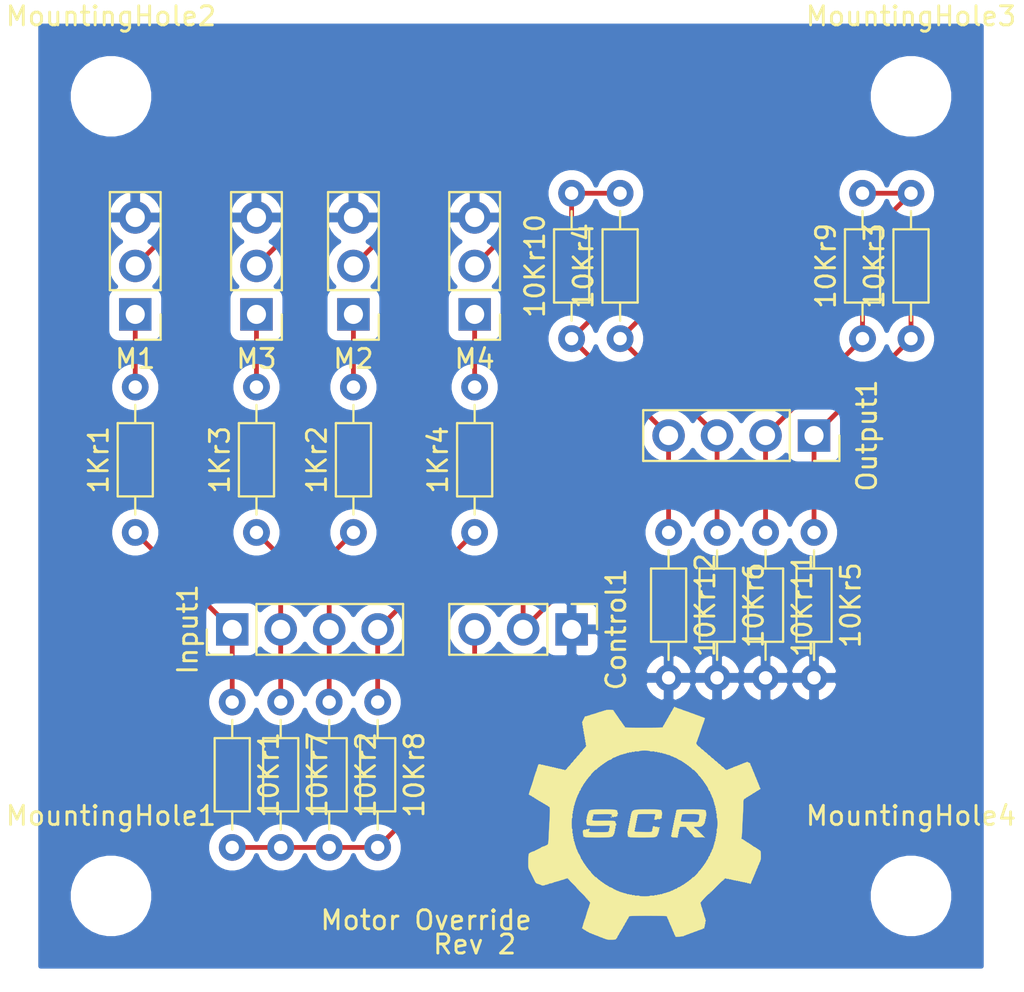
<source format=kicad_pcb>
(kicad_pcb (version 20171130) (host pcbnew "(5.1.5)-3")

  (general
    (thickness 1.6)
    (drawings 2)
    (tracks 61)
    (zones 0)
    (modules 28)
    (nets 16)
  )

  (page A4)
  (layers
    (0 F.Cu signal)
    (31 B.Cu signal)
    (32 B.Adhes user)
    (33 F.Adhes user)
    (34 B.Paste user)
    (35 F.Paste user)
    (36 B.SilkS user)
    (37 F.SilkS user)
    (38 B.Mask user)
    (39 F.Mask user)
    (40 Dwgs.User user)
    (41 Cmts.User user)
    (42 Eco1.User user)
    (43 Eco2.User user)
    (44 Edge.Cuts user)
    (45 Margin user)
    (46 B.CrtYd user)
    (47 F.CrtYd user)
    (48 B.Fab user)
    (49 F.Fab user)
  )

  (setup
    (last_trace_width 0.25)
    (trace_clearance 0.2)
    (zone_clearance 0.508)
    (zone_45_only no)
    (trace_min 0.2)
    (via_size 0.8)
    (via_drill 0.4)
    (via_min_size 0.4)
    (via_min_drill 0.3)
    (uvia_size 0.3)
    (uvia_drill 0.1)
    (uvias_allowed no)
    (uvia_min_size 0.2)
    (uvia_min_drill 0.1)
    (edge_width 0.05)
    (segment_width 0.2)
    (pcb_text_width 0.3)
    (pcb_text_size 1.5 1.5)
    (mod_edge_width 0.12)
    (mod_text_size 1 1)
    (mod_text_width 0.15)
    (pad_size 1.524 1.524)
    (pad_drill 0.762)
    (pad_to_mask_clearance 0.051)
    (solder_mask_min_width 0.25)
    (aux_axis_origin 0 0)
    (visible_elements 7FFFFFFF)
    (pcbplotparams
      (layerselection 0x010fc_ffffffff)
      (usegerberextensions false)
      (usegerberattributes false)
      (usegerberadvancedattributes false)
      (creategerberjobfile false)
      (excludeedgelayer true)
      (linewidth 0.100000)
      (plotframeref false)
      (viasonmask false)
      (mode 1)
      (useauxorigin false)
      (hpglpennumber 1)
      (hpglpenspeed 20)
      (hpglpendiameter 15.000000)
      (psnegative false)
      (psa4output false)
      (plotreference true)
      (plotvalue true)
      (plotinvisibletext false)
      (padsonsilk false)
      (subtractmaskfromsilk false)
      (outputformat 1)
      (mirror false)
      (drillshape 1)
      (scaleselection 1)
      (outputdirectory "./"))
  )

  (net 0 "")
  (net 1 Enable)
  (net 2 GND)
  (net 3 VCC)
  (net 4 Input4)
  (net 5 Output4)
  (net 6 Input3)
  (net 7 Output3)
  (net 8 Input2)
  (net 9 Output2)
  (net 10 Input1)
  (net 11 Output1)
  (net 12 "Net-(1Kr1-Pad2)")
  (net 13 "Net-(1Kr2-Pad2)")
  (net 14 "Net-(1Kr3-Pad2)")
  (net 15 "Net-(1Kr4-Pad2)")

  (net_class Default "This is the default net class."
    (clearance 0.2)
    (trace_width 0.25)
    (via_dia 0.8)
    (via_drill 0.4)
    (uvia_dia 0.3)
    (uvia_drill 0.1)
    (add_net Enable)
    (add_net GND)
    (add_net Input1)
    (add_net Input2)
    (add_net Input3)
    (add_net Input4)
    (add_net "Net-(1Kr1-Pad2)")
    (add_net "Net-(1Kr2-Pad2)")
    (add_net "Net-(1Kr3-Pad2)")
    (add_net "Net-(1Kr4-Pad2)")
    (add_net Output1)
    (add_net Output2)
    (add_net Output3)
    (add_net Output4)
    (add_net VCC)
  )

  (module SCR:scr-logo (layer F.Cu) (tedit 0) (tstamp 5E4525E5)
    (at 100.33 99.06)
    (fp_text reference G*** (at 0 0) (layer F.SilkS) hide
      (effects (font (size 1.524 1.524) (thickness 0.3)))
    )
    (fp_text value LOGO (at 0.75 0) (layer F.SilkS) hide
      (effects (font (size 1.524 1.524) (thickness 0.3)))
    )
    (fp_poly (pts (xy 3.2258 -0.6731) (xy 3.2131 -0.6604) (xy 3.2004 -0.6731) (xy 3.2131 -0.6858)
      (xy 3.2258 -0.6731)) (layer F.SilkS) (width 0.01))
    (fp_poly (pts (xy -1.4224 -0.6731) (xy -1.4351 -0.6604) (xy -1.4478 -0.6731) (xy -1.4351 -0.6858)
      (xy -1.4224 -0.6731)) (layer F.SilkS) (width 0.01))
    (fp_poly (pts (xy -1.72624 -0.335739) (xy -1.718015 -0.3175) (xy -1.717487 -0.284794) (xy -1.727998 -0.2794)
      (xy -1.749829 -0.299986) (xy -1.7526 -0.3175) (xy -1.747166 -0.351389) (xy -1.742618 -0.3556)
      (xy -1.72624 -0.335739)) (layer F.SilkS) (width 0.01))
    (fp_poly (pts (xy -0.8382 0.6985) (xy -0.8509 0.7112) (xy -0.8636 0.6985) (xy -0.8509 0.6858)
      (xy -0.8382 0.6985)) (layer F.SilkS) (width 0.01))
    (fp_poly (pts (xy -3.175 0.6985) (xy -3.1877 0.7112) (xy -3.2004 0.6985) (xy -3.1877 0.6858)
      (xy -3.175 0.6985)) (layer F.SilkS) (width 0.01))
    (fp_poly (pts (xy 2.588972 -0.723207) (xy 2.756721 -0.721246) (xy 2.900412 -0.718201) (xy 3.013663 -0.714254)
      (xy 3.090089 -0.709587) (xy 3.123307 -0.704381) (xy 3.124207 -0.703351) (xy 3.139686 -0.691433)
      (xy 3.14325 -0.692972) (xy 3.173193 -0.684873) (xy 3.2004 -0.661772) (xy 3.220287 -0.619787)
      (xy 3.234663 -0.552922) (xy 3.242364 -0.477314) (xy 3.242228 -0.409098) (xy 3.233092 -0.364412)
      (xy 3.22246 -0.3556) (xy 3.210674 -0.334806) (xy 3.215369 -0.2921) (xy 3.218247 -0.240851)
      (xy 3.2004 -0.2286) (xy 3.180604 -0.208086) (xy 3.18543 -0.1651) (xy 3.188767 -0.115589)
      (xy 3.173772 -0.1016) (xy 3.157704 -0.081859) (xy 3.1623 -0.0508) (xy 3.164729 -0.009895)
      (xy 3.151311 0) (xy 3.129461 0.013321) (xy 3.129922 0.01905) (xy 3.118447 0.051521)
      (xy 3.081284 0.096218) (xy 3.033769 0.138781) (xy 2.991235 0.16485) (xy 2.973102 0.165904)
      (xy 2.948684 0.164834) (xy 2.9464 0.172909) (xy 2.923054 0.183222) (xy 2.860581 0.187087)
      (xy 2.770326 0.183818) (xy 2.7686 0.183695) (xy 2.677254 0.180272) (xy 2.614319 0.18413)
      (xy 2.5908 0.194593) (xy 2.5908 0.194632) (xy 2.608068 0.223489) (xy 2.652728 0.273618)
      (xy 2.69875 0.318695) (xy 2.8067 0.4191) (xy 2.705482 0.3048) (xy 2.688144 0.282818)
      (xy 2.703427 0.293419) (xy 2.747829 0.33347) (xy 2.817845 0.399837) (xy 2.889632 0.469466)
      (xy 2.987022 0.565388) (xy 3.070125 0.648603) (xy 3.132763 0.712816) (xy 3.168759 0.751731)
      (xy 3.175 0.760296) (xy 3.161206 0.75718) (xy 3.15095 0.74803) (xy 3.115694 0.738439)
      (xy 3.041045 0.733707) (xy 2.938219 0.73431) (xy 2.882841 0.7366) (xy 2.769877 0.741964)
      (xy 2.695543 0.742295) (xy 2.647741 0.735227) (xy 2.614371 0.718396) (xy 2.583334 0.689437)
      (xy 2.570341 0.675521) (xy 2.536669 0.634857) (xy 2.532213 0.619055) (xy 2.54 0.621688)
      (xy 2.542398 0.61624) (xy 2.513417 0.583387) (xy 2.459188 0.529979) (xy 2.4511 0.52235)
      (xy 2.394147 0.466508) (xy 2.361751 0.42988) (xy 2.360062 0.419523) (xy 2.3622 0.420374)
      (xy 2.365552 0.414261) (xy 2.337253 0.381431) (xy 2.286 0.33143) (xy 2.233141 0.28003)
      (xy 2.20596 0.248842) (xy 2.2098 0.244465) (xy 2.234338 0.253846) (xy 2.224097 0.234731)
      (xy 2.212152 0.219706) (xy 2.18117 0.195176) (xy 2.130809 0.183288) (xy 2.047899 0.181669)
      (xy 2.008952 0.18308) (xy 1.919466 0.188335) (xy 1.869894 0.196979) (xy 1.849361 0.213366)
      (xy 1.846988 0.241844) (xy 1.84755 0.24765) (xy 1.841919 0.291979) (xy 1.825746 0.3048)
      (xy 1.809199 0.325708) (xy 1.81383 0.3683) (xy 1.817015 0.418475) (xy 1.80113 0.4318)
      (xy 1.783737 0.452661) (xy 1.78843 0.4953) (xy 1.791615 0.545475) (xy 1.77573 0.5588)
      (xy 1.758337 0.579661) (xy 1.76303 0.6223) (xy 1.76622 0.672454) (xy 1.750366 0.6858)
      (xy 1.732969 0.704256) (xy 1.736385 0.7239) (xy 1.746248 0.754361) (xy 1.745452 0.757105)
      (xy 1.719287 0.753225) (xy 1.656669 0.747995) (xy 1.582487 0.743228) (xy 1.493414 0.735701)
      (xy 1.442334 0.722827) (xy 1.416446 0.69993) (xy 1.407667 0.679396) (xy 1.404517 0.630921)
      (xy 1.418985 0.614971) (xy 1.436126 0.58561) (xy 1.432302 0.543997) (xy 1.42978 0.495385)
      (xy 1.44553 0.4826) (xy 1.462922 0.461738) (xy 1.45823 0.4191) (xy 1.455045 0.368924)
      (xy 1.47093 0.3556) (xy 1.488322 0.334738) (xy 1.48363 0.2921) (xy 1.480445 0.241924)
      (xy 1.49633 0.2286) (xy 1.513722 0.207738) (xy 1.50903 0.1651) (xy 1.505845 0.114924)
      (xy 1.52173 0.1016) (xy 1.539122 0.080738) (xy 1.53443 0.0381) (xy 1.531245 -0.012076)
      (xy 1.54713 -0.0254) (xy 1.564522 -0.046262) (xy 1.55983 -0.0889) (xy 1.55858 -0.108595)
      (xy 1.90562 -0.108595) (xy 1.920217 -0.095699) (xy 1.967767 -0.085745) (xy 2.053042 -0.07827)
      (xy 2.180813 -0.072809) (xy 2.30505 -0.069802) (xy 2.443717 -0.066825) (xy 2.56504 -0.063631)
      (xy 2.659668 -0.060513) (xy 2.71825 -0.057762) (xy 2.731995 -0.056457) (xy 2.772183 -0.065525)
      (xy 2.804844 -0.084403) (xy 2.84523 -0.13565) (xy 2.860326 -0.179653) (xy 2.87097 -0.249549)
      (xy 2.882674 -0.327661) (xy 2.888332 -0.380839) (xy 2.883069 -0.420225) (xy 2.86059 -0.447884)
      (xy 2.814601 -0.465881) (xy 2.738809 -0.476281) (xy 2.626919 -0.481148) (xy 2.472637 -0.482548)
      (xy 2.410373 -0.4826) (xy 2.253866 -0.482402) (xy 2.140797 -0.481169) (xy 2.063803 -0.47795)
      (xy 2.015523 -0.47179) (xy 1.988595 -0.461735) (xy 1.975655 -0.446833) (xy 1.969343 -0.426128)
      (xy 1.969189 -0.42545) (xy 1.93583 -0.275048) (xy 1.914877 -0.172118) (xy 1.905987 -0.114959)
      (xy 1.90562 -0.108595) (xy 1.55858 -0.108595) (xy 1.556645 -0.139076) (xy 1.57253 -0.1524)
      (xy 1.589922 -0.173262) (xy 1.58523 -0.2159) (xy 1.582352 -0.26715) (xy 1.6002 -0.2794)
      (xy 1.619995 -0.299915) (xy 1.615169 -0.3429) (xy 1.611984 -0.393076) (xy 1.627869 -0.4064)
      (xy 1.645262 -0.427262) (xy 1.640569 -0.4699) (xy 1.637384 -0.520076) (xy 1.653269 -0.5334)
      (xy 1.670662 -0.554262) (xy 1.665969 -0.5969) (xy 1.662779 -0.647055) (xy 1.678633 -0.6604)
      (xy 1.697487 -0.678269) (xy 1.695061 -0.69215) (xy 1.701603 -0.701769) (xy 1.732386 -0.709363)
      (xy 1.79184 -0.715129) (xy 1.884393 -0.719268) (xy 2.014477 -0.721977) (xy 2.18652 -0.723455)
      (xy 2.403551 -0.7239) (xy 2.588972 -0.723207)) (layer F.SilkS) (width 0.01))
    (fp_poly (pts (xy 0.336847 -0.723052) (xy 0.490436 -0.720667) (xy 0.618996 -0.716986) (xy 0.715659 -0.712249)
      (xy 0.773553 -0.706696) (xy 0.7874 -0.702133) (xy 0.805989 -0.690274) (xy 0.823642 -0.694273)
      (xy 0.862422 -0.691262) (xy 0.894763 -0.665766) (xy 0.902566 -0.634495) (xy 0.897246 -0.626313)
      (xy 0.898647 -0.610391) (xy 0.905398 -0.6096) (xy 0.919915 -0.587701) (xy 0.927302 -0.535079)
      (xy 0.927278 -0.471348) (xy 0.919561 -0.416121) (xy 0.908512 -0.392034) (xy 0.899651 -0.355638)
      (xy 0.904916 -0.31373) (xy 0.907437 -0.267233) (xy 0.879053 -0.254) (xy 0.84353 -0.240522)
      (xy 0.8382 -0.22745) (xy 0.815793 -0.21253) (xy 0.753726 -0.216767) (xy 0.7493 -0.217576)
      (xy 0.684337 -0.222881) (xy 0.660424 -0.207868) (xy 0.6604 -0.20705) (xy 0.638498 -0.189537)
      (xy 0.585671 -0.185078) (xy 0.58425 -0.185173) (xy 0.535328 -0.195135) (xy 0.507054 -0.211371)
      (xy 0.509579 -0.225128) (xy 0.533883 -0.2286) (xy 0.548274 -0.249482) (xy 0.54383 -0.2921)
      (xy 0.540201 -0.33988) (xy 0.553359 -0.3556) (xy 0.571211 -0.377203) (xy 0.575163 -0.419083)
      (xy 0.5715 -0.482565) (xy 0.108747 -0.482583) (xy -0.056407 -0.48212) (xy -0.177066 -0.480363)
      (xy -0.259532 -0.476773) (xy -0.310104 -0.470818) (xy -0.335082 -0.46196) (xy -0.340768 -0.449665)
      (xy -0.339386 -0.4445) (xy -0.340728 -0.411892) (xy -0.353367 -0.4064) (xy -0.370721 -0.385536)
      (xy -0.366031 -0.3429) (xy -0.362846 -0.292725) (xy -0.378731 -0.2794) (xy -0.396123 -0.258539)
      (xy -0.391431 -0.2159) (xy -0.388246 -0.165725) (xy -0.404131 -0.1524) (xy -0.421523 -0.131539)
      (xy -0.416831 -0.0889) (xy -0.413646 -0.038725) (xy -0.429531 -0.0254) (xy -0.446923 -0.004539)
      (xy -0.442231 0.0381) (xy -0.439046 0.088275) (xy -0.454931 0.1016) (xy -0.472323 0.122461)
      (xy -0.467631 0.1651) (xy -0.464619 0.215916) (xy -0.481559 0.2286) (xy -0.499883 0.248116)
      (xy -0.494294 0.282571) (xy -0.49198 0.333815) (xy -0.506143 0.354451) (xy -0.523262 0.389797)
      (xy -0.519262 0.41369) (xy -0.507512 0.428805) (xy -0.480893 0.440123) (xy -0.432487 0.448365)
      (xy -0.355377 0.454253) (xy -0.242646 0.458509) (xy -0.087375 0.461854) (xy -0.0517 0.462459)
      (xy 0.115902 0.464478) (xy 0.238191 0.464007) (xy 0.320604 0.460744) (xy 0.368581 0.45439)
      (xy 0.387561 0.444642) (xy 0.387783 0.43815) (xy 0.394082 0.409674) (xy 0.406436 0.4064)
      (xy 0.426194 0.385877) (xy 0.421369 0.3429) (xy 0.418184 0.292724) (xy 0.434069 0.2794)
      (xy 0.451693 0.258872) (xy 0.448377 0.22225) (xy 0.446521 0.178742) (xy 0.479911 0.162883)
      (xy 0.496424 0.161436) (xy 0.543498 0.167476) (xy 0.5588 0.18324) (xy 0.579651 0.197168)
      (xy 0.6223 0.192769) (xy 0.672475 0.189584) (xy 0.6858 0.205469) (xy 0.706661 0.222862)
      (xy 0.7493 0.218169) (xy 0.79746 0.214593) (xy 0.8128 0.228116) (xy 0.793134 0.25279)
      (xy 0.784646 0.254) (xy 0.767775 0.274894) (xy 0.77243 0.3175) (xy 0.775767 0.367011)
      (xy 0.760772 0.381) (xy 0.744704 0.400741) (xy 0.7493 0.4318) (xy 0.751169 0.473652)
      (xy 0.735594 0.4826) (xy 0.717151 0.501006) (xy 0.720385 0.5207) (xy 0.720208 0.55337)
      (xy 0.708903 0.5588) (xy 0.694477 0.574408) (xy 0.6985 0.5842) (xy 0.694522 0.607314)
      (xy 0.683065 0.6096) (xy 0.66454 0.619412) (xy 0.668646 0.626312) (xy 0.670386 0.655633)
      (xy 0.645902 0.687109) (xy 0.613993 0.699367) (xy 0.606722 0.696721) (xy 0.585921 0.702155)
      (xy 0.5842 0.712418) (xy 0.565785 0.73068) (xy 0.5461 0.727414) (xy 0.513244 0.723846)
      (xy 0.508 0.731047) (xy 0.483734 0.736036) (xy 0.415469 0.740505) (xy 0.310008 0.744259)
      (xy 0.174151 0.747102) (xy 0.014699 0.748838) (xy -0.127 0.7493) (xy -0.300572 0.748514)
      (xy -0.456055 0.746305) (xy -0.586647 0.742892) (xy -0.685547 0.738496) (xy -0.745956 0.733336)
      (xy -0.762 0.72875) (xy -0.777487 0.716832) (xy -0.78105 0.718371) (xy -0.810994 0.710272)
      (xy -0.8382 0.687171) (xy -0.858605 0.644444) (xy -0.872926 0.577176) (xy -0.880119 0.501489)
      (xy -0.879144 0.433507) (xy -0.868958 0.38935) (xy -0.857992 0.381) (xy -0.84425 0.360161)
      (xy -0.848631 0.3175) (xy -0.851816 0.267324) (xy -0.835931 0.254) (xy -0.818538 0.233138)
      (xy -0.823231 0.1905) (xy -0.826416 0.140324) (xy -0.810531 0.127) (xy -0.793138 0.106138)
      (xy -0.797831 0.0635) (xy -0.801016 0.013324) (xy -0.785131 0) (xy -0.767738 -0.020862)
      (xy -0.772431 -0.0635) (xy -0.775616 -0.113676) (xy -0.759731 -0.127) (xy -0.742338 -0.147862)
      (xy -0.747031 -0.1905) (xy -0.750216 -0.240676) (xy -0.734331 -0.254) (xy -0.716938 -0.274862)
      (xy -0.721631 -0.3175) (xy -0.724968 -0.367012) (xy -0.709973 -0.381) (xy -0.693905 -0.400742)
      (xy -0.6985 -0.4318) (xy -0.701103 -0.472321) (xy -0.688309 -0.4826) (xy -0.671898 -0.500749)
      (xy -0.674841 -0.516076) (xy -0.669926 -0.55503) (xy -0.642258 -0.605284) (xy -0.60442 -0.650238)
      (xy -0.568995 -0.673291) (xy -0.556767 -0.671843) (xy -0.534838 -0.6754) (xy -0.5334 -0.683504)
      (xy -0.514843 -0.698765) (xy -0.4953 -0.694986) (xy -0.462526 -0.693111) (xy -0.4572 -0.702133)
      (xy -0.432946 -0.708141) (xy -0.364763 -0.713513) (xy -0.259522 -0.71801) (xy -0.124092 -0.721391)
      (xy 0.034658 -0.723416) (xy 0.1651 -0.7239) (xy 0.336847 -0.723052)) (layer F.SilkS) (width 0.01))
    (fp_poly (pts (xy -1.963696 -0.723083) (xy -1.812021 -0.720788) (xy -1.685517 -0.717248) (xy -1.591125 -0.712697)
      (xy -1.535786 -0.70737) (xy -1.524 -0.703351) (xy -1.508514 -0.691433) (xy -1.50495 -0.692972)
      (xy -1.476444 -0.685587) (xy -1.440944 -0.655071) (xy -1.415905 -0.619626) (xy -1.415437 -0.599631)
      (xy -1.4131 -0.571617) (xy -1.395903 -0.544778) (xy -1.374899 -0.50887) (xy -1.392894 -0.485184)
      (xy -1.395926 -0.483265) (xy -1.417866 -0.444524) (xy -1.416218 -0.410901) (xy -1.414706 -0.37353)
      (xy -1.437975 -0.372918) (xy -1.46876 -0.369356) (xy -1.4732 -0.356606) (xy -1.492726 -0.33832)
      (xy -1.527172 -0.343907) (xy -1.578416 -0.346221) (xy -1.599052 -0.332058) (xy -1.634326 -0.315159)
      (xy -1.659381 -0.319358) (xy -1.695421 -0.350388) (xy -1.708703 -0.413498) (xy -1.708534 -0.451389)
      (xy -1.718743 -0.46291) (xy -1.754051 -0.471072) (xy -1.819916 -0.476161) (xy -1.921796 -0.478465)
      (xy -2.065148 -0.478268) (xy -2.193483 -0.476789) (xy -2.6797 -0.4699) (xy -2.67365 -0.41275)
      (xy -2.679281 -0.368421) (xy -2.695454 -0.3556) (xy -2.712075 -0.334808) (xy -2.707898 -0.294203)
      (xy -2.706307 -0.241452) (xy -2.722414 -0.222829) (xy -2.740074 -0.194713) (xy -2.735339 -0.16855)
      (xy -2.726194 -0.15409) (xy -2.707128 -0.143331) (xy -2.671766 -0.13587) (xy -2.613728 -0.131301)
      (xy -2.526637 -0.12922) (xy -2.404117 -0.129221) (xy -2.239788 -0.1309) (xy -2.159243 -0.131974)
      (xy -1.982864 -0.133393) (xy -1.83322 -0.132566) (xy -1.715991 -0.129649) (xy -1.636862 -0.124802)
      (xy -1.601514 -0.118181) (xy -1.600174 -0.116417) (xy -1.588089 -0.106148) (xy -1.583488 -0.109847)
      (xy -1.553797 -0.113209) (xy -1.52475 -0.086478) (xy -1.513057 -0.04775) (xy -1.515528 -0.036243)
      (xy -1.51339 -0.004773) (xy -1.501318 0) (xy -1.480188 0.021719) (xy -1.4732 0.0635)
      (xy -1.482973 0.111216) (xy -1.501775 0.127) (xy -1.519225 0.14889) (xy -1.51511 0.2032)
      (xy -1.511568 0.260376) (xy -1.527389 0.2794) (xy -1.543572 0.300318) (xy -1.53897 0.3429)
      (xy -1.535633 0.392411) (xy -1.550628 0.4064) (xy -1.566696 0.426141) (xy -1.5621 0.4572)
      (xy -1.55999 0.498692) (xy -1.574588 0.508) (xy -1.590192 0.523942) (xy -1.585119 0.537253)
      (xy -1.588552 0.572813) (xy -1.613875 0.600753) (xy -1.642206 0.626792) (xy -1.640045 0.635)
      (xy -1.63627 0.650538) (xy -1.650768 0.67282) (xy -1.686543 0.697957) (xy -1.704678 0.696721)
      (xy -1.725965 0.70116) (xy -1.7272 0.708903) (xy -1.745758 0.724164) (xy -1.7653 0.720385)
      (xy -1.798075 0.71851) (xy -1.8034 0.727532) (xy -1.827677 0.733426) (xy -1.896019 0.738714)
      (xy -2.001692 0.743171) (xy -2.137961 0.746569) (xy -2.298094 0.748682) (xy -2.4511 0.7493)
      (xy -2.626478 0.748529) (xy -2.783833 0.746361) (xy -2.916432 0.743008) (xy -3.01754 0.738685)
      (xy -3.080425 0.733605) (xy -3.0988 0.72875) (xy -3.114287 0.716832) (xy -3.11785 0.718371)
      (xy -3.147818 0.710292) (xy -3.175 0.687261) (xy -3.192917 0.648714) (xy -3.206714 0.585219)
      (xy -3.215396 0.51114) (xy -3.217968 0.440841) (xy -3.213434 0.388686) (xy -3.200798 0.369039)
      (xy -3.196955 0.370429) (xy -3.17667 0.364625) (xy -3.175 0.354345) (xy -3.154255 0.335869)
      (xy -3.1115 0.34063) (xy -3.061325 0.343815) (xy -3.048 0.32793) (xy -3.027139 0.310537)
      (xy -2.9845 0.31523) (xy -2.93634 0.318806) (xy -2.921 0.305283) (xy -2.901968 0.280228)
      (xy -2.8956 0.2794) (xy -2.874963 0.300673) (xy -2.8702 0.3302) (xy -2.880183 0.371484)
      (xy -2.894022 0.381) (xy -2.912591 0.401766) (xy -2.914495 0.42545) (xy -2.909801 0.440403)
      (xy -2.894009 0.451587) (xy -2.860706 0.459544) (xy -2.80348 0.464813) (xy -2.715917 0.467934)
      (xy -2.591605 0.469446) (xy -2.424133 0.469891) (xy -2.386712 0.4699) (xy -2.211093 0.469698)
      (xy -2.080001 0.468699) (xy -1.987167 0.466307) (xy -1.926319 0.461931) (xy -1.891185 0.454976)
      (xy -1.875495 0.44485) (xy -1.872977 0.430959) (xy -1.87494 0.421478) (xy -1.876472 0.388209)
      (xy -1.855486 0.392905) (xy -1.835799 0.395453) (xy -1.835469 0.361108) (xy -1.8415 0.3302)
      (xy -1.848755 0.273991) (xy -1.835563 0.262757) (xy -1.832468 0.264433) (xy -1.813877 0.256572)
      (xy -1.810581 0.20326) (xy -1.810702 0.201414) (xy -1.8161 0.121606) (xy -2.34315 0.131066)
      (xy -2.500543 0.132921) (xy -2.63919 0.132699) (xy -2.75163 0.130566) (xy -2.830401 0.126687)
      (xy -2.868043 0.12123) (xy -2.8702 0.119351) (xy -2.889957 0.108422) (xy -2.917414 0.113161)
      (xy -2.973209 0.107675) (xy -2.997654 0.088353) (xy -3.01538 0.046193) (xy -3.027995 -0.021447)
      (xy -3.034604 -0.098547) (xy -3.034315 -0.169086) (xy -3.026235 -0.217044) (xy -3.015323 -0.2286)
      (xy -3.003094 -0.249383) (xy -3.007631 -0.2921) (xy -3.010968 -0.341612) (xy -2.995973 -0.3556)
      (xy -2.979905 -0.375342) (xy -2.9845 -0.4064) (xy -2.98637 -0.448253) (xy -2.970795 -0.4572)
      (xy -2.952352 -0.475607) (xy -2.955586 -0.4953) (xy -2.955409 -0.527971) (xy -2.944104 -0.5334)
      (xy -2.929678 -0.549009) (xy -2.9337 -0.5588) (xy -2.930844 -0.582169) (xy -2.921 -0.5842)
      (xy -2.903419 -0.598568) (xy -2.906522 -0.606723) (xy -2.902869 -0.637463) (xy -2.874377 -0.665722)
      (xy -2.842417 -0.672701) (xy -2.836113 -0.668647) (xy -2.820641 -0.671138) (xy -2.8194 -0.68077)
      (xy -2.800954 -0.698367) (xy -2.7813 -0.694986) (xy -2.748526 -0.693111) (xy -2.7432 -0.702133)
      (xy -2.718958 -0.7082) (xy -2.650858 -0.713616) (xy -2.545842 -0.718133) (xy -2.410851 -0.721504)
      (xy -2.252826 -0.72348) (xy -2.1336 -0.7239) (xy -1.963696 -0.723083)) (layer F.SilkS) (width 0.01))
    (fp_poly (pts (xy 4.2926 -2.8067) (xy 4.2799 -2.794) (xy 4.2672 -2.8067) (xy 4.2799 -2.8194)
      (xy 4.2926 -2.8067)) (layer F.SilkS) (width 0.01))
    (fp_poly (pts (xy -3.991725 2.905874) (xy -3.964457 2.931449) (xy -3.970051 2.946152) (xy -3.973601 2.9464)
      (xy -3.995085 2.928358) (xy -4.002926 2.917075) (xy -4.00592 2.899694) (xy -3.991725 2.905874)) (layer F.SilkS) (width 0.01))
    (fp_poly (pts (xy 1.619707 -6.08388) (xy 1.6256 -6.071398) (xy 1.644218 -6.057422) (xy 1.6637 -6.061415)
      (xy 1.696283 -6.059604) (xy 1.7018 -6.046419) (xy 1.716327 -6.028084) (xy 1.725444 -6.031416)
      (xy 1.758016 -6.02814) (xy 1.7653 -6.0198) (xy 1.795722 -6.004718) (xy 1.805155 -6.008185)
      (xy 1.827292 -6.004913) (xy 1.8288 -5.996697) (xy 1.847357 -5.981436) (xy 1.8669 -5.985215)
      (xy 1.89954 -5.984469) (xy 1.905 -5.972515) (xy 1.923508 -5.956212) (xy 1.9431 -5.959815)
      (xy 1.975683 -5.958004) (xy 1.9812 -5.944819) (xy 1.995727 -5.926484) (xy 2.004844 -5.929816)
      (xy 2.037416 -5.92654) (xy 2.0447 -5.918201) (xy 2.074032 -5.902423) (xy 2.0828 -5.905501)
      (xy 2.113768 -5.901177) (xy 2.1209 -5.892801) (xy 2.151322 -5.877718) (xy 2.160755 -5.881185)
      (xy 2.182892 -5.877913) (xy 2.1844 -5.869697) (xy 2.202957 -5.854436) (xy 2.2225 -5.858215)
      (xy 2.25514 -5.857469) (xy 2.2606 -5.845515) (xy 2.279108 -5.829212) (xy 2.2987 -5.832815)
      (xy 2.331283 -5.831004) (xy 2.3368 -5.817819) (xy 2.351327 -5.799484) (xy 2.360444 -5.802816)
      (xy 2.393016 -5.79954) (xy 2.4003 -5.791201) (xy 2.430722 -5.776118) (xy 2.440155 -5.779585)
      (xy 2.462292 -5.776313) (xy 2.4638 -5.768097) (xy 2.482357 -5.752836) (xy 2.5019 -5.756615)
      (xy 2.53454 -5.755869) (xy 2.54 -5.743915) (xy 2.558508 -5.727612) (xy 2.5781 -5.731215)
      (xy 2.610683 -5.729404) (xy 2.6162 -5.716219) (xy 2.630727 -5.697884) (xy 2.639844 -5.701216)
      (xy 2.672416 -5.69794) (xy 2.6797 -5.689601) (xy 2.709032 -5.673823) (xy 2.7178 -5.676901)
      (xy 2.748768 -5.672577) (xy 2.7559 -5.664201) (xy 2.786322 -5.649118) (xy 2.795755 -5.652585)
      (xy 2.817892 -5.649313) (xy 2.8194 -5.641097) (xy 2.837957 -5.625836) (xy 2.8575 -5.629615)
      (xy 2.890083 -5.627804) (xy 2.8956 -5.614619) (xy 2.910127 -5.596284) (xy 2.919244 -5.599616)
      (xy 2.951816 -5.59634) (xy 2.959099 -5.588001) (xy 2.988432 -5.572223) (xy 2.997199 -5.575301)
      (xy 3.028168 -5.570977) (xy 3.0353 -5.562601) (xy 3.065722 -5.547518) (xy 3.075155 -5.550985)
      (xy 3.097292 -5.547713) (xy 3.0988 -5.539497) (xy 3.116877 -5.523093) (xy 3.131447 -5.525923)
      (xy 3.159637 -5.516163) (xy 3.167969 -5.487026) (xy 3.161635 -5.445541) (xy 3.148818 -5.435601)
      (xy 3.136199 -5.416919) (xy 3.140414 -5.397501) (xy 3.139668 -5.36486) (xy 3.127714 -5.359401)
      (xy 3.111411 -5.340892) (xy 3.115014 -5.3213) (xy 3.114268 -5.28866) (xy 3.102314 -5.2832)
      (xy 3.086011 -5.264692) (xy 3.089614 -5.2451) (xy 3.087803 -5.212517) (xy 3.074618 -5.207)
      (xy 3.056283 -5.192473) (xy 3.059615 -5.183356) (xy 3.056339 -5.150784) (xy 3.048 -5.143501)
      (xy 3.032222 -5.114168) (xy 3.0353 -5.105401) (xy 3.030976 -5.074432) (xy 3.0226 -5.067301)
      (xy 3.006822 -5.037968) (xy 3.0099 -5.029201) (xy 3.005576 -4.998232) (xy 2.9972 -4.9911)
      (xy 2.982117 -4.960678) (xy 2.985584 -4.951245) (xy 2.982312 -4.929108) (xy 2.974096 -4.9276)
      (xy 2.958835 -4.909043) (xy 2.962614 -4.8895) (xy 2.961868 -4.85686) (xy 2.949914 -4.8514)
      (xy 2.933611 -4.832892) (xy 2.937214 -4.8133) (xy 2.936468 -4.78066) (xy 2.924514 -4.7752)
      (xy 2.908211 -4.756692) (xy 2.911814 -4.7371) (xy 2.911068 -4.70446) (xy 2.899114 -4.699)
      (xy 2.882811 -4.680492) (xy 2.886414 -4.6609) (xy 2.885668 -4.62826) (xy 2.873714 -4.6228)
      (xy 2.857411 -4.604292) (xy 2.861014 -4.5847) (xy 2.859203 -4.552117) (xy 2.846018 -4.5466)
      (xy 2.827683 -4.532073) (xy 2.831015 -4.522956) (xy 2.827739 -4.490384) (xy 2.8194 -4.483101)
      (xy 2.803622 -4.453768) (xy 2.8067 -4.445001) (xy 2.802376 -4.414032) (xy 2.794 -4.406901)
      (xy 2.778222 -4.377568) (xy 2.7813 -4.368801) (xy 2.776976 -4.337832) (xy 2.7686 -4.3307)
      (xy 2.753517 -4.300278) (xy 2.756984 -4.290845) (xy 2.752264 -4.269039) (xy 2.741981 -4.2672)
      (xy 2.72335 -4.248924) (xy 2.726355 -4.230742) (xy 2.727316 -4.194388) (xy 2.718845 -4.186292)
      (xy 2.722039 -4.164959) (xy 2.752979 -4.118441) (xy 2.787609 -4.0767) (xy 2.833376 -4.027975)
      (xy 2.858647 -4.006751) (xy 2.859626 -4.0132) (xy 2.865251 -4.016559) (xy 2.897714 -3.988289)
      (xy 2.94763 -3.937) (xy 2.999325 -3.884108) (xy 3.031191 -3.856941) (xy 3.036448 -3.8608)
      (xy 3.042631 -3.864192) (xy 3.075734 -3.836095) (xy 3.126659 -3.7846) (xy 3.178745 -3.731846)
      (xy 3.210676 -3.704624) (xy 3.215641 -3.7084) (xy 3.221051 -3.711761) (xy 3.253352 -3.683505)
      (xy 3.30323 -3.6322) (xy 3.354938 -3.579306) (xy 3.386834 -3.55214) (xy 3.39213 -3.556)
      (xy 3.398219 -3.559354) (xy 3.431033 -3.531055) (xy 3.48103 -3.4798) (xy 3.532738 -3.426906)
      (xy 3.564634 -3.39974) (xy 3.56993 -3.4036) (xy 3.576019 -3.406954) (xy 3.608833 -3.378655)
      (xy 3.65883 -3.3274) (xy 3.710538 -3.274506) (xy 3.742434 -3.24734) (xy 3.74773 -3.2512)
      (xy 3.753819 -3.254554) (xy 3.786633 -3.226255) (xy 3.83663 -3.175) (xy 3.888338 -3.122106)
      (xy 3.920234 -3.09494) (xy 3.92553 -3.0988) (xy 3.931619 -3.102154) (xy 3.964433 -3.073855)
      (xy 4.01443 -3.0226) (xy 4.066138 -2.969706) (xy 4.098034 -2.94254) (xy 4.10333 -2.9464)
      (xy 4.109031 -2.949824) (xy 4.141009 -2.921225) (xy 4.187552 -2.871999) (xy 4.248261 -2.809284)
      (xy 4.288263 -2.781744) (xy 4.317017 -2.783681) (xy 4.324949 -2.789228) (xy 4.362645 -2.806526)
      (xy 4.377487 -2.802247) (xy 4.392563 -2.805602) (xy 4.3942 -2.817885) (xy 4.412315 -2.838711)
      (xy 4.4323 -2.835615) (xy 4.46497 -2.835792) (xy 4.4704 -2.847097) (xy 4.486008 -2.861523)
      (xy 4.4958 -2.857501) (xy 4.519137 -2.861035) (xy 4.5212 -2.871419) (xy 4.539614 -2.889681)
      (xy 4.5593 -2.886415) (xy 4.59197 -2.886592) (xy 4.5974 -2.897897) (xy 4.612694 -2.912968)
      (xy 4.62063 -2.909641) (xy 4.648525 -2.913987) (xy 4.652756 -2.921971) (xy 4.682122 -2.944822)
      (xy 4.718426 -2.952934) (xy 4.762916 -2.96493) (xy 4.7752 -2.979923) (xy 4.793894 -2.992274)
      (xy 4.8133 -2.988015) (xy 4.84597 -2.988192) (xy 4.8514 -2.999497) (xy 4.867008 -3.013923)
      (xy 4.8768 -3.0099) (xy 4.900137 -3.013435) (xy 4.902199 -3.023819) (xy 4.920614 -3.042081)
      (xy 4.940299 -3.038815) (xy 4.97297 -3.038992) (xy 4.9784 -3.050297) (xy 4.994008 -3.064723)
      (xy 5.0038 -3.0607) (xy 5.027137 -3.064235) (xy 5.0292 -3.074619) (xy 5.047614 -3.092881)
      (xy 5.0673 -3.089615) (xy 5.09997 -3.089792) (xy 5.1054 -3.101097) (xy 5.121008 -3.115523)
      (xy 5.1308 -3.1115) (xy 5.154137 -3.115035) (xy 5.156199 -3.125419) (xy 5.174614 -3.143681)
      (xy 5.194299 -3.140415) (xy 5.226903 -3.141866) (xy 5.2324 -3.154631) (xy 5.242811 -3.170916)
      (xy 5.249112 -3.166754) (xy 5.279654 -3.166042) (xy 5.299912 -3.178331) (xy 5.328453 -3.191963)
      (xy 5.334388 -3.184461) (xy 5.346068 -3.182477) (xy 5.361722 -3.2004) (xy 5.387002 -3.223463)
      (xy 5.401603 -3.206592) (xy 5.426634 -3.185984) (xy 5.437769 -3.189041) (xy 5.459396 -3.184351)
      (xy 5.461 -3.175001) (xy 5.475367 -3.157419) (xy 5.483522 -3.160522) (xy 5.515856 -3.155463)
      (xy 5.537432 -3.136621) (xy 5.554988 -3.106057) (xy 5.5499 -3.0988) (xy 5.546865 -3.083428)
      (xy 5.559269 -3.064713) (xy 5.575382 -3.027676) (xy 5.570846 -3.013913) (xy 5.573911 -2.998701)
      (xy 5.585265 -2.997201) (xy 5.604387 -2.982301) (xy 5.6007 -2.971801) (xy 5.604234 -2.948463)
      (xy 5.614618 -2.946401) (xy 5.63288 -2.927986) (xy 5.629614 -2.908301) (xy 5.629791 -2.87563)
      (xy 5.641096 -2.870201) (xy 5.655522 -2.854592) (xy 5.6515 -2.8448) (xy 5.655034 -2.821463)
      (xy 5.665418 -2.819401) (xy 5.68368 -2.800986) (xy 5.680414 -2.781301) (xy 5.680591 -2.74863)
      (xy 5.691896 -2.743201) (xy 5.706967 -2.727906) (xy 5.70364 -2.71997) (xy 5.707986 -2.692075)
      (xy 5.71597 -2.687844) (xy 5.738821 -2.658478) (xy 5.746933 -2.622174) (xy 5.758465 -2.577683)
      (xy 5.772704 -2.5654) (xy 5.783254 -2.549754) (xy 5.779584 -2.541756) (xy 5.78286 -2.509184)
      (xy 5.7912 -2.5019) (xy 5.806282 -2.471478) (xy 5.802815 -2.462045) (xy 5.807238 -2.440044)
      (xy 5.8166 -2.4384) (xy 5.833163 -2.422928) (xy 5.8293 -2.413) (xy 5.832834 -2.389663)
      (xy 5.843218 -2.3876) (xy 5.86148 -2.369186) (xy 5.858214 -2.3495) (xy 5.858391 -2.31683)
      (xy 5.869696 -2.3114) (xy 5.884122 -2.295792) (xy 5.8801 -2.286) (xy 5.883634 -2.262663)
      (xy 5.894018 -2.2606) (xy 5.91228 -2.242186) (xy 5.909014 -2.2225) (xy 5.909191 -2.18983)
      (xy 5.920496 -2.1844) (xy 5.935567 -2.169106) (xy 5.93224 -2.16117) (xy 5.936586 -2.133275)
      (xy 5.94457 -2.129044) (xy 5.967421 -2.099678) (xy 5.975533 -2.063374) (xy 5.987065 -2.018883)
      (xy 6.001304 -2.0066) (xy 6.011854 -1.990954) (xy 6.008184 -1.982956) (xy 6.01146 -1.950384)
      (xy 6.0198 -1.9431) (xy 6.034882 -1.912678) (xy 6.031415 -1.903245) (xy 6.035838 -1.881244)
      (xy 6.0452 -1.8796) (xy 6.061763 -1.864128) (xy 6.0579 -1.8542) (xy 6.061605 -1.830895)
      (xy 6.072211 -1.8288) (xy 6.088637 -1.819293) (xy 6.070832 -1.79098) (xy 6.036228 -1.765125)
      (xy 6.019583 -1.765434) (xy 5.995271 -1.756822) (xy 5.98454 -1.738145) (xy 5.959368 -1.711992)
      (xy 5.943779 -1.71439) (xy 5.920282 -1.711706) (xy 5.9182 -1.701801) (xy 5.903708 -1.684302)
      (xy 5.895461 -1.687456) (xy 5.868754 -1.680434) (xy 5.85754 -1.661945) (xy 5.83357 -1.634983)
      (xy 5.81944 -1.636545) (xy 5.792585 -1.629623) (xy 5.78134 -1.611145) (xy 5.756168 -1.584992)
      (xy 5.740579 -1.58739) (xy 5.717082 -1.584706) (xy 5.715 -1.5748) (xy 5.700508 -1.557302)
      (xy 5.692261 -1.560456) (xy 5.665793 -1.553124) (xy 5.653563 -1.532919) (xy 5.633464 -1.504832)
      (xy 5.622798 -1.506136) (xy 5.595998 -1.501823) (xy 5.556049 -1.472549) (xy 5.512362 -1.441062)
      (xy 5.485214 -1.435833) (xy 5.46171 -1.426684) (xy 5.45114 -1.407945) (xy 5.425968 -1.381792)
      (xy 5.410379 -1.38419) (xy 5.386882 -1.381506) (xy 5.3848 -1.371601) (xy 5.370308 -1.354102)
      (xy 5.362061 -1.357256) (xy 5.335593 -1.349924) (xy 5.323363 -1.329719) (xy 5.303511 -1.301354)
      (xy 5.293185 -1.302348) (xy 5.267271 -1.297307) (xy 5.230985 -1.268586) (xy 5.203763 -1.229683)
      (xy 5.189417 -1.172847) (xy 5.185014 -1.083973) (xy 5.185199 -1.048453) (xy 5.184583 -0.949132)
      (xy 5.18117 -0.818732) (xy 5.175567 -0.67686) (xy 5.170835 -0.5842) (xy 5.156494 -0.327326)
      (xy 5.145088 -0.113707) (xy 5.136255 0.064095) (xy 5.129632 0.213519) (xy 5.124858 0.342002)
      (xy 5.123254 0.3937) (xy 5.1174 0.510875) (xy 5.107595 0.626817) (xy 5.095902 0.717405)
      (xy 5.095246 0.721166) (xy 5.084815 0.796241) (xy 5.088806 0.828402) (xy 5.101973 0.827617)
      (xy 5.127722 0.827373) (xy 5.1308 0.8382) (xy 5.146297 0.854707) (xy 5.156379 0.850789)
      (xy 5.185438 0.856241) (xy 5.19714 0.874544) (xy 5.221111 0.901505) (xy 5.23524 0.899944)
      (xy 5.262096 0.906866) (xy 5.27334 0.925344) (xy 5.297311 0.952305) (xy 5.31144 0.950744)
      (xy 5.338296 0.957666) (xy 5.34954 0.976144) (xy 5.373429 1.00316) (xy 5.387461 1.001655)
      (xy 5.408643 1.006661) (xy 5.4102 1.015999) (xy 5.425697 1.032507) (xy 5.435779 1.028589)
      (xy 5.464838 1.034041) (xy 5.47654 1.052344) (xy 5.500511 1.079305) (xy 5.51464 1.077744)
      (xy 5.541496 1.084666) (xy 5.55274 1.103144) (xy 5.576711 1.130105) (xy 5.59084 1.128544)
      (xy 5.617696 1.135466) (xy 5.62894 1.153944) (xy 5.651612 1.181776) (xy 5.664199 1.1811)
      (xy 5.688692 1.189592) (xy 5.699459 1.208255) (xy 5.724631 1.234408) (xy 5.74022 1.23201)
      (xy 5.763717 1.234694) (xy 5.7658 1.244599) (xy 5.781297 1.261107) (xy 5.791379 1.257189)
      (xy 5.820438 1.262641) (xy 5.83214 1.280944) (xy 5.856111 1.307905) (xy 5.87024 1.306344)
      (xy 5.897096 1.313266) (xy 5.90834 1.331744) (xy 5.932311 1.358705) (xy 5.94644 1.357144)
      (xy 5.973296 1.364066) (xy 5.98454 1.382544) (xy 6.008429 1.40956) (xy 6.022461 1.408055)
      (xy 6.043873 1.412689) (xy 6.0452 1.4209) (xy 6.063478 1.442073) (xy 6.071899 1.441449)
      (xy 6.086039 1.462384) (xy 6.09655 1.530018) (xy 6.102873 1.640344) (xy 6.103649 1.670058)
      (xy 6.104479 1.772227) (xy 6.102527 1.851942) (xy 6.098201 1.898032) (xy 6.095055 1.905008)
      (xy 6.082735 1.926605) (xy 6.077133 1.961773) (xy 6.063254 2.010307) (xy 6.04617 2.027443)
      (xy 6.030608 2.051421) (xy 6.03384 2.059569) (xy 6.030145 2.081395) (xy 6.022096 2.0828)
      (xy 6.006835 2.101357) (xy 6.010614 2.1209) (xy 6.008803 2.153483) (xy 5.995618 2.159)
      (xy 5.977925 2.1744) (xy 5.9817 2.1844) (xy 5.978843 2.207768) (xy 5.969 2.2098)
      (xy 5.952436 2.225272) (xy 5.9563 2.2352) (xy 5.954738 2.258625) (xy 5.945896 2.2606)
      (xy 5.930635 2.279157) (xy 5.934414 2.2987) (xy 5.932603 2.331283) (xy 5.919418 2.3368)
      (xy 5.901725 2.3522) (xy 5.9055 2.3622) (xy 5.906608 2.385739) (xy 5.899704 2.3876)
      (xy 5.881232 2.409208) (xy 5.873933 2.444373) (xy 5.860054 2.492907) (xy 5.84297 2.510043)
      (xy 5.827408 2.534021) (xy 5.83064 2.542169) (xy 5.826945 2.563995) (xy 5.818896 2.5654)
      (xy 5.803635 2.583957) (xy 5.807414 2.6035) (xy 5.805603 2.636083) (xy 5.792418 2.6416)
      (xy 5.774725 2.657) (xy 5.7785 2.667) (xy 5.779608 2.690539) (xy 5.772704 2.6924)
      (xy 5.754232 2.714008) (xy 5.746933 2.749173) (xy 5.733054 2.797707) (xy 5.71597 2.814843)
      (xy 5.700408 2.838821) (xy 5.70364 2.846969) (xy 5.702773 2.8689) (xy 5.696504 2.8702)
      (xy 5.678032 2.891808) (xy 5.670733 2.926973) (xy 5.656854 2.975507) (xy 5.63977 2.992643)
      (xy 5.624208 3.016621) (xy 5.62744 3.024769) (xy 5.623745 3.046595) (xy 5.615696 3.048)
      (xy 5.600435 3.066557) (xy 5.604214 3.0861) (xy 5.602403 3.118683) (xy 5.589218 3.1242)
      (xy 5.571525 3.1396) (xy 5.5753 3.1496) (xy 5.569826 3.171576) (xy 5.552898 3.175)
      (xy 5.509991 3.161577) (xy 5.500573 3.151984) (xy 5.467721 3.138843) (xy 5.435574 3.142246)
      (xy 5.394191 3.141217) (xy 5.3848 3.12545) (xy 5.365459 3.106705) (xy 5.336137 3.110821)
      (xy 5.288974 3.111702) (xy 5.2705 3.0988) (xy 5.235587 3.082547) (xy 5.207 3.0861)
      (xy 5.160708 3.086111) (xy 5.1435 3.0734) (xy 5.10872 3.057511) (xy 5.077862 3.061378)
      (xy 5.037943 3.062482) (xy 5.0292 3.048) (xy 5.009673 3.030552) (xy 4.980537 3.034621)
      (xy 4.933374 3.035502) (xy 4.914899 3.0226) (xy 4.879987 3.006347) (xy 4.851399 3.0099)
      (xy 4.805723 3.010876) (xy 4.789224 2.999342) (xy 4.75563 2.984656) (xy 4.735963 2.98845)
      (xy 4.68549 2.986547) (xy 4.664589 2.974862) (xy 4.627968 2.958679) (xy 4.614726 2.962939)
      (xy 4.584811 2.962899) (xy 4.563133 2.949581) (xy 4.5133 2.931541) (xy 4.488888 2.934993)
      (xy 4.446824 2.934617) (xy 4.434055 2.92384) (xy 4.4 2.908231) (xy 4.381902 2.91166)
      (xy 4.329328 2.912274) (xy 4.313312 2.905403) (xy 4.238975 2.883639) (xy 4.222641 2.890234)
      (xy 4.168578 2.951626) (xy 4.124726 2.99554) (xy 4.094673 3.015182) (xy 4.091808 3.015126)
      (xy 4.069906 3.03085) (xy 4.018576 3.07774) (xy 3.943524 3.150274) (xy 3.850458 3.242927)
      (xy 3.745087 3.350177) (xy 3.737153 3.35834) (xy 3.630877 3.466469) (xy 3.536186 3.560354)
      (xy 3.458854 3.634468) (xy 3.404658 3.683285) (xy 3.379371 3.701277) (xy 3.378836 3.70124)
      (xy 3.354118 3.716408) (xy 3.304489 3.761397) (xy 3.238111 3.827471) (xy 3.163146 3.905892)
      (xy 3.087758 3.987924) (xy 3.020108 4.06483) (xy 2.96836 4.127872) (xy 2.940675 4.168314)
      (xy 2.93908 4.17195) (xy 2.937147 4.208663) (xy 2.949914 4.2164) (xy 2.966387 4.234843)
      (xy 2.962926 4.253686) (xy 2.962607 4.29419) (xy 2.9718 4.3053) (xy 2.984658 4.337732)
      (xy 2.980673 4.356913) (xy 2.983503 4.388966) (xy 2.9972 4.3942) (xy 3.016505 4.412561)
      (xy 3.013414 4.4323) (xy 3.014161 4.46494) (xy 3.026114 4.4704) (xy 3.042587 4.488843)
      (xy 3.039126 4.507686) (xy 3.038807 4.54819) (xy 3.048 4.5593) (xy 3.060858 4.591732)
      (xy 3.056873 4.610913) (xy 3.059703 4.642966) (xy 3.0734 4.6482) (xy 3.092705 4.666561)
      (xy 3.089614 4.6863) (xy 3.090361 4.71894) (xy 3.102314 4.7244) (xy 3.118787 4.742843)
      (xy 3.115326 4.761686) (xy 3.115007 4.80219) (xy 3.1242 4.8133) (xy 3.137058 4.845732)
      (xy 3.133073 4.864913) (xy 3.135903 4.896966) (xy 3.1496 4.9022) (xy 3.168905 4.920561)
      (xy 3.165814 4.9403) (xy 3.166561 4.97294) (xy 3.178514 4.9784) (xy 3.195476 4.996646)
      (xy 3.192402 5.013404) (xy 3.195923 5.060641) (xy 3.206388 5.075828) (xy 3.219389 5.112662)
      (xy 3.203965 5.139204) (xy 3.186151 5.190623) (xy 3.190103 5.216804) (xy 3.189073 5.270104)
      (xy 3.175654 5.29511) (xy 3.157926 5.338735) (xy 3.1623 5.3594) (xy 3.162742 5.399727)
      (xy 3.1496 5.4229) (xy 3.132082 5.465785) (xy 3.136212 5.485287) (xy 3.131915 5.509071)
      (xy 3.090378 5.517072) (xy 3.06705 5.514807) (xy 3.048936 5.531376) (xy 3.048 5.539917)
      (xy 3.029523 5.556901) (xy 3.009899 5.553414) (xy 2.977229 5.553591) (xy 2.971799 5.564896)
      (xy 2.956442 5.579842) (xy 2.948155 5.576384) (xy 2.915583 5.57966) (xy 2.9083 5.588)
      (xy 2.878967 5.603777) (xy 2.8702 5.6007) (xy 2.839231 5.605023) (xy 2.8321 5.6134)
      (xy 2.801677 5.628482) (xy 2.792244 5.625015) (xy 2.770438 5.629735) (xy 2.7686 5.640018)
      (xy 2.750185 5.65828) (xy 2.7305 5.655014) (xy 2.697829 5.655191) (xy 2.6924 5.666496)
      (xy 2.677042 5.681442) (xy 2.668755 5.677984) (xy 2.636183 5.68126) (xy 2.6289 5.6896)
      (xy 2.598477 5.704682) (xy 2.589044 5.701215) (xy 2.567238 5.705935) (xy 2.5654 5.716218)
      (xy 2.546985 5.73448) (xy 2.5273 5.731214) (xy 2.494629 5.731391) (xy 2.4892 5.742696)
      (xy 2.473842 5.757642) (xy 2.465555 5.754184) (xy 2.432983 5.75746) (xy 2.4257 5.7658)
      (xy 2.395277 5.780882) (xy 2.385844 5.777415) (xy 2.364038 5.782135) (xy 2.3622 5.792418)
      (xy 2.343785 5.81068) (xy 2.3241 5.807414) (xy 2.291429 5.807591) (xy 2.286 5.818896)
      (xy 2.270642 5.833842) (xy 2.262355 5.830384) (xy 2.229783 5.83366) (xy 2.2225 5.842)
      (xy 2.192077 5.857082) (xy 2.182644 5.853615) (xy 2.160838 5.858335) (xy 2.159 5.868618)
      (xy 2.140585 5.88688) (xy 2.1209 5.883614) (xy 2.088193 5.883086) (xy 2.0828 5.893597)
      (xy 2.068111 5.915225) (xy 2.06375 5.915192) (xy 2.032 5.917255) (xy 1.989534 5.926504)
      (xy 1.912609 5.937078) (xy 1.817455 5.946972) (xy 1.74625 5.952582) (xy 1.667795 5.953244)
      (xy 1.629232 5.938165) (xy 1.620747 5.902096) (xy 1.622592 5.88645) (xy 1.606195 5.868182)
      (xy 1.5987 5.8674) (xy 1.583531 5.851839) (xy 1.5875 5.842) (xy 1.583965 5.818662)
      (xy 1.573581 5.8166) (xy 1.555319 5.798185) (xy 1.558585 5.7785) (xy 1.558408 5.745829)
      (xy 1.547103 5.7404) (xy 1.532677 5.724791) (xy 1.5367 5.715) (xy 1.533843 5.691631)
      (xy 1.524 5.6896) (xy 1.507436 5.674127) (xy 1.5113 5.6642) (xy 1.507765 5.640862)
      (xy 1.497381 5.6388) (xy 1.479119 5.620385) (xy 1.482385 5.6007) (xy 1.482208 5.568029)
      (xy 1.470903 5.5626) (xy 1.456477 5.546991) (xy 1.4605 5.5372) (xy 1.457643 5.513831)
      (xy 1.4478 5.5118) (xy 1.430649 5.496795) (xy 1.434015 5.488155) (xy 1.430739 5.455583)
      (xy 1.4224 5.4483) (xy 1.407317 5.417877) (xy 1.410784 5.408444) (xy 1.406361 5.386443)
      (xy 1.397 5.3848) (xy 1.379691 5.370029) (xy 1.382959 5.361569) (xy 1.378613 5.333674)
      (xy 1.370629 5.329443) (xy 1.347778 5.300077) (xy 1.339666 5.263773) (xy 1.328134 5.219282)
      (xy 1.313895 5.207) (xy 1.303792 5.191118) (xy 1.3081 5.1816) (xy 1.304565 5.158262)
      (xy 1.294181 5.1562) (xy 1.275919 5.137785) (xy 1.279185 5.1181) (xy 1.279008 5.085429)
      (xy 1.267703 5.08) (xy 1.253277 5.064391) (xy 1.2573 5.0546) (xy 1.254443 5.031231)
      (xy 1.2446 5.0292) (xy 1.228036 5.013727) (xy 1.2319 5.0038) (xy 1.228365 4.980462)
      (xy 1.217981 4.9784) (xy 1.199719 4.959985) (xy 1.202985 4.9403) (xy 1.202808 4.907629)
      (xy 1.191503 4.9022) (xy 1.177077 4.886591) (xy 1.1811 4.8768) (xy 1.160636 4.869539)
      (xy 1.089823 4.863481) (xy 0.969098 4.858637) (xy 0.798897 4.855018) (xy 0.579657 4.852636)
      (xy 0.311815 4.851502) (xy 0.1905 4.8514) (xy -0.096765 4.852029) (xy -0.335602 4.853911)
      (xy -0.525577 4.857034) (xy -0.666251 4.861386) (xy -0.757188 4.866957) (xy -0.797952 4.873736)
      (xy -0.8001 4.8768) (xy -0.802957 4.900168) (xy -0.8128 4.9022) (xy -0.829364 4.917672)
      (xy -0.8255 4.9276) (xy -0.828357 4.950968) (xy -0.8382 4.953) (xy -0.854708 4.968497)
      (xy -0.85079 4.978579) (xy -0.856242 5.007638) (xy -0.874545 5.01934) (xy -0.901561 5.043229)
      (xy -0.900056 5.057261) (xy -0.905062 5.078443) (xy -0.9144 5.08) (xy -0.930964 5.095472)
      (xy -0.9271 5.1054) (xy -0.929957 5.128768) (xy -0.9398 5.1308) (xy -0.956308 5.146297)
      (xy -0.95239 5.156379) (xy -0.957842 5.185438) (xy -0.976145 5.19714) (xy -1.003161 5.221029)
      (xy -1.001656 5.235061) (xy -1.006662 5.256243) (xy -1.016 5.2578) (xy -1.032855 5.273139)
      (xy -1.029273 5.282273) (xy -1.034026 5.315937) (xy -1.063757 5.356356) (xy -1.09508 5.396948)
      (xy -1.09855 5.420783) (xy -1.103511 5.434316) (xy -1.114866 5.4356) (xy -1.134322 5.450013)
      (xy -1.130873 5.460073) (xy -1.135626 5.493737) (xy -1.165357 5.534156) (xy -1.19668 5.574748)
      (xy -1.200151 5.598583) (xy -1.205111 5.612116) (xy -1.216466 5.6134) (xy -1.235524 5.628393)
      (xy -1.23179 5.638979) (xy -1.237242 5.668038) (xy -1.255545 5.67974) (xy -1.282561 5.703629)
      (xy -1.281056 5.717661) (xy -1.286062 5.738843) (xy -1.2954 5.7404) (xy -1.311964 5.755872)
      (xy -1.3081 5.7658) (xy -1.310957 5.789168) (xy -1.3208 5.7912) (xy -1.337308 5.806697)
      (xy -1.33339 5.816779) (xy -1.338842 5.845838) (xy -1.357145 5.85754) (xy -1.384161 5.881429)
      (xy -1.382656 5.895461) (xy -1.387662 5.916643) (xy -1.397 5.9182) (xy -1.413855 5.933539)
      (xy -1.410273 5.942673) (xy -1.415245 5.976096) (xy -1.446874 6.018873) (xy -1.484232 6.060658)
      (xy -1.498581 6.084854) (xy -1.522083 6.091624) (xy -1.585051 6.097812) (xy -1.676152 6.102473)
      (xy -1.727206 6.103904) (xy -1.827852 6.103904) (xy -1.905895 6.099885) (xy -1.950017 6.092628)
      (xy -1.955825 6.08815) (xy -1.971506 6.078506) (xy -1.979445 6.082215) (xy -2.012017 6.078939)
      (xy -2.0193 6.0706) (xy -2.049723 6.055517) (xy -2.059156 6.058984) (xy -2.081293 6.055712)
      (xy -2.0828 6.047496) (xy -2.101358 6.032235) (xy -2.1209 6.036014) (xy -2.153484 6.034203)
      (xy -2.159 6.021018) (xy -2.174401 6.003325) (xy -2.1844 6.0071) (xy -2.207826 6.005538)
      (xy -2.2098 5.996696) (xy -2.228358 5.981435) (xy -2.2479 5.985214) (xy -2.280652 5.986638)
      (xy -2.286 5.977122) (xy -2.307541 5.957488) (xy -2.340865 5.950277) (xy -2.394576 5.932873)
      (xy -2.416676 5.913122) (xy -2.434817 5.895598) (xy -2.438012 5.90226) (xy -2.45358 5.908049)
      (xy -2.472488 5.89613) (xy -2.509525 5.880017) (xy -2.523288 5.884553) (xy -2.53876 5.882062)
      (xy -2.54 5.87243) (xy -2.558447 5.854833) (xy -2.5781 5.858214) (xy -2.610684 5.856403)
      (xy -2.6162 5.843218) (xy -2.631601 5.825525) (xy -2.6416 5.8293) (xy -2.665026 5.827738)
      (xy -2.667 5.818896) (xy -2.685558 5.803635) (xy -2.7051 5.807414) (xy -2.737684 5.805603)
      (xy -2.7432 5.792418) (xy -2.758601 5.774725) (xy -2.7686 5.7785) (xy -2.792026 5.776938)
      (xy -2.794 5.768096) (xy -2.812558 5.752835) (xy -2.8321 5.756614) (xy -2.864684 5.754803)
      (xy -2.8702 5.741618) (xy -2.885601 5.723925) (xy -2.8956 5.7277) (xy -2.918715 5.723722)
      (xy -2.921 5.712265) (xy -2.930721 5.693639) (xy -2.937539 5.697671) (xy -2.963974 5.694041)
      (xy -2.990223 5.670155) (xy -3.013229 5.646757) (xy -3.00958 5.6642) (xy -3.011993 5.67363)
      (xy -3.039253 5.648611) (xy -3.048 5.6388) (xy -3.079811 5.606744) (xy -3.088415 5.608053)
      (xy -3.086421 5.6134) (xy -3.086557 5.625701) (xy -3.109617 5.602195) (xy -3.139294 5.573678)
      (xy -3.150408 5.576795) (xy -3.163114 5.579863) (xy -3.182158 5.560079) (xy -3.223551 5.52038)
      (xy -3.267011 5.5118) (xy -3.26672 5.496044) (xy -3.2512 5.4737) (xy -3.233468 5.442982)
      (xy -3.2385 5.4356) (xy -3.240785 5.419972) (xy -3.2258 5.3975) (xy -3.208881 5.366842)
      (xy -3.21507 5.3594) (xy -3.219179 5.345656) (xy -3.207465 5.330904) (xy -3.189425 5.286198)
      (xy -3.192403 5.267404) (xy -3.189944 5.2367) (xy -3.178515 5.2324) (xy -3.162212 5.213891)
      (xy -3.165815 5.1943) (xy -3.165069 5.161659) (xy -3.153115 5.1562) (xy -3.136812 5.137691)
      (xy -3.140415 5.1181) (xy -3.139669 5.085459) (xy -3.127715 5.08) (xy -3.111412 5.061491)
      (xy -3.115015 5.0419) (xy -3.11265 5.00934) (xy -3.0988 5.0038) (xy -3.079314 4.985503)
      (xy -3.082274 4.966513) (xy -3.081782 4.925504) (xy -3.071877 4.913958) (xy -3.05768 4.884591)
      (xy -3.0607 4.8768) (xy -3.056377 4.845831) (xy -3.048 4.8387) (xy -3.032223 4.809367)
      (xy -3.0353 4.8006) (xy -3.0313 4.769467) (xy -3.024124 4.763441) (xy -3.009921 4.730171)
      (xy -3.013727 4.710886) (xy -3.012547 4.678746) (xy -3.000715 4.6736) (xy -2.984412 4.655091)
      (xy -2.988015 4.6355) (xy -2.987269 4.602859) (xy -2.975315 4.5974) (xy -2.959012 4.578891)
      (xy -2.962615 4.5593) (xy -2.961869 4.526659) (xy -2.949915 4.5212) (xy -2.933612 4.502691)
      (xy -2.937215 4.4831) (xy -2.93485 4.45054) (xy -2.921 4.445) (xy -2.900971 4.426908)
      (xy -2.903598 4.409995) (xy -2.899901 4.363061) (xy -2.888536 4.346495) (xy -2.874259 4.322143)
      (xy -2.880931 4.318) (xy -2.884838 4.302454) (xy -2.8702 4.2799) (xy -2.852468 4.249182)
      (xy -2.8575 4.2418) (xy -2.859954 4.226228) (xy -2.845582 4.204641) (xy -2.835568 4.17918)
      (xy -2.848268 4.14437) (xy -2.88877 4.091449) (xy -2.950422 4.024023) (xy -3.014537 3.954202)
      (xy -3.06212 3.898513) (xy -3.080026 3.8735) (xy -3.0607 3.8735) (xy -3.012314 3.93065)
      (xy -2.967279 3.978644) (xy -2.947664 3.985573) (xy -2.9464 3.979036) (xy -2.96353 3.958293)
      (xy -3.00355 3.921886) (xy -3.0607 3.8735) (xy -3.080026 3.8735) (xy -3.084673 3.867009)
      (xy -3.085431 3.864331) (xy -3.102517 3.841653) (xy -3.149686 3.791303) (xy -3.220012 3.720404)
      (xy -3.306565 3.636081) (xy -3.319622 3.623572) (xy -3.407483 3.537799) (xy -3.479486 3.464108)
      (xy -3.528859 3.409683) (xy -3.548833 3.381707) (xy -3.548891 3.380287) (xy -3.55829 3.3655)
      (xy -3.5433 3.3655) (xy -3.494914 3.42265) (xy -3.449879 3.470644) (xy -3.430264 3.477573)
      (xy -3.429 3.471036) (xy -3.44613 3.450293) (xy -3.48615 3.413886) (xy -3.5433 3.3655)
      (xy -3.55829 3.3655) (xy -3.564039 3.356456) (xy -3.609398 3.305952) (xy -3.677739 3.236438)
      (xy -3.752767 3.164104) (xy -3.834861 3.083971) (xy -3.899469 3.015585) (xy -3.93966 2.966657)
      (xy -3.949203 2.945594) (xy -3.955607 2.916852) (xy -3.995325 2.889982) (xy -4.03215 2.879526)
      (xy -4.071103 2.889723) (xy -4.077413 2.896752) (xy -4.109211 2.908594) (xy -4.128314 2.904473)
      (xy -4.160367 2.907303) (xy -4.1656 2.921) (xy -4.183962 2.940305) (xy -4.2037 2.937214)
      (xy -4.236341 2.937961) (xy -4.241801 2.949914) (xy -4.260244 2.966387) (xy -4.279087 2.962926)
      (xy -4.320096 2.963418) (xy -4.331642 2.973323) (xy -4.361009 2.98752) (xy -4.3688 2.9845)
      (xy -4.399619 2.989091) (xy -4.407715 2.998517) (xy -4.44264 3.0156) (xy -4.46027 3.012428)
      (xy -4.49131 3.014583) (xy -4.4958 3.026114) (xy -4.514244 3.042587) (xy -4.533087 3.039126)
      (xy -4.574096 3.039618) (xy -4.585642 3.049523) (xy -4.615009 3.06372) (xy -4.6228 3.0607)
      (xy -4.653933 3.0647) (xy -4.659959 3.071876) (xy -4.693229 3.086079) (xy -4.712514 3.082273)
      (xy -4.744567 3.085103) (xy -4.749801 3.0988) (xy -4.768162 3.118105) (xy -4.787901 3.115014)
      (xy -4.820541 3.115761) (xy -4.826001 3.127714) (xy -4.844444 3.144187) (xy -4.863287 3.140726)
      (xy -4.903791 3.140407) (xy -4.9149 3.1496) (xy -4.947333 3.162458) (xy -4.966514 3.158473)
      (xy -4.998567 3.161303) (xy -5.003801 3.175) (xy -5.022162 3.194305) (xy -5.041901 3.191214)
      (xy -5.074541 3.191961) (xy -5.080001 3.203914) (xy -5.098302 3.220743) (xy -5.115617 3.217567)
      (xy -5.157592 3.215091) (xy -5.168534 3.2212) (xy -5.207428 3.241407) (xy -5.209117 3.241675)
      (xy -5.237816 3.250166) (xy -5.23875 3.250921) (xy -5.272246 3.262322) (xy -5.32354 3.26497)
      (xy -5.368822 3.259311) (xy -5.3848 3.248179) (xy -5.400452 3.234429) (xy -5.4102 3.2385)
      (xy -5.433569 3.235643) (xy -5.4356 3.2258) (xy -5.450605 3.208649) (xy -5.459245 3.212015)
      (xy -5.491817 3.208739) (xy -5.499101 3.2004) (xy -5.529523 3.185317) (xy -5.538956 3.188784)
      (xy -5.561093 3.185512) (xy -5.5626 3.177296) (xy -5.581158 3.162035) (xy -5.600701 3.165814)
      (xy -5.633321 3.164697) (xy -5.638801 3.152317) (xy -5.657867 3.130368) (xy -5.670551 3.130549)
      (xy -5.695634 3.117992) (xy -5.69595 3.10515) (xy -5.706323 3.076037) (xy -5.7165 3.0734)
      (xy -5.731669 3.057839) (xy -5.727701 3.048) (xy -5.730557 3.024631) (xy -5.7404 3.0226)
      (xy -5.756964 3.007127) (xy -5.7531 2.9972) (xy -5.755957 2.973831) (xy -5.765801 2.9718)
      (xy -5.782364 2.956327) (xy -5.778501 2.9464) (xy -5.781357 2.923031) (xy -5.791201 2.921)
      (xy -5.807764 2.905527) (xy -5.803901 2.8956) (xy -5.806757 2.872231) (xy -5.8166 2.8702)
      (xy -5.833164 2.854727) (xy -5.8293 2.8448) (xy -5.832157 2.821431) (xy -5.842001 2.8194)
      (xy -5.858564 2.803927) (xy -5.854701 2.794) (xy -5.857557 2.770631) (xy -5.867401 2.7686)
      (xy -5.883964 2.753127) (xy -5.880101 2.7432) (xy -5.882957 2.719831) (xy -5.892801 2.7178)
      (xy -5.909364 2.702327) (xy -5.905501 2.6924) (xy -5.908357 2.669031) (xy -5.918201 2.667)
      (xy -5.934764 2.651527) (xy -5.930901 2.6416) (xy -5.933757 2.618231) (xy -5.943601 2.6162)
      (xy -5.960164 2.600727) (xy -5.956301 2.5908) (xy -5.959157 2.567431) (xy -5.969 2.5654)
      (xy -5.985564 2.549927) (xy -5.9817 2.54) (xy -5.984557 2.516631) (xy -5.9944 2.5146)
      (xy -6.010964 2.499127) (xy -6.007101 2.4892) (xy -6.009957 2.465831) (xy -6.019801 2.4638)
      (xy -6.036364 2.448327) (xy -6.032501 2.4384) (xy -6.035357 2.415031) (xy -6.045201 2.413)
      (xy -6.061764 2.397527) (xy -6.057901 2.3876) (xy -6.056233 2.364039) (xy -6.062751 2.362202)
      (xy -6.069496 2.338263) (xy -6.074565 2.272244) (xy -6.077623 2.17285) (xy -6.078336 2.048783)
      (xy -6.077632 1.974852) (xy -6.07358 1.811776) (xy -6.06694 1.692356) (xy -6.057907 1.618911)
      (xy -6.046673 1.59376) (xy -6.045882 1.59385) (xy -6.020981 1.583529) (xy -6.019801 1.5769)
      (xy -5.998393 1.556652) (xy -5.945467 1.528319) (xy -5.877966 1.499048) (xy -5.812835 1.475987)
      (xy -5.767017 1.466283) (xy -5.75945 1.467083) (xy -5.74127 1.454039) (xy -5.7404 1.4463)
      (xy -5.72484 1.431131) (xy -5.715 1.4351) (xy -5.691632 1.432243) (xy -5.6896 1.4224)
      (xy -5.674128 1.405836) (xy -5.6642 1.4097) (xy -5.640832 1.406843) (xy -5.6388 1.397)
      (xy -5.623328 1.380436) (xy -5.6134 1.3843) (xy -5.590032 1.381443) (xy -5.588001 1.3716)
      (xy -5.572528 1.355036) (xy -5.562601 1.3589) (xy -5.539232 1.356043) (xy -5.537201 1.346199)
      (xy -5.521728 1.329636) (xy -5.511801 1.333499) (xy -5.488432 1.330643) (xy -5.486401 1.3208)
      (xy -5.470928 1.304236) (xy -5.461 1.3081) (xy -5.437518 1.30785) (xy -5.4356 1.29998)
      (xy -5.414255 1.275677) (xy -5.3629 1.246863) (xy -5.300553 1.222319) (xy -5.246234 1.210827)
      (xy -5.24232 1.210733) (xy -5.210321 1.197634) (xy -5.207001 1.188067) (xy -5.191188 1.17686)
      (xy -5.181601 1.1811) (xy -5.158232 1.178243) (xy -5.156201 1.1684) (xy -5.140728 1.151836)
      (xy -5.130801 1.1557) (xy -5.107432 1.152843) (xy -5.105401 1.143) (xy -5.090937 1.125483)
      (xy -5.08271 1.128625) (xy -5.059061 1.119355) (xy -5.039483 1.060889) (xy -5.024259 0.95469)
      (xy -5.013669 0.802221) (xy -5.011966 0.762) (xy -5.006144 0.618639) (xy -4.999389 0.47147)
      (xy -4.991113 0.30899) (xy -4.980729 0.119695) (xy -4.97458 0.0127) (xy -3.81 0.0127)
      (xy -3.807739 0.157105) (xy -3.800875 0.252137) (xy -3.789289 0.299025) (xy -3.781716 0.3048)
      (xy -3.765399 0.326909) (xy -3.76722 0.394387) (xy -3.770573 0.4191) (xy -3.777142 0.497318)
      (xy -3.766153 0.531291) (xy -3.758739 0.5334) (xy -3.741061 0.555152) (xy -3.7465 0.6096)
      (xy -3.751159 0.669004) (xy -3.7338 0.6858) (xy -3.715787 0.707101) (xy -3.721798 0.765177)
      (xy -3.728875 0.818571) (xy -3.716048 0.829573) (xy -3.710099 0.826549) (xy -3.691905 0.82789)
      (xy -3.696737 0.871349) (xy -3.697436 0.874171) (xy -3.701005 0.927026) (xy -3.683037 0.9398)
      (xy -3.663695 0.958156) (xy -3.666786 0.9779) (xy -3.666509 1.010565) (xy -3.655092 1.016)
      (xy -3.640387 1.035804) (xy -3.6449 1.0668) (xy -3.64677 1.108652) (xy -3.631195 1.1176)
      (xy -3.612752 1.136006) (xy -3.615986 1.155699) (xy -3.615239 1.18834) (xy -3.603286 1.1938)
      (xy -3.586983 1.212308) (xy -3.590586 1.2319) (xy -3.591491 1.264625) (xy -3.5814 1.27)
      (xy -3.56811 1.28865) (xy -3.572215 1.3081) (xy -3.570404 1.340683) (xy -3.557219 1.3462)
      (xy -3.539526 1.3616) (xy -3.5433 1.3716) (xy -3.539766 1.394937) (xy -3.529382 1.397)
      (xy -3.51112 1.415414) (xy -3.514386 1.4351) (xy -3.514209 1.46777) (xy -3.502904 1.4732)
      (xy -3.488478 1.488808) (xy -3.4925 1.4986) (xy -3.489644 1.521968) (xy -3.4798 1.524)
      (xy -3.463237 1.539472) (xy -3.4671 1.5494) (xy -3.467584 1.572913) (xy -3.460241 1.5748)
      (xy -3.438869 1.595858) (xy -3.406752 1.648577) (xy -3.371565 1.717276) (xy -3.340982 1.786273)
      (xy -3.322678 1.839886) (xy -3.32105 1.859224) (xy -3.307815 1.878282) (xy -3.297767 1.8796)
      (xy -3.279549 1.888749) (xy -3.282951 1.894416) (xy -3.278172 1.920673) (xy -3.248157 1.958843)
      (xy -3.216245 2.001977) (xy -3.212028 2.030264) (xy -3.204495 2.056201) (xy -3.185945 2.067259)
      (xy -3.158983 2.091229) (xy -3.160545 2.105359) (xy -3.153311 2.131973) (xy -3.133119 2.144236)
      (xy -3.105243 2.164524) (xy -3.106785 2.175451) (xy -3.100841 2.200347) (xy -3.06597 2.237508)
      (xy -3.033603 2.270501) (xy -3.033349 2.285129) (xy -3.033805 2.285154) (xy -3.035113 2.297849)
      (xy -3.008405 2.322052) (xy -2.970153 2.357917) (xy -2.9591 2.379391) (xy -2.94222 2.407469)
      (xy -2.898719 2.457373) (xy -2.8575 2.499174) (xy -2.811861 2.545674) (xy -2.7948 2.568084)
      (xy -2.8067 2.563543) (xy -2.81261 2.565164) (xy -2.787689 2.596969) (xy -2.736879 2.653074)
      (xy -2.6924 2.69969) (xy -2.601075 2.792522) (xy -2.542903 2.848333) (xy -2.517027 2.867834)
      (xy -2.522588 2.851738) (xy -2.540326 2.82575) (xy -2.542308 2.817659) (xy -2.515351 2.841301)
      (xy -2.473775 2.8829) (xy -2.416037 2.938809) (xy -2.371148 2.975711) (xy -2.353992 2.9845)
      (xy -2.324107 3.002784) (xy -2.296653 3.033804) (xy -2.269513 3.062534) (xy -2.259755 3.059204)
      (xy -2.245716 3.058587) (xy -2.213022 3.09028) (xy -2.212109 3.091369) (xy -2.174201 3.126731)
      (xy -2.150052 3.132184) (xy -2.130033 3.138313) (xy -2.118837 3.158518) (xy -2.09487 3.186966)
      (xy -2.07996 3.185944) (xy -2.053104 3.192866) (xy -2.04186 3.211344) (xy -2.018393 3.238643)
      (xy -2.004865 3.237427) (xy -1.973175 3.243365) (xy -1.933444 3.273556) (xy -1.892852 3.304879)
      (xy -1.869017 3.308349) (xy -1.855333 3.312965) (xy -1.8542 3.323166) (xy -1.84153 3.346776)
      (xy -1.834634 3.34645) (xy -1.798691 3.351746) (xy -1.739798 3.374102) (xy -1.675439 3.405066)
      (xy -1.623097 3.436188) (xy -1.600255 3.459018) (xy -1.6002 3.459756) (xy -1.584411 3.471317)
      (xy -1.5748 3.4671) (xy -1.551432 3.469956) (xy -1.5494 3.4798) (xy -1.533928 3.496363)
      (xy -1.524 3.4925) (xy -1.500632 3.495356) (xy -1.4986 3.5052) (xy -1.483128 3.521763)
      (xy -1.4732 3.5179) (xy -1.449863 3.521434) (xy -1.4478 3.531818) (xy -1.429386 3.55008)
      (xy -1.4097 3.546814) (xy -1.37703 3.546991) (xy -1.3716 3.558296) (xy -1.355992 3.572722)
      (xy -1.3462 3.5687) (xy -1.322863 3.572234) (xy -1.3208 3.582618) (xy -1.302386 3.60088)
      (xy -1.2827 3.597614) (xy -1.25006 3.598361) (xy -1.2446 3.610314) (xy -1.226092 3.626617)
      (xy -1.2065 3.623014) (xy -1.173775 3.622109) (xy -1.1684 3.6322) (xy -1.14975 3.64549)
      (xy -1.1303 3.641385) (xy -1.097722 3.643294) (xy -1.0922 3.656594) (xy -1.072763 3.674999)
      (xy -1.0414 3.6703) (xy -1.00088 3.667697) (xy -0.9906 3.680491) (xy -0.972051 3.695933)
      (xy -0.9525 3.692185) (xy -0.919936 3.694562) (xy -0.9144 3.708436) (xy -0.893878 3.728194)
      (xy -0.8509 3.723369) (xy -0.802323 3.719858) (xy -0.7874 3.7338) (xy -0.766495 3.748724)
      (xy -0.7239 3.74423) (xy -0.672947 3.741259) (xy -0.6604 3.758464) (xy -0.639568 3.777331)
      (xy -0.5842 3.7719) (xy -0.525146 3.7672) (xy -0.508 3.784138) (xy -0.487131 3.801097)
      (xy -0.422509 3.799889) (xy -0.396704 3.796422) (xy -0.314224 3.791083) (xy -0.27065 3.804434)
      (xy -0.268205 3.807566) (xy -0.235938 3.820435) (xy -0.16629 3.829425) (xy -0.072531 3.834534)
      (xy 0.032067 3.835764) (xy 0.134235 3.833113) (xy 0.220702 3.826582) (xy 0.278197 3.816171)
      (xy 0.293604 3.807566) (xy 0.33146 3.791791) (xy 0.409229 3.794619) (xy 0.422103 3.796422)
      (xy 0.499269 3.802561) (xy 0.531853 3.790624) (xy 0.5334 3.784138) (xy 0.555152 3.76646)
      (xy 0.6096 3.7719) (xy 0.668804 3.776654) (xy 0.6858 3.758464) (xy 0.706462 3.739439)
      (xy 0.7493 3.74423) (xy 0.797877 3.747741) (xy 0.8128 3.7338) (xy 0.833705 3.718875)
      (xy 0.8763 3.723369) (xy 0.927536 3.726251) (xy 0.9398 3.708436) (xy 0.958156 3.689094)
      (xy 0.9779 3.692185) (xy 1.010565 3.691908) (xy 1.015066 3.682451) (xy 3.380893 3.682451)
      (xy 3.382044 3.683) (xy 3.406203 3.666379) (xy 3.448477 3.625738) (xy 3.4544 3.6195)
      (xy 3.490639 3.577529) (xy 3.502506 3.556548) (xy 3.501355 3.556) (xy 3.477196 3.57262)
      (xy 3.434922 3.613261) (xy 3.429 3.6195) (xy 3.39276 3.66147) (xy 3.380893 3.682451)
      (xy 1.015066 3.682451) (xy 1.016 3.680491) (xy 1.035804 3.665786) (xy 1.0668 3.6703)
      (xy 1.108652 3.672169) (xy 1.1176 3.656594) (xy 1.136006 3.638151) (xy 1.1557 3.641385)
      (xy 1.18834 3.640638) (xy 1.1938 3.628685) (xy 1.212308 3.612382) (xy 1.2319 3.615985)
      (xy 1.264625 3.61689) (xy 1.27 3.6068) (xy 1.28865 3.593509) (xy 1.3081 3.597614)
      (xy 1.340683 3.595803) (xy 1.3462 3.582618) (xy 1.3616 3.564925) (xy 1.3716 3.5687)
      (xy 1.394937 3.565165) (xy 1.397 3.554781) (xy 1.415414 3.536519) (xy 1.4351 3.539785)
      (xy 1.46777 3.539608) (xy 1.4732 3.528303) (xy 1.488808 3.513877) (xy 1.4986 3.5179)
      (xy 1.521714 3.513922) (xy 1.524 3.502465) (xy 1.533288 3.483364) (xy 1.539723 3.487057)
      (xy 1.567386 3.484398) (xy 1.593798 3.464429) (xy 1.639398 3.438899) (xy 1.666975 3.439442)
      (xy 1.697644 3.438571) (xy 1.7018 3.428855) (xy 1.721887 3.401571) (xy 1.768463 3.371052)
      (xy 1.820993 3.34789) (xy 1.858947 3.342677) (xy 1.863679 3.345346) (xy 1.877902 3.340874)
      (xy 1.8796 3.3274) (xy 1.88783 3.305315) (xy 1.894416 3.30835) (xy 1.920673 3.303571)
      (xy 1.958843 3.273556) (xy 2.001977 3.241644) (xy 2.030264 3.237427) (xy 2.056201 3.229894)
      (xy 2.067259 3.211344) (xy 2.091229 3.184382) (xy 2.105359 3.185944) (xy 2.131973 3.17871)
      (xy 2.144236 3.158518) (xy 2.164524 3.130642) (xy 2.175451 3.132184) (xy 2.200347 3.12624)
      (xy 2.237508 3.091369) (xy 2.270501 3.059002) (xy 2.285129 3.058748) (xy 2.285154 3.059204)
      (xy 2.297849 3.060512) (xy 2.322052 3.033804) (xy 2.344464 3.0099) (xy 4.0767 3.0099)
      (xy 4.218097 2.892069) (xy 4.167658 2.912436) (xy 4.134261 2.944325) (xy 4.0767 3.0099)
      (xy 2.344464 3.0099) (xy 2.357917 2.995552) (xy 2.379391 2.9845) (xy 2.407469 2.967619)
      (xy 2.457373 2.924118) (xy 2.499174 2.8829) (xy 2.546159 2.836163) (xy 2.569339 2.81675)
      (xy 2.565725 2.82575) (xy 2.541972 2.862568) (xy 2.549149 2.864209) (xy 2.588114 2.829962)
      (xy 2.659725 2.759114) (xy 2.7178 2.69969) (xy 2.782764 2.630969) (xy 2.825044 2.582728)
      (xy 2.8397 2.560853) (xy 2.8321 2.563543) (xy 2.820645 2.566727) (xy 2.841695 2.540846)
      (xy 2.8829 2.499174) (xy 2.938809 2.441436) (xy 2.975711 2.396547) (xy 2.9845 2.379391)
      (xy 3.002784 2.349506) (xy 3.033804 2.322052) (xy 3.062534 2.294912) (xy 3.059204 2.285154)
      (xy 3.058587 2.271115) (xy 3.09028 2.238421) (xy 3.091369 2.237508) (xy 3.126731 2.1996)
      (xy 3.132184 2.175451) (xy 3.138313 2.155432) (xy 3.158518 2.144236) (xy 3.186966 2.120269)
      (xy 3.185944 2.105359) (xy 3.192866 2.078503) (xy 3.211344 2.067259) (xy 3.238643 2.043792)
      (xy 3.237427 2.030264) (xy 3.243365 1.998574) (xy 3.273556 1.958843) (xy 3.304879 1.918251)
      (xy 3.30835 1.894416) (xy 3.3139 1.881153) (xy 3.3274 1.8796) (xy 3.348867 1.870811)
      (xy 3.345346 1.863679) (xy 3.344546 1.832429) (xy 3.36429 1.781571) (xy 3.393986 1.731637)
      (xy 3.423042 1.703161) (xy 3.428855 1.7018) (xy 3.442895 1.683422) (xy 3.439442 1.666975)
      (xy 3.444578 1.622766) (xy 3.464429 1.593798) (xy 3.488707 1.557089) (xy 3.487057 1.539723)
      (xy 3.491109 1.525385) (xy 3.502465 1.524) (xy 3.521587 1.5091) (xy 3.5179 1.4986)
      (xy 3.519461 1.475174) (xy 3.528303 1.4732) (xy 3.543564 1.454642) (xy 3.539785 1.4351)
      (xy 3.541596 1.402516) (xy 3.554781 1.397) (xy 3.572474 1.381599) (xy 3.5687 1.3716)
      (xy 3.572234 1.348262) (xy 3.582618 1.3462) (xy 3.60088 1.327785) (xy 3.597614 1.3081)
      (xy 3.598361 1.275459) (xy 3.610314 1.27) (xy 3.626617 1.251491) (xy 3.623014 1.2319)
      (xy 3.622109 1.199174) (xy 3.6322 1.1938) (xy 3.64549 1.175149) (xy 3.641385 1.1557)
      (xy 3.643294 1.123121) (xy 3.656594 1.1176) (xy 3.674999 1.098162) (xy 3.6703 1.0668)
      (xy 3.667697 1.026279) (xy 3.680491 1.016) (xy 3.695933 0.99745) (xy 3.692185 0.9779)
      (xy 3.694562 0.945335) (xy 3.708436 0.9398) (xy 3.728194 0.919277) (xy 3.723369 0.8763)
      (xy 3.719858 0.827722) (xy 3.7338 0.8128) (xy 3.748724 0.791894) (xy 3.74423 0.7493)
      (xy 3.741259 0.698346) (xy 3.758464 0.6858) (xy 3.777331 0.664967) (xy 3.7719 0.6096)
      (xy 3.7672 0.550545) (xy 3.784138 0.5334) (xy 3.801097 0.51253) (xy 3.799889 0.447908)
      (xy 3.796422 0.422103) (xy 3.791083 0.339623) (xy 3.804434 0.296049) (xy 3.807566 0.293604)
      (xy 3.820435 0.261337) (xy 3.829425 0.191689) (xy 3.834534 0.09793) (xy 3.835764 -0.006668)
      (xy 3.833113 -0.108836) (xy 3.826582 -0.195303) (xy 3.816171 -0.252798) (xy 3.807566 -0.268205)
      (xy 3.791791 -0.306061) (xy 3.794619 -0.38383) (xy 3.796422 -0.396704) (xy 3.802561 -0.47387)
      (xy 3.790624 -0.506454) (xy 3.784138 -0.508) (xy 3.76646 -0.529753) (xy 3.7719 -0.5842)
      (xy 3.776558 -0.643605) (xy 3.7592 -0.6604) (xy 3.741186 -0.681702) (xy 3.747197 -0.739778)
      (xy 3.754274 -0.793172) (xy 3.741447 -0.804174) (xy 3.735498 -0.80115) (xy 3.717304 -0.802491)
      (xy 3.722136 -0.84595) (xy 3.722835 -0.848772) (xy 3.726404 -0.901627) (xy 3.708436 -0.914401)
      (xy 3.689094 -0.932757) (xy 3.692185 -0.952501) (xy 3.691908 -0.985166) (xy 3.680491 -0.9906)
      (xy 3.665786 -1.010405) (xy 3.6703 -1.0414) (xy 3.672169 -1.083253) (xy 3.656594 -1.0922)
      (xy 3.638151 -1.110607) (xy 3.641385 -1.1303) (xy 3.64229 -1.163026) (xy 3.6322 -1.1684)
      (xy 3.618909 -1.187051) (xy 3.623014 -1.2065) (xy 3.622268 -1.239141) (xy 3.610314 -1.2446)
      (xy 3.594011 -1.263109) (xy 3.597614 -1.2827) (xy 3.595803 -1.315284) (xy 3.582618 -1.3208)
      (xy 3.564925 -1.336201) (xy 3.5687 -1.3462) (xy 3.565165 -1.369538) (xy 3.554781 -1.3716)
      (xy 3.536519 -1.390015) (xy 3.539785 -1.4097) (xy 3.539608 -1.442371) (xy 3.528303 -1.4478)
      (xy 3.513877 -1.463409) (xy 3.5179 -1.4732) (xy 3.515043 -1.496569) (xy 3.5052 -1.498601)
      (xy 3.488636 -1.514073) (xy 3.4925 -1.524001) (xy 3.488965 -1.547338) (xy 3.478581 -1.5494)
      (xy 3.460319 -1.567815) (xy 3.463585 -1.5875) (xy 3.463408 -1.620171) (xy 3.452103 -1.6256)
      (xy 3.437677 -1.641209) (xy 3.4417 -1.651) (xy 3.440055 -1.674422) (xy 3.431151 -1.6764)
      (xy 3.402769 -1.696362) (xy 3.371365 -1.742712) (xy 3.3477 -1.79515) (xy 3.342536 -1.833374)
      (xy 3.345346 -1.83828) (xy 3.34149 -1.852792) (xy 3.330134 -1.8542) (xy 3.311012 -1.8691)
      (xy 3.3147 -1.8796) (xy 3.311843 -1.902969) (xy 3.302 -1.905) (xy 3.284501 -1.919492)
      (xy 3.287655 -1.927739) (xy 3.280633 -1.954446) (xy 3.262144 -1.96566) (xy 3.235182 -1.98963)
      (xy 3.236744 -2.00376) (xy 3.229822 -2.030615) (xy 3.211344 -2.04186) (xy 3.184382 -2.06583)
      (xy 3.185944 -2.07996) (xy 3.17871 -2.106574) (xy 3.158518 -2.118837) (xy 3.130642 -2.139125)
      (xy 3.132184 -2.150052) (xy 3.126493 -2.175382) (xy 3.091391 -2.21487) (xy 3.091369 -2.214889)
      (xy 3.063521 -2.244) (xy 3.070373 -2.24888) (xy 3.0734 -2.247632) (xy 3.082721 -2.249309)
      (xy 3.056794 -2.275057) (xy 3.048 -2.282345) (xy 3.003982 -2.323894) (xy 2.984548 -2.35374)
      (xy 2.9845 -2.354588) (xy 2.967629 -2.382325) (xy 2.924153 -2.431989) (xy 2.8829 -2.473775)
      (xy 2.83726 -2.520275) (xy 2.820199 -2.542685) (xy 2.8321 -2.538144) (xy 2.838009 -2.539765)
      (xy 2.813088 -2.57157) (xy 2.762278 -2.627675) (xy 2.7178 -2.674291) (xy 2.626474 -2.767123)
      (xy 2.568302 -2.822934) (xy 2.542426 -2.842435) (xy 2.547987 -2.826339) (xy 2.565725 -2.800351)
      (xy 2.567707 -2.79226) (xy 2.54075 -2.815902) (xy 2.499174 -2.8575) (xy 2.441436 -2.91341)
      (xy 2.396547 -2.950312) (xy 2.379391 -2.9591) (xy 2.349506 -2.977385) (xy 2.322052 -3.008405)
      (xy 2.294912 -3.037135) (xy 2.285154 -3.033805) (xy 2.271115 -3.033188) (xy 2.238421 -3.064881)
      (xy 2.237508 -3.06597) (xy 2.1996 -3.101332) (xy 2.175451 -3.106785) (xy 2.155432 -3.112914)
      (xy 2.144236 -3.133119) (xy 2.120269 -3.161567) (xy 2.105359 -3.160545) (xy 2.078503 -3.167467)
      (xy 2.067259 -3.185945) (xy 2.043288 -3.212906) (xy 2.029159 -3.211345) (xy 2.002303 -3.218267)
      (xy 1.991059 -3.236745) (xy 1.96717 -3.263761) (xy 1.953138 -3.262256) (xy 1.931956 -3.267262)
      (xy 1.9304 -3.276601) (xy 1.914927 -3.293164) (xy 1.905 -3.2893) (xy 1.881631 -3.292157)
      (xy 1.8796 -3.302) (xy 1.86426 -3.318855) (xy 1.855126 -3.315273) (xy 1.821462 -3.320026)
      (xy 1.781043 -3.349757) (xy 1.740451 -3.38108) (xy 1.716616 -3.384551) (xy 1.703083 -3.389511)
      (xy 1.7018 -3.400866) (xy 1.6869 -3.419988) (xy 1.6764 -3.416301) (xy 1.652974 -3.417862)
      (xy 1.651 -3.426704) (xy 1.632442 -3.441965) (xy 1.6129 -3.438186) (xy 1.580316 -3.439997)
      (xy 1.5748 -3.453182) (xy 1.559399 -3.470875) (xy 1.5494 -3.467101) (xy 1.526031 -3.469957)
      (xy 1.524 -3.479801) (xy 1.508527 -3.496364) (xy 1.4986 -3.492501) (xy 1.475174 -3.494062)
      (xy 1.4732 -3.502904) (xy 1.454642 -3.518165) (xy 1.4351 -3.514386) (xy 1.402516 -3.516197)
      (xy 1.397 -3.529382) (xy 1.381599 -3.547075) (xy 1.3716 -3.543301) (xy 1.348262 -3.546835)
      (xy 1.3462 -3.557219) (xy 1.327785 -3.575481) (xy 1.3081 -3.572215) (xy 1.275374 -3.57131)
      (xy 1.27 -3.5814) (xy 1.251349 -3.594691) (xy 1.2319 -3.590586) (xy 1.199259 -3.591332)
      (xy 1.1938 -3.603286) (xy 1.175291 -3.619589) (xy 1.1557 -3.615986) (xy 1.123121 -3.617895)
      (xy 1.1176 -3.631195) (xy 1.098162 -3.6496) (xy 1.0668 -3.6449) (xy 1.026279 -3.642298)
      (xy 1.016 -3.655092) (xy 0.99745 -3.670534) (xy 0.9779 -3.666786) (xy 0.945291 -3.668128)
      (xy 0.9398 -3.680767) (xy 0.918935 -3.698121) (xy 0.8763 -3.693431) (xy 0.826124 -3.690246)
      (xy 0.8128 -3.706131) (xy 0.791938 -3.723523) (xy 0.7493 -3.718831) (xy 0.698346 -3.71586)
      (xy 0.6858 -3.733065) (xy 0.664967 -3.751932) (xy 0.6096 -3.7465) (xy 0.550545 -3.741801)
      (xy 0.5334 -3.758739) (xy 0.51253 -3.775698) (xy 0.447908 -3.77449) (xy 0.422103 -3.771023)
      (xy 0.339623 -3.765684) (xy 0.296049 -3.779035) (xy 0.293604 -3.782167) (xy 0.261337 -3.795036)
      (xy 0.191689 -3.804026) (xy 0.09793 -3.809135) (xy -0.006668 -3.810365) (xy -0.108836 -3.807714)
      (xy -0.195303 -3.801183) (xy -0.252798 -3.790772) (xy -0.268205 -3.782167) (xy -0.306061 -3.766392)
      (xy -0.38383 -3.76922) (xy -0.396704 -3.771023) (xy -0.47387 -3.777162) (xy -0.506454 -3.765225)
      (xy -0.508 -3.758739) (xy -0.529753 -3.741061) (xy -0.5842 -3.7465) (xy -0.643605 -3.751159)
      (xy -0.6604 -3.7338) (xy -0.681702 -3.715787) (xy -0.739778 -3.721798) (xy -0.793172 -3.728875)
      (xy -0.804174 -3.716048) (xy -0.80115 -3.710099) (xy -0.802491 -3.691905) (xy -0.84595 -3.696737)
      (xy -0.848772 -3.697436) (xy -0.901627 -3.701005) (xy -0.9144 -3.683037) (xy -0.932757 -3.663695)
      (xy -0.9525 -3.666786) (xy -0.985166 -3.666509) (xy -0.9906 -3.655092) (xy -1.010405 -3.640387)
      (xy -1.0414 -3.6449) (xy -1.083253 -3.64677) (xy -1.0922 -3.631195) (xy -1.110607 -3.612752)
      (xy -1.1303 -3.615986) (xy -1.163026 -3.616891) (xy -1.1684 -3.6068) (xy -1.187051 -3.59351)
      (xy -1.2065 -3.597615) (xy -1.239141 -3.596869) (xy -1.2446 -3.584915) (xy -1.263109 -3.568612)
      (xy -1.2827 -3.572215) (xy -1.315284 -3.570404) (xy -1.3208 -3.557219) (xy -1.336201 -3.539526)
      (xy -1.346201 -3.543301) (xy -1.369626 -3.541739) (xy -1.3716 -3.532897) (xy -1.390158 -3.517636)
      (xy -1.4097 -3.521415) (xy -1.442284 -3.519604) (xy -1.4478 -3.506419) (xy -1.463201 -3.488726)
      (xy -1.4732 -3.492501) (xy -1.496569 -3.489644) (xy -1.4986 -3.479801) (xy -1.514073 -3.463237)
      (xy -1.524 -3.467101) (xy -1.547426 -3.465539) (xy -1.5494 -3.456697) (xy -1.567958 -3.441436)
      (xy -1.5875 -3.445215) (xy -1.620084 -3.443404) (xy -1.6256 -3.430219) (xy -1.641001 -3.412526)
      (xy -1.651 -3.4163) (xy -1.674422 -3.414656) (xy -1.6764 -3.405752) (xy -1.696362 -3.37737)
      (xy -1.742712 -3.345966) (xy -1.79515 -3.322301) (xy -1.833374 -3.317137) (xy -1.83828 -3.319947)
      (xy -1.852792 -3.316091) (xy -1.854201 -3.304735) (xy -1.8691 -3.285613) (xy -1.8796 -3.289301)
      (xy -1.902969 -3.286444) (xy -1.905 -3.276601) (xy -1.919492 -3.259102) (xy -1.927739 -3.262256)
      (xy -1.954446 -3.255234) (xy -1.96566 -3.236745) (xy -1.98963 -3.209783) (xy -2.00376 -3.211345)
      (xy -2.030615 -3.204423) (xy -2.04186 -3.185945) (xy -2.06583 -3.158983) (xy -2.07996 -3.160545)
      (xy -2.106574 -3.153311) (xy -2.118837 -3.133119) (xy -2.139125 -3.105243) (xy -2.150052 -3.106785)
      (xy -2.174948 -3.100841) (xy -2.212109 -3.06597) (xy -2.245102 -3.033603) (xy -2.25973 -3.033349)
      (xy -2.259755 -3.033805) (xy -2.27245 -3.035113) (xy -2.296653 -3.008405) (xy -2.332518 -2.970153)
      (xy -2.353992 -2.9591) (xy -2.38207 -2.94222) (xy -2.431974 -2.898719) (xy -2.473775 -2.8575)
      (xy -2.52076 -2.810764) (xy -2.54394 -2.791351) (xy -2.540326 -2.80035) (xy -2.516573 -2.837169)
      (xy -2.52375 -2.83881) (xy -2.562715 -2.804563) (xy -2.634326 -2.733715) (xy -2.6924 -2.674291)
      (xy -2.757365 -2.60557) (xy -2.799645 -2.557329) (xy -2.814301 -2.535454) (xy -2.8067 -2.538144)
      (xy -2.795246 -2.541328) (xy -2.816296 -2.515447) (xy -2.8575 -2.473775) (xy -2.91341 -2.416037)
      (xy -2.950312 -2.371148) (xy -2.9591 -2.353992) (xy -2.977385 -2.324107) (xy -3.008405 -2.296653)
      (xy -3.037135 -2.269513) (xy -3.033805 -2.259755) (xy -3.033188 -2.245716) (xy -3.064881 -2.213022)
      (xy -3.06597 -2.212109) (xy -3.101332 -2.174201) (xy -3.106785 -2.150052) (xy -3.112914 -2.130033)
      (xy -3.133119 -2.118837) (xy -3.161567 -2.09487) (xy -3.160545 -2.07996) (xy -3.167467 -2.053104)
      (xy -3.185945 -2.04186) (xy -3.213244 -2.018393) (xy -3.212028 -2.004865) (xy -3.217966 -1.973175)
      (xy -3.248157 -1.933444) (xy -3.27948 -1.892852) (xy -3.28295 -1.869017) (xy -3.288501 -1.855754)
      (xy -3.302 -1.8542) (xy -3.323468 -1.845412) (xy -3.319947 -1.83828) (xy -3.319147 -1.80703)
      (xy -3.338891 -1.756172) (xy -3.368587 -1.706238) (xy -3.397643 -1.677762) (xy -3.403456 -1.6764)
      (xy -3.417496 -1.658023) (xy -3.414043 -1.641576) (xy -3.419179 -1.597367) (xy -3.43903 -1.568399)
      (xy -3.463308 -1.53169) (xy -3.461658 -1.514324) (xy -3.46571 -1.499986) (xy -3.477066 -1.4986)
      (xy -3.496188 -1.483701) (xy -3.4925 -1.4732) (xy -3.494062 -1.449775) (xy -3.502904 -1.4478)
      (xy -3.518165 -1.429243) (xy -3.514386 -1.4097) (xy -3.516197 -1.377117) (xy -3.529382 -1.3716)
      (xy -3.547075 -1.3562) (xy -3.5433 -1.3462) (xy -3.544862 -1.322775) (xy -3.553704 -1.3208)
      (xy -3.568965 -1.302243) (xy -3.565186 -1.2827) (xy -3.565932 -1.25006) (xy -3.577886 -1.2446)
      (xy -3.594189 -1.226092) (xy -3.590586 -1.206501) (xy -3.591332 -1.17386) (xy -3.603286 -1.1684)
      (xy -3.619589 -1.149892) (xy -3.615986 -1.1303) (xy -3.617895 -1.097722) (xy -3.631195 -1.0922)
      (xy -3.6496 -1.072763) (xy -3.6449 -1.0414) (xy -3.642298 -1.00088) (xy -3.655092 -0.9906)
      (xy -3.670534 -0.972051) (xy -3.666786 -0.9525) (xy -3.669163 -0.919936) (xy -3.683037 -0.9144)
      (xy -3.702795 -0.893878) (xy -3.69797 -0.850901) (xy -3.694459 -0.802323) (xy -3.7084 -0.787401)
      (xy -3.723325 -0.766495) (xy -3.718831 -0.7239) (xy -3.71586 -0.672947) (xy -3.733065 -0.6604)
      (xy -3.751932 -0.639568) (xy -3.7465 -0.5842) (xy -3.741801 -0.525146) (xy -3.758739 -0.508)
      (xy -3.775514 -0.487642) (xy -3.774611 -0.424195) (xy -3.770573 -0.3937) (xy -3.764146 -0.31436)
      (xy -3.775815 -0.280828) (xy -3.781716 -0.2794) (xy -3.795699 -0.256044) (xy -3.804901 -0.185156)
      (xy -3.809441 -0.065508) (xy -3.81 0.0127) (xy -4.97458 0.0127) (xy -4.967648 -0.107917)
      (xy -4.966533 -0.127) (xy -4.95462 -0.347897) (xy -4.947585 -0.52258) (xy -4.945431 -0.655401)
      (xy -4.948161 -0.750713) (xy -4.955779 -0.812867) (xy -4.967032 -0.844389) (xy -4.996294 -0.873259)
      (xy -5.011831 -0.872503) (xy -5.032586 -0.877826) (xy -5.043964 -0.897919) (xy -5.067853 -0.92642)
      (xy -5.082662 -0.925456) (xy -5.103844 -0.930462) (xy -5.1054 -0.9398) (xy -5.120898 -0.956308)
      (xy -5.13098 -0.95239) (xy -5.160039 -0.957842) (xy -5.171741 -0.976145) (xy -5.19563 -1.003161)
      (xy -5.209662 -1.001656) (xy -5.230844 -1.006662) (xy -5.232401 -1.016) (xy -5.247898 -1.032508)
      (xy -5.25798 -1.02859) (xy -5.287039 -1.034042) (xy -5.298741 -1.052345) (xy -5.32263 -1.079361)
      (xy -5.336662 -1.077856) (xy -5.357844 -1.082862) (xy -5.359401 -1.0922) (xy -5.374898 -1.108708)
      (xy -5.38498 -1.10479) (xy -5.414039 -1.110242) (xy -5.425741 -1.128545) (xy -5.449208 -1.155844)
      (xy -5.462736 -1.154628) (xy -5.49515 -1.159907) (xy -5.532041 -1.186524) (xy -5.582035 -1.224483)
      (xy -5.615517 -1.239646) (xy -5.661718 -1.265443) (xy -5.679412 -1.283702) (xy -5.710012 -1.306846)
      (xy -5.723264 -1.30407) (xy -5.743832 -1.309597) (xy -5.755164 -1.329719) (xy -5.779053 -1.35822)
      (xy -5.793862 -1.357256) (xy -5.815044 -1.362262) (xy -5.8166 -1.3716) (xy -5.832098 -1.388108)
      (xy -5.84218 -1.38419) (xy -5.871239 -1.389642) (xy -5.882941 -1.407945) (xy -5.90683 -1.434961)
      (xy -5.920862 -1.433456) (xy -5.942044 -1.438462) (xy -5.9436 -1.447801) (xy -5.959098 -1.464308)
      (xy -5.96918 -1.46039) (xy -5.998239 -1.465842) (xy -6.009941 -1.484145) (xy -6.036721 -1.509509)
      (xy -6.054212 -1.506279) (xy -6.064084 -1.508066) (xy -6.04844 -1.531825) (xy -6.02914 -1.565175)
      (xy -6.03447 -1.5748) (xy -6.038579 -1.588544) (xy -6.026865 -1.603296) (xy -6.008825 -1.648002)
      (xy -6.011803 -1.666796) (xy -6.009344 -1.6975) (xy -5.997915 -1.7018) (xy -5.981612 -1.720309)
      (xy -5.985215 -1.7399) (xy -5.984469 -1.772541) (xy -5.972515 -1.778001) (xy -5.956212 -1.796509)
      (xy -5.959815 -1.816101) (xy -5.959069 -1.848741) (xy -5.947115 -1.854201) (xy -5.930812 -1.872709)
      (xy -5.934415 -1.8923) (xy -5.933669 -1.924941) (xy -5.921715 -1.9304) (xy -5.905412 -1.948909)
      (xy -5.909015 -1.9685) (xy -5.907204 -2.001084) (xy -5.894019 -2.0066) (xy -5.87668 -2.022153)
      (xy -5.880788 -2.033113) (xy -5.880487 -2.072289) (xy -5.866477 -2.096613) (xy -5.849454 -2.126716)
      (xy -5.8547 -2.1336) (xy -5.856985 -2.149228) (xy -5.842 -2.171701) (xy -5.824268 -2.202418)
      (xy -5.829301 -2.209801) (xy -5.831585 -2.225428) (xy -5.816601 -2.2479) (xy -5.799681 -2.278558)
      (xy -5.80587 -2.286) (xy -5.809979 -2.299744) (xy -5.798265 -2.314496) (xy -5.780225 -2.359202)
      (xy -5.783203 -2.377996) (xy -5.780744 -2.4087) (xy -5.769315 -2.413) (xy -5.753012 -2.431509)
      (xy -5.756615 -2.4511) (xy -5.755869 -2.483741) (xy -5.743915 -2.4892) (xy -5.727612 -2.507709)
      (xy -5.731215 -2.5273) (xy -5.730469 -2.559941) (xy -5.718515 -2.5654) (xy -5.702212 -2.583909)
      (xy -5.705815 -2.6035) (xy -5.705069 -2.636141) (xy -5.693115 -2.6416) (xy -5.676812 -2.660109)
      (xy -5.680415 -2.6797) (xy -5.67805 -2.71226) (xy -5.664201 -2.717801) (xy -5.644714 -2.736097)
      (xy -5.647674 -2.755087) (xy -5.647182 -2.796096) (xy -5.637277 -2.807642) (xy -5.62308 -2.837009)
      (xy -5.6261 -2.844801) (xy -5.621777 -2.875769) (xy -5.6134 -2.882901) (xy -5.597623 -2.912233)
      (xy -5.6007 -2.921001) (xy -5.596377 -2.951969) (xy -5.588 -2.9591) (xy -5.572223 -2.988433)
      (xy -5.5753 -2.9972) (xy -5.570977 -3.028169) (xy -5.5626 -3.0353) (xy -5.545836 -3.063081)
      (xy -5.548369 -3.070922) (xy -5.535361 -3.084452) (xy -5.487365 -3.090326) (xy -5.485283 -3.090334)
      (xy -5.432255 -3.083613) (xy -5.410201 -3.067456) (xy -5.390419 -3.055351) (xy -5.361538 -3.060022)
      (xy -5.314967 -3.061829) (xy -5.297225 -3.050143) (xy -5.263491 -3.034884) (xy -5.246856 -3.038141)
      (xy -5.205754 -3.034198) (xy -5.194732 -3.023299) (xy -5.159452 -3.006465) (xy -5.130801 -3.0099)
      (xy -5.085124 -3.010877) (xy -5.068625 -2.999343) (xy -5.034891 -2.984084) (xy -5.018256 -2.987341)
      (xy -4.977154 -2.983398) (xy -4.966132 -2.972499) (xy -4.93099 -2.956037) (xy -4.900063 -2.959779)
      (xy -4.860144 -2.960883) (xy -4.851401 -2.9464) (xy -4.831874 -2.928953) (xy -4.802738 -2.933022)
      (xy -4.756167 -2.934829) (xy -4.738425 -2.923143) (xy -4.704691 -2.907884) (xy -4.688056 -2.911141)
      (xy -4.646954 -2.907198) (xy -4.635932 -2.896299) (xy -4.60079 -2.879837) (xy -4.569863 -2.883579)
      (xy -4.529944 -2.884683) (xy -4.5212 -2.8702) (xy -4.501674 -2.852753) (xy -4.472538 -2.856822)
      (xy -4.425967 -2.858629) (xy -4.408225 -2.846943) (xy -4.374491 -2.831684) (xy -4.357856 -2.834941)
      (xy -4.316754 -2.830998) (xy -4.305732 -2.820099) (xy -4.27059 -2.803637) (xy -4.239663 -2.807379)
      (xy -4.200385 -2.808893) (xy -4.191 -2.795712) (xy -4.180223 -2.77173) (xy -4.145076 -2.783279)
      (xy -4.08134 -2.831839) (xy -4.0767 -2.835802) (xy -4.038281 -2.871983) (xy -4.031142 -2.886216)
      (xy -4.0386 -2.884022) (xy -4.040983 -2.890851) (xy -4.011921 -2.924775) (xy -3.957567 -2.978726)
      (xy -3.9497 -2.986151) (xy -3.892756 -3.041932) (xy -3.860358 -3.078418) (xy -3.858655 -3.088587)
      (xy -3.8608 -3.087707) (xy -3.864156 -3.093601) (xy -3.83587 -3.126268) (xy -3.7846 -3.176231)
      (xy -3.731705 -3.227946) (xy -3.704539 -3.259858) (xy -3.7084 -3.265175) (xy -3.710817 -3.27204)
      (xy -3.681926 -3.30617) (xy -3.627835 -3.360474) (xy -3.6195 -3.368426) (xy -3.564766 -3.422301)
      (xy -3.536401 -3.454292) (xy -3.539459 -3.458577) (xy -3.5433 -3.456239) (xy -3.551982 -3.455414)
      (xy -3.528394 -3.483228) (xy -3.477593 -3.533864) (xy -3.4671 -3.543864) (xy -3.410247 -3.600078)
      (xy -3.377831 -3.636947) (xy -3.375961 -3.647416) (xy -3.3782 -3.646507) (xy -3.381556 -3.652401)
      (xy -3.35327 -3.685068) (xy -3.302 -3.735031) (xy -3.249116 -3.786651) (xy -3.221946 -3.818346)
      (xy -3.2258 -3.823381) (xy -3.230399 -3.82887) (xy -3.20357 -3.861325) (xy -3.1623 -3.902831)
      (xy -3.107543 -3.959484) (xy -3.073349 -4.003039) (xy -3.06705 -4.019391) (xy -3.053981 -4.037509)
      (xy -3.04489 -4.0386) (xy -3.030767 -4.05006) (xy -3.046989 -4.075482) (xy -3.065385 -4.128543)
      (xy -3.061766 -4.162244) (xy -3.060844 -4.210178) (xy -3.074425 -4.229734) (xy -3.090985 -4.265016)
      (xy -3.088065 -4.306515) (xy -3.086689 -4.358432) (xy -3.100765 -4.382715) (xy -3.116597 -4.417529)
      (xy -3.113465 -4.458915) (xy -3.11171 -4.510581) (xy -3.12514 -4.534481) (xy -3.14061 -4.568898)
      (xy -3.1369 -4.597401) (xy -3.137351 -4.643986) (xy -3.150625 -4.661534) (xy -3.167185 -4.696816)
      (xy -3.164265 -4.738315) (xy -3.162889 -4.790232) (xy -3.176965 -4.814515) (xy -3.192797 -4.849329)
      (xy -3.189665 -4.890715) (xy -3.188289 -4.942632) (xy -3.202365 -4.966915) (xy -3.218197 -5.001729)
      (xy -3.215065 -5.043115) (xy -3.213568 -5.094952) (xy -3.227439 -5.119113) (xy -3.243848 -5.153759)
      (xy -3.240323 -5.17331) (xy -3.239759 -5.224717) (xy -3.252185 -5.259641) (xy -3.265397 -5.299492)
      (xy -3.250595 -5.3086) (xy -3.234594 -5.324109) (xy -3.2385 -5.334) (xy -3.235644 -5.357369)
      (xy -3.2258 -5.3594) (xy -3.209237 -5.374873) (xy -3.2131 -5.3848) (xy -3.210244 -5.408169)
      (xy -3.2004 -5.4102) (xy -3.183837 -5.425673) (xy -3.1877 -5.4356) (xy -3.184844 -5.458969)
      (xy -3.175 -5.461) (xy -3.158437 -5.476473) (xy -3.1623 -5.4864) (xy -3.159444 -5.509769)
      (xy -3.1496 -5.5118) (xy -3.132019 -5.526168) (xy -3.135122 -5.534323) (xy -3.131041 -5.56597)
      (xy -3.099435 -5.595564) (xy -3.061326 -5.6061) (xy -3.050868 -5.602473) (xy -3.017284 -5.605085)
      (xy -3.0099 -5.6134) (xy -2.980568 -5.629178) (xy -2.9718 -5.626101) (xy -2.940668 -5.630101)
      (xy -2.934642 -5.637277) (xy -2.901372 -5.65148) (xy -2.882087 -5.647674) (xy -2.850034 -5.650504)
      (xy -2.8448 -5.6642) (xy -2.826439 -5.683506) (xy -2.8067 -5.680415) (xy -2.77406 -5.681162)
      (xy -2.7686 -5.693115) (xy -2.750157 -5.709588) (xy -2.731314 -5.706127) (xy -2.690305 -5.706619)
      (xy -2.678759 -5.716524) (xy -2.649392 -5.730721) (xy -2.6416 -5.727701) (xy -2.610468 -5.731701)
      (xy -2.604442 -5.738877) (xy -2.571172 -5.75308) (xy -2.551887 -5.749274) (xy -2.519834 -5.752104)
      (xy -2.5146 -5.765801) (xy -2.496239 -5.785106) (xy -2.4765 -5.782015) (xy -2.44386 -5.782762)
      (xy -2.4384 -5.794715) (xy -2.419892 -5.811018) (xy -2.4003 -5.807415) (xy -2.36766 -5.808162)
      (xy -2.3622 -5.820115) (xy -2.343757 -5.836588) (xy -2.324914 -5.833127) (xy -2.283905 -5.833619)
      (xy -2.272359 -5.843524) (xy -2.242992 -5.857721) (xy -2.2352 -5.854701) (xy -2.204382 -5.859292)
      (xy -2.196286 -5.868718) (xy -2.161361 -5.885801) (xy -2.143731 -5.882629) (xy -2.112691 -5.884784)
      (xy -2.1082 -5.896315) (xy -2.089692 -5.912618) (xy -2.070101 -5.909015) (xy -2.037314 -5.906895)
      (xy -2.032 -5.915649) (xy -2.009084 -5.928585) (xy -1.949873 -5.937077) (xy -1.86868 -5.941141)
      (xy -1.779814 -5.94079) (xy -1.697587 -5.93604) (xy -1.636308 -5.926904) (xy -1.611059 -5.91522)
      (xy -1.607689 -5.89651) (xy -1.628026 -5.90378) (xy -1.635778 -5.903219) (xy -1.609202 -5.87772)
      (xy -1.6002 -5.870169) (xy -1.563896 -5.834944) (xy -1.558378 -5.817538) (xy -1.560605 -5.817165)
      (xy -1.562007 -5.804392) (xy -1.535205 -5.779308) (xy -1.505826 -5.751309) (xy -1.507764 -5.741208)
      (xy -1.506591 -5.726585) (xy -1.474524 -5.692007) (xy -1.469664 -5.687665) (xy -1.439572 -5.656999)
      (xy -1.443406 -5.650044) (xy -1.4478 -5.651769) (xy -1.457149 -5.649918) (xy -1.431444 -5.623801)
      (xy -1.4224 -5.616169) (xy -1.386096 -5.580944) (xy -1.380578 -5.563538) (xy -1.382805 -5.563165)
      (xy -1.384207 -5.550392) (xy -1.357405 -5.525308) (xy -1.328742 -5.497368) (xy -1.332005 -5.487208)
      (xy -1.333403 -5.474249) (xy -1.306605 -5.449108) (xy -1.278219 -5.421192) (xy -1.282002 -5.411008)
      (xy -1.28258 -5.398534) (xy -1.249827 -5.370363) (xy -1.212499 -5.334683) (xy -1.20593 -5.309524)
      (xy -1.197948 -5.284262) (xy -1.179345 -5.273341) (xy -1.152383 -5.249371) (xy -1.153945 -5.235241)
      (xy -1.146711 -5.208627) (xy -1.126519 -5.196364) (xy -1.099075 -5.175692) (xy -1.101103 -5.164231)
      (xy -1.095722 -5.139748) (xy -1.066214 -5.112291) (xy -1.032037 -5.077827) (xy -1.02813 -5.055524)
      (xy -1.020078 -5.030313) (xy -1.001077 -5.019162) (xy -0.966071 -5.015313) (xy -0.887246 -5.012031)
      (xy -0.771581 -5.009318) (xy -0.626052 -5.007172) (xy -0.457639 -5.005594) (xy -0.273319 -5.004583)
      (xy -0.08007 -5.004141) (xy 0.115129 -5.004266) (xy 0.305301 -5.004959) (xy 0.483467 -5.006219)
      (xy 0.64265 -5.008048) (xy 0.775872 -5.010444) (xy 0.876154 -5.013408) (xy 0.936519 -5.01694)
      (xy 0.950276 -5.019162) (xy 0.977921 -5.04263) (xy 0.976827 -5.056336) (xy 0.982765 -5.088026)
      (xy 1.012956 -5.127757) (xy 1.044279 -5.168349) (xy 1.047749 -5.192184) (xy 1.05271 -5.205717)
      (xy 1.064065 -5.207) (xy 1.083521 -5.221414) (xy 1.080072 -5.231474) (xy 1.084825 -5.265138)
      (xy 1.114556 -5.305557) (xy 1.145879 -5.346149) (xy 1.149349 -5.369984) (xy 1.15431 -5.383517)
      (xy 1.165665 -5.3848) (xy 1.185121 -5.399214) (xy 1.181672 -5.409274) (xy 1.186425 -5.442938)
      (xy 1.216156 -5.483357) (xy 1.247479 -5.523949) (xy 1.250949 -5.547784) (xy 1.25591 -5.561317)
      (xy 1.267265 -5.562601) (xy 1.286721 -5.577014) (xy 1.283272 -5.587074) (xy 1.288025 -5.620738)
      (xy 1.317756 -5.661157) (xy 1.349079 -5.701749) (xy 1.352549 -5.725584) (xy 1.35751 -5.739117)
      (xy 1.368865 -5.7404) (xy 1.388321 -5.754814) (xy 1.384872 -5.764874) (xy 1.389625 -5.798538)
      (xy 1.419356 -5.838957) (xy 1.450679 -5.879549) (xy 1.454149 -5.903384) (xy 1.45911 -5.916917)
      (xy 1.470465 -5.9182) (xy 1.489921 -5.932614) (xy 1.486472 -5.942674) (xy 1.491225 -5.976338)
      (xy 1.520956 -6.016757) (xy 1.552279 -6.057349) (xy 1.555749 -6.081184) (xy 1.562864 -6.093667)
      (xy 1.583266 -6.096) (xy 1.619707 -6.08388)) (layer F.SilkS) (width 0.01))
  )

  (module Connector_PinSocket_2.54mm:PinSocket_1x04_P2.54mm_Vertical (layer F.Cu) (tedit 5A19A429) (tstamp 5E447A4F)
    (at 109.22 78.74 270)
    (descr "Through hole straight socket strip, 1x04, 2.54mm pitch, single row (from Kicad 4.0.7), script generated")
    (tags "Through hole socket strip THT 1x04 2.54mm single row")
    (path /5DE801A3)
    (fp_text reference Output1 (at 0 -2.77 90) (layer F.SilkS)
      (effects (font (size 1 1) (thickness 0.15)))
    )
    (fp_text value Conn_01x04 (at 0 10.39 90) (layer F.Fab)
      (effects (font (size 1 1) (thickness 0.15)))
    )
    (fp_text user %R (at 0 3.81) (layer F.Fab)
      (effects (font (size 1 1) (thickness 0.15)))
    )
    (fp_line (start -1.8 9.4) (end -1.8 -1.8) (layer F.CrtYd) (width 0.05))
    (fp_line (start 1.75 9.4) (end -1.8 9.4) (layer F.CrtYd) (width 0.05))
    (fp_line (start 1.75 -1.8) (end 1.75 9.4) (layer F.CrtYd) (width 0.05))
    (fp_line (start -1.8 -1.8) (end 1.75 -1.8) (layer F.CrtYd) (width 0.05))
    (fp_line (start 0 -1.33) (end 1.33 -1.33) (layer F.SilkS) (width 0.12))
    (fp_line (start 1.33 -1.33) (end 1.33 0) (layer F.SilkS) (width 0.12))
    (fp_line (start 1.33 1.27) (end 1.33 8.95) (layer F.SilkS) (width 0.12))
    (fp_line (start -1.33 8.95) (end 1.33 8.95) (layer F.SilkS) (width 0.12))
    (fp_line (start -1.33 1.27) (end -1.33 8.95) (layer F.SilkS) (width 0.12))
    (fp_line (start -1.33 1.27) (end 1.33 1.27) (layer F.SilkS) (width 0.12))
    (fp_line (start -1.27 8.89) (end -1.27 -1.27) (layer F.Fab) (width 0.1))
    (fp_line (start 1.27 8.89) (end -1.27 8.89) (layer F.Fab) (width 0.1))
    (fp_line (start 1.27 -0.635) (end 1.27 8.89) (layer F.Fab) (width 0.1))
    (fp_line (start 0.635 -1.27) (end 1.27 -0.635) (layer F.Fab) (width 0.1))
    (fp_line (start -1.27 -1.27) (end 0.635 -1.27) (layer F.Fab) (width 0.1))
    (pad 4 thru_hole oval (at 0 7.62 270) (size 1.7 1.7) (drill 1) (layers *.Cu *.Mask)
      (net 5 Output4))
    (pad 3 thru_hole oval (at 0 5.08 270) (size 1.7 1.7) (drill 1) (layers *.Cu *.Mask)
      (net 7 Output3))
    (pad 2 thru_hole oval (at 0 2.54 270) (size 1.7 1.7) (drill 1) (layers *.Cu *.Mask)
      (net 9 Output2))
    (pad 1 thru_hole rect (at 0 0 270) (size 1.7 1.7) (drill 1) (layers *.Cu *.Mask)
      (net 11 Output1))
    (model ${KISYS3DMOD}/Connector_PinSocket_2.54mm.3dshapes/PinSocket_1x04_P2.54mm_Vertical.wrl
      (at (xyz 0 0 0))
      (scale (xyz 1 1 1))
      (rotate (xyz 0 0 0))
    )
  )

  (module MountingHole:MountingHole_3.2mm_M3 (layer F.Cu) (tedit 56D1B4CB) (tstamp 5E447A37)
    (at 114.3 102.87)
    (descr "Mounting Hole 3.2mm, no annular, M3")
    (tags "mounting hole 3.2mm no annular m3")
    (path /5DE87FC5)
    (attr virtual)
    (fp_text reference MountingHole4 (at 0 -4.2) (layer F.SilkS)
      (effects (font (size 1 1) (thickness 0.15)))
    )
    (fp_text value MOUNTINGHOLE (at 0 4.2) (layer F.Fab)
      (effects (font (size 1 1) (thickness 0.15)))
    )
    (fp_circle (center 0 0) (end 3.45 0) (layer F.CrtYd) (width 0.05))
    (fp_circle (center 0 0) (end 3.2 0) (layer Cmts.User) (width 0.15))
    (fp_text user %R (at 0.3 0) (layer F.Fab)
      (effects (font (size 1 1) (thickness 0.15)))
    )
    (pad 1 np_thru_hole circle (at 0 0) (size 3.2 3.2) (drill 3.2) (layers *.Cu *.Mask))
  )

  (module MountingHole:MountingHole_3.2mm_M3 (layer F.Cu) (tedit 56D1B4CB) (tstamp 5E447A2F)
    (at 114.3 60.96)
    (descr "Mounting Hole 3.2mm, no annular, M3")
    (tags "mounting hole 3.2mm no annular m3")
    (path /5DE888AD)
    (attr virtual)
    (fp_text reference MountingHole3 (at 0 -4.2) (layer F.SilkS)
      (effects (font (size 1 1) (thickness 0.15)))
    )
    (fp_text value MOUNTINGHOLE (at 0 4.2) (layer F.Fab)
      (effects (font (size 1 1) (thickness 0.15)))
    )
    (fp_circle (center 0 0) (end 3.45 0) (layer F.CrtYd) (width 0.05))
    (fp_circle (center 0 0) (end 3.2 0) (layer Cmts.User) (width 0.15))
    (fp_text user %R (at 0.3 0) (layer F.Fab)
      (effects (font (size 1 1) (thickness 0.15)))
    )
    (pad 1 np_thru_hole circle (at 0 0) (size 3.2 3.2) (drill 3.2) (layers *.Cu *.Mask))
  )

  (module MountingHole:MountingHole_3.2mm_M3 (layer F.Cu) (tedit 56D1B4CB) (tstamp 5E447A27)
    (at 72.39 60.96)
    (descr "Mounting Hole 3.2mm, no annular, M3")
    (tags "mounting hole 3.2mm no annular m3")
    (path /5DE8937B)
    (attr virtual)
    (fp_text reference MountingHole2 (at 0 -4.2) (layer F.SilkS)
      (effects (font (size 1 1) (thickness 0.15)))
    )
    (fp_text value MOUNTINGHOLE (at 0 4.2) (layer F.Fab)
      (effects (font (size 1 1) (thickness 0.15)))
    )
    (fp_circle (center 0 0) (end 3.45 0) (layer F.CrtYd) (width 0.05))
    (fp_circle (center 0 0) (end 3.2 0) (layer Cmts.User) (width 0.15))
    (fp_text user %R (at 0.3 0) (layer F.Fab)
      (effects (font (size 1 1) (thickness 0.15)))
    )
    (pad 1 np_thru_hole circle (at 0 0) (size 3.2 3.2) (drill 3.2) (layers *.Cu *.Mask))
  )

  (module MountingHole:MountingHole_3.2mm_M3 (layer F.Cu) (tedit 56D1B4CB) (tstamp 5E447A1F)
    (at 72.39 102.87)
    (descr "Mounting Hole 3.2mm, no annular, M3")
    (tags "mounting hole 3.2mm no annular m3")
    (path /5DE89D78)
    (attr virtual)
    (fp_text reference MountingHole1 (at 0 -4.2) (layer F.SilkS)
      (effects (font (size 1 1) (thickness 0.15)))
    )
    (fp_text value MOUNTINGHOLE (at 0 4.2) (layer F.Fab)
      (effects (font (size 1 1) (thickness 0.15)))
    )
    (fp_circle (center 0 0) (end 3.45 0) (layer F.CrtYd) (width 0.05))
    (fp_circle (center 0 0) (end 3.2 0) (layer Cmts.User) (width 0.15))
    (fp_text user %R (at 0.3 0) (layer F.Fab)
      (effects (font (size 1 1) (thickness 0.15)))
    )
    (pad 1 np_thru_hole circle (at 0 0) (size 3.2 3.2) (drill 3.2) (layers *.Cu *.Mask))
  )

  (module Connector_PinHeader_2.54mm:PinHeader_1x03_P2.54mm_Vertical (layer F.Cu) (tedit 59FED5CC) (tstamp 5E447A17)
    (at 91.44 72.39 180)
    (descr "Through hole straight pin header, 1x03, 2.54mm pitch, single row")
    (tags "Through hole pin header THT 1x03 2.54mm single row")
    (path /5E4A132F)
    (fp_text reference M4 (at 0 -2.33) (layer F.SilkS)
      (effects (font (size 1 1) (thickness 0.15)))
    )
    (fp_text value IRF530NPBF (at 0 7.41) (layer F.Fab)
      (effects (font (size 1 1) (thickness 0.15)))
    )
    (fp_text user %R (at 0 2.54 90) (layer F.Fab)
      (effects (font (size 1 1) (thickness 0.15)))
    )
    (fp_line (start 1.8 -1.8) (end -1.8 -1.8) (layer F.CrtYd) (width 0.05))
    (fp_line (start 1.8 6.85) (end 1.8 -1.8) (layer F.CrtYd) (width 0.05))
    (fp_line (start -1.8 6.85) (end 1.8 6.85) (layer F.CrtYd) (width 0.05))
    (fp_line (start -1.8 -1.8) (end -1.8 6.85) (layer F.CrtYd) (width 0.05))
    (fp_line (start -1.33 -1.33) (end 0 -1.33) (layer F.SilkS) (width 0.12))
    (fp_line (start -1.33 0) (end -1.33 -1.33) (layer F.SilkS) (width 0.12))
    (fp_line (start -1.33 1.27) (end 1.33 1.27) (layer F.SilkS) (width 0.12))
    (fp_line (start 1.33 1.27) (end 1.33 6.41) (layer F.SilkS) (width 0.12))
    (fp_line (start -1.33 1.27) (end -1.33 6.41) (layer F.SilkS) (width 0.12))
    (fp_line (start -1.33 6.41) (end 1.33 6.41) (layer F.SilkS) (width 0.12))
    (fp_line (start -1.27 -0.635) (end -0.635 -1.27) (layer F.Fab) (width 0.1))
    (fp_line (start -1.27 6.35) (end -1.27 -0.635) (layer F.Fab) (width 0.1))
    (fp_line (start 1.27 6.35) (end -1.27 6.35) (layer F.Fab) (width 0.1))
    (fp_line (start 1.27 -1.27) (end 1.27 6.35) (layer F.Fab) (width 0.1))
    (fp_line (start -0.635 -1.27) (end 1.27 -1.27) (layer F.Fab) (width 0.1))
    (pad 3 thru_hole oval (at 0 5.08 180) (size 1.7 1.7) (drill 1) (layers *.Cu *.Mask)
      (net 2 GND))
    (pad 2 thru_hole oval (at 0 2.54 180) (size 1.7 1.7) (drill 1) (layers *.Cu *.Mask)
      (net 5 Output4))
    (pad 1 thru_hole rect (at 0 0 180) (size 1.7 1.7) (drill 1) (layers *.Cu *.Mask)
      (net 15 "Net-(1Kr4-Pad2)"))
    (model ${KISYS3DMOD}/Connector_PinHeader_2.54mm.3dshapes/PinHeader_1x03_P2.54mm_Vertical.wrl
      (at (xyz 0 0 0))
      (scale (xyz 1 1 1))
      (rotate (xyz 0 0 0))
    )
  )

  (module Connector_PinHeader_2.54mm:PinHeader_1x03_P2.54mm_Vertical (layer F.Cu) (tedit 59FED5CC) (tstamp 5E447A00)
    (at 80.01 72.39 180)
    (descr "Through hole straight pin header, 1x03, 2.54mm pitch, single row")
    (tags "Through hole pin header THT 1x03 2.54mm single row")
    (path /5E494495)
    (fp_text reference M3 (at 0 -2.33) (layer F.SilkS)
      (effects (font (size 1 1) (thickness 0.15)))
    )
    (fp_text value IRF530NPBF (at 0 7.41) (layer F.Fab)
      (effects (font (size 1 1) (thickness 0.15)))
    )
    (fp_text user %R (at 0 2.54 90) (layer F.Fab)
      (effects (font (size 1 1) (thickness 0.15)))
    )
    (fp_line (start 1.8 -1.8) (end -1.8 -1.8) (layer F.CrtYd) (width 0.05))
    (fp_line (start 1.8 6.85) (end 1.8 -1.8) (layer F.CrtYd) (width 0.05))
    (fp_line (start -1.8 6.85) (end 1.8 6.85) (layer F.CrtYd) (width 0.05))
    (fp_line (start -1.8 -1.8) (end -1.8 6.85) (layer F.CrtYd) (width 0.05))
    (fp_line (start -1.33 -1.33) (end 0 -1.33) (layer F.SilkS) (width 0.12))
    (fp_line (start -1.33 0) (end -1.33 -1.33) (layer F.SilkS) (width 0.12))
    (fp_line (start -1.33 1.27) (end 1.33 1.27) (layer F.SilkS) (width 0.12))
    (fp_line (start 1.33 1.27) (end 1.33 6.41) (layer F.SilkS) (width 0.12))
    (fp_line (start -1.33 1.27) (end -1.33 6.41) (layer F.SilkS) (width 0.12))
    (fp_line (start -1.33 6.41) (end 1.33 6.41) (layer F.SilkS) (width 0.12))
    (fp_line (start -1.27 -0.635) (end -0.635 -1.27) (layer F.Fab) (width 0.1))
    (fp_line (start -1.27 6.35) (end -1.27 -0.635) (layer F.Fab) (width 0.1))
    (fp_line (start 1.27 6.35) (end -1.27 6.35) (layer F.Fab) (width 0.1))
    (fp_line (start 1.27 -1.27) (end 1.27 6.35) (layer F.Fab) (width 0.1))
    (fp_line (start -0.635 -1.27) (end 1.27 -1.27) (layer F.Fab) (width 0.1))
    (pad 3 thru_hole oval (at 0 5.08 180) (size 1.7 1.7) (drill 1) (layers *.Cu *.Mask)
      (net 2 GND))
    (pad 2 thru_hole oval (at 0 2.54 180) (size 1.7 1.7) (drill 1) (layers *.Cu *.Mask)
      (net 9 Output2))
    (pad 1 thru_hole rect (at 0 0 180) (size 1.7 1.7) (drill 1) (layers *.Cu *.Mask)
      (net 14 "Net-(1Kr3-Pad2)"))
    (model ${KISYS3DMOD}/Connector_PinHeader_2.54mm.3dshapes/PinHeader_1x03_P2.54mm_Vertical.wrl
      (at (xyz 0 0 0))
      (scale (xyz 1 1 1))
      (rotate (xyz 0 0 0))
    )
  )

  (module Connector_PinHeader_2.54mm:PinHeader_1x03_P2.54mm_Vertical (layer F.Cu) (tedit 59FED5CC) (tstamp 5E4479E9)
    (at 85.09 72.39 180)
    (descr "Through hole straight pin header, 1x03, 2.54mm pitch, single row")
    (tags "Through hole pin header THT 1x03 2.54mm single row")
    (path /5E49AF02)
    (fp_text reference M2 (at 0 -2.33) (layer F.SilkS)
      (effects (font (size 1 1) (thickness 0.15)))
    )
    (fp_text value IRF530NPBF (at 0 7.41) (layer F.Fab)
      (effects (font (size 1 1) (thickness 0.15)))
    )
    (fp_text user %R (at 0 2.54 90) (layer F.Fab)
      (effects (font (size 1 1) (thickness 0.15)))
    )
    (fp_line (start 1.8 -1.8) (end -1.8 -1.8) (layer F.CrtYd) (width 0.05))
    (fp_line (start 1.8 6.85) (end 1.8 -1.8) (layer F.CrtYd) (width 0.05))
    (fp_line (start -1.8 6.85) (end 1.8 6.85) (layer F.CrtYd) (width 0.05))
    (fp_line (start -1.8 -1.8) (end -1.8 6.85) (layer F.CrtYd) (width 0.05))
    (fp_line (start -1.33 -1.33) (end 0 -1.33) (layer F.SilkS) (width 0.12))
    (fp_line (start -1.33 0) (end -1.33 -1.33) (layer F.SilkS) (width 0.12))
    (fp_line (start -1.33 1.27) (end 1.33 1.27) (layer F.SilkS) (width 0.12))
    (fp_line (start 1.33 1.27) (end 1.33 6.41) (layer F.SilkS) (width 0.12))
    (fp_line (start -1.33 1.27) (end -1.33 6.41) (layer F.SilkS) (width 0.12))
    (fp_line (start -1.33 6.41) (end 1.33 6.41) (layer F.SilkS) (width 0.12))
    (fp_line (start -1.27 -0.635) (end -0.635 -1.27) (layer F.Fab) (width 0.1))
    (fp_line (start -1.27 6.35) (end -1.27 -0.635) (layer F.Fab) (width 0.1))
    (fp_line (start 1.27 6.35) (end -1.27 6.35) (layer F.Fab) (width 0.1))
    (fp_line (start 1.27 -1.27) (end 1.27 6.35) (layer F.Fab) (width 0.1))
    (fp_line (start -0.635 -1.27) (end 1.27 -1.27) (layer F.Fab) (width 0.1))
    (pad 3 thru_hole oval (at 0 5.08 180) (size 1.7 1.7) (drill 1) (layers *.Cu *.Mask)
      (net 2 GND))
    (pad 2 thru_hole oval (at 0 2.54 180) (size 1.7 1.7) (drill 1) (layers *.Cu *.Mask)
      (net 7 Output3))
    (pad 1 thru_hole rect (at 0 0 180) (size 1.7 1.7) (drill 1) (layers *.Cu *.Mask)
      (net 13 "Net-(1Kr2-Pad2)"))
    (model ${KISYS3DMOD}/Connector_PinHeader_2.54mm.3dshapes/PinHeader_1x03_P2.54mm_Vertical.wrl
      (at (xyz 0 0 0))
      (scale (xyz 1 1 1))
      (rotate (xyz 0 0 0))
    )
  )

  (module Connector_PinHeader_2.54mm:PinHeader_1x03_P2.54mm_Vertical (layer F.Cu) (tedit 59FED5CC) (tstamp 5E4479D2)
    (at 73.66 72.39 180)
    (descr "Through hole straight pin header, 1x03, 2.54mm pitch, single row")
    (tags "Through hole pin header THT 1x03 2.54mm single row")
    (path /5DE69974)
    (fp_text reference M1 (at 0 -2.33) (layer F.SilkS)
      (effects (font (size 1 1) (thickness 0.15)))
    )
    (fp_text value IRF530NPBF (at 0 7.41) (layer F.Fab)
      (effects (font (size 1 1) (thickness 0.15)))
    )
    (fp_text user %R (at 0 2.54 90) (layer F.Fab)
      (effects (font (size 1 1) (thickness 0.15)))
    )
    (fp_line (start 1.8 -1.8) (end -1.8 -1.8) (layer F.CrtYd) (width 0.05))
    (fp_line (start 1.8 6.85) (end 1.8 -1.8) (layer F.CrtYd) (width 0.05))
    (fp_line (start -1.8 6.85) (end 1.8 6.85) (layer F.CrtYd) (width 0.05))
    (fp_line (start -1.8 -1.8) (end -1.8 6.85) (layer F.CrtYd) (width 0.05))
    (fp_line (start -1.33 -1.33) (end 0 -1.33) (layer F.SilkS) (width 0.12))
    (fp_line (start -1.33 0) (end -1.33 -1.33) (layer F.SilkS) (width 0.12))
    (fp_line (start -1.33 1.27) (end 1.33 1.27) (layer F.SilkS) (width 0.12))
    (fp_line (start 1.33 1.27) (end 1.33 6.41) (layer F.SilkS) (width 0.12))
    (fp_line (start -1.33 1.27) (end -1.33 6.41) (layer F.SilkS) (width 0.12))
    (fp_line (start -1.33 6.41) (end 1.33 6.41) (layer F.SilkS) (width 0.12))
    (fp_line (start -1.27 -0.635) (end -0.635 -1.27) (layer F.Fab) (width 0.1))
    (fp_line (start -1.27 6.35) (end -1.27 -0.635) (layer F.Fab) (width 0.1))
    (fp_line (start 1.27 6.35) (end -1.27 6.35) (layer F.Fab) (width 0.1))
    (fp_line (start 1.27 -1.27) (end 1.27 6.35) (layer F.Fab) (width 0.1))
    (fp_line (start -0.635 -1.27) (end 1.27 -1.27) (layer F.Fab) (width 0.1))
    (pad 3 thru_hole oval (at 0 5.08 180) (size 1.7 1.7) (drill 1) (layers *.Cu *.Mask)
      (net 2 GND))
    (pad 2 thru_hole oval (at 0 2.54 180) (size 1.7 1.7) (drill 1) (layers *.Cu *.Mask)
      (net 11 Output1))
    (pad 1 thru_hole rect (at 0 0 180) (size 1.7 1.7) (drill 1) (layers *.Cu *.Mask)
      (net 12 "Net-(1Kr1-Pad2)"))
    (model ${KISYS3DMOD}/Connector_PinHeader_2.54mm.3dshapes/PinHeader_1x03_P2.54mm_Vertical.wrl
      (at (xyz 0 0 0))
      (scale (xyz 1 1 1))
      (rotate (xyz 0 0 0))
    )
  )

  (module Connector_PinHeader_2.54mm:PinHeader_1x04_P2.54mm_Vertical (layer F.Cu) (tedit 59FED5CC) (tstamp 5E4479BB)
    (at 78.74 88.9 90)
    (descr "Through hole straight pin header, 1x04, 2.54mm pitch, single row")
    (tags "Through hole pin header THT 1x04 2.54mm single row")
    (path /5DE7F041)
    (fp_text reference Input1 (at 0 -2.33 90) (layer F.SilkS)
      (effects (font (size 1 1) (thickness 0.15)))
    )
    (fp_text value Conn_01x04 (at 0 9.95 90) (layer F.Fab)
      (effects (font (size 1 1) (thickness 0.15)))
    )
    (fp_text user %R (at 0 3.81) (layer F.Fab)
      (effects (font (size 1 1) (thickness 0.15)))
    )
    (fp_line (start 1.8 -1.8) (end -1.8 -1.8) (layer F.CrtYd) (width 0.05))
    (fp_line (start 1.8 9.4) (end 1.8 -1.8) (layer F.CrtYd) (width 0.05))
    (fp_line (start -1.8 9.4) (end 1.8 9.4) (layer F.CrtYd) (width 0.05))
    (fp_line (start -1.8 -1.8) (end -1.8 9.4) (layer F.CrtYd) (width 0.05))
    (fp_line (start -1.33 -1.33) (end 0 -1.33) (layer F.SilkS) (width 0.12))
    (fp_line (start -1.33 0) (end -1.33 -1.33) (layer F.SilkS) (width 0.12))
    (fp_line (start -1.33 1.27) (end 1.33 1.27) (layer F.SilkS) (width 0.12))
    (fp_line (start 1.33 1.27) (end 1.33 8.95) (layer F.SilkS) (width 0.12))
    (fp_line (start -1.33 1.27) (end -1.33 8.95) (layer F.SilkS) (width 0.12))
    (fp_line (start -1.33 8.95) (end 1.33 8.95) (layer F.SilkS) (width 0.12))
    (fp_line (start -1.27 -0.635) (end -0.635 -1.27) (layer F.Fab) (width 0.1))
    (fp_line (start -1.27 8.89) (end -1.27 -0.635) (layer F.Fab) (width 0.1))
    (fp_line (start 1.27 8.89) (end -1.27 8.89) (layer F.Fab) (width 0.1))
    (fp_line (start 1.27 -1.27) (end 1.27 8.89) (layer F.Fab) (width 0.1))
    (fp_line (start -0.635 -1.27) (end 1.27 -1.27) (layer F.Fab) (width 0.1))
    (pad 4 thru_hole oval (at 0 7.62 90) (size 1.7 1.7) (drill 1) (layers *.Cu *.Mask)
      (net 4 Input4))
    (pad 3 thru_hole oval (at 0 5.08 90) (size 1.7 1.7) (drill 1) (layers *.Cu *.Mask)
      (net 6 Input3))
    (pad 2 thru_hole oval (at 0 2.54 90) (size 1.7 1.7) (drill 1) (layers *.Cu *.Mask)
      (net 8 Input2))
    (pad 1 thru_hole rect (at 0 0 90) (size 1.7 1.7) (drill 1) (layers *.Cu *.Mask)
      (net 10 Input1))
    (model ${KISYS3DMOD}/Connector_PinHeader_2.54mm.3dshapes/PinHeader_1x04_P2.54mm_Vertical.wrl
      (at (xyz 0 0 0))
      (scale (xyz 1 1 1))
      (rotate (xyz 0 0 0))
    )
  )

  (module Connector_PinHeader_2.54mm:PinHeader_1x03_P2.54mm_Vertical (layer F.Cu) (tedit 59FED5CC) (tstamp 5E4479A3)
    (at 96.52 88.9 270)
    (descr "Through hole straight pin header, 1x03, 2.54mm pitch, single row")
    (tags "Through hole pin header THT 1x03 2.54mm single row")
    (path /5DE76B51)
    (fp_text reference Control1 (at 0 -2.33 90) (layer F.SilkS)
      (effects (font (size 1 1) (thickness 0.15)))
    )
    (fp_text value Conn_01x03 (at 0 7.41 90) (layer F.Fab)
      (effects (font (size 1 1) (thickness 0.15)))
    )
    (fp_text user %R (at 0 2.54) (layer F.Fab)
      (effects (font (size 1 1) (thickness 0.15)))
    )
    (fp_line (start 1.8 -1.8) (end -1.8 -1.8) (layer F.CrtYd) (width 0.05))
    (fp_line (start 1.8 6.85) (end 1.8 -1.8) (layer F.CrtYd) (width 0.05))
    (fp_line (start -1.8 6.85) (end 1.8 6.85) (layer F.CrtYd) (width 0.05))
    (fp_line (start -1.8 -1.8) (end -1.8 6.85) (layer F.CrtYd) (width 0.05))
    (fp_line (start -1.33 -1.33) (end 0 -1.33) (layer F.SilkS) (width 0.12))
    (fp_line (start -1.33 0) (end -1.33 -1.33) (layer F.SilkS) (width 0.12))
    (fp_line (start -1.33 1.27) (end 1.33 1.27) (layer F.SilkS) (width 0.12))
    (fp_line (start 1.33 1.27) (end 1.33 6.41) (layer F.SilkS) (width 0.12))
    (fp_line (start -1.33 1.27) (end -1.33 6.41) (layer F.SilkS) (width 0.12))
    (fp_line (start -1.33 6.41) (end 1.33 6.41) (layer F.SilkS) (width 0.12))
    (fp_line (start -1.27 -0.635) (end -0.635 -1.27) (layer F.Fab) (width 0.1))
    (fp_line (start -1.27 6.35) (end -1.27 -0.635) (layer F.Fab) (width 0.1))
    (fp_line (start 1.27 6.35) (end -1.27 6.35) (layer F.Fab) (width 0.1))
    (fp_line (start 1.27 -1.27) (end 1.27 6.35) (layer F.Fab) (width 0.1))
    (fp_line (start -0.635 -1.27) (end 1.27 -1.27) (layer F.Fab) (width 0.1))
    (pad 3 thru_hole oval (at 0 5.08 270) (size 1.7 1.7) (drill 1) (layers *.Cu *.Mask)
      (net 3 VCC))
    (pad 2 thru_hole oval (at 0 2.54 270) (size 1.7 1.7) (drill 1) (layers *.Cu *.Mask)
      (net 1 Enable))
    (pad 1 thru_hole rect (at 0 0 270) (size 1.7 1.7) (drill 1) (layers *.Cu *.Mask)
      (net 2 GND))
    (model ${KISYS3DMOD}/Connector_PinHeader_2.54mm.3dshapes/PinHeader_1x03_P2.54mm_Vertical.wrl
      (at (xyz 0 0 0))
      (scale (xyz 1 1 1))
      (rotate (xyz 0 0 0))
    )
  )

  (module Resistor_THT:R_Axial_DIN0204_L3.6mm_D1.6mm_P7.62mm_Horizontal (layer F.Cu) (tedit 5AE5139B) (tstamp 5E44798C)
    (at 91.44 83.82 90)
    (descr "Resistor, Axial_DIN0204 series, Axial, Horizontal, pin pitch=7.62mm, 0.167W, length*diameter=3.6*1.6mm^2, http://cdn-reichelt.de/documents/datenblatt/B400/1_4W%23YAG.pdf")
    (tags "Resistor Axial_DIN0204 series Axial Horizontal pin pitch 7.62mm 0.167W length 3.6mm diameter 1.6mm")
    (path /5E4A1344)
    (fp_text reference 1Kr4 (at 3.81 -1.92 90) (layer F.SilkS)
      (effects (font (size 1 1) (thickness 0.15)))
    )
    (fp_text value ROX5SSJ1K8 (at 3.81 1.92 90) (layer F.Fab)
      (effects (font (size 1 1) (thickness 0.15)))
    )
    (fp_text user %R (at 3.81 0 90) (layer F.Fab)
      (effects (font (size 0.72 0.72) (thickness 0.108)))
    )
    (fp_line (start 8.57 -1.05) (end -0.95 -1.05) (layer F.CrtYd) (width 0.05))
    (fp_line (start 8.57 1.05) (end 8.57 -1.05) (layer F.CrtYd) (width 0.05))
    (fp_line (start -0.95 1.05) (end 8.57 1.05) (layer F.CrtYd) (width 0.05))
    (fp_line (start -0.95 -1.05) (end -0.95 1.05) (layer F.CrtYd) (width 0.05))
    (fp_line (start 6.68 0) (end 5.73 0) (layer F.SilkS) (width 0.12))
    (fp_line (start 0.94 0) (end 1.89 0) (layer F.SilkS) (width 0.12))
    (fp_line (start 5.73 -0.92) (end 1.89 -0.92) (layer F.SilkS) (width 0.12))
    (fp_line (start 5.73 0.92) (end 5.73 -0.92) (layer F.SilkS) (width 0.12))
    (fp_line (start 1.89 0.92) (end 5.73 0.92) (layer F.SilkS) (width 0.12))
    (fp_line (start 1.89 -0.92) (end 1.89 0.92) (layer F.SilkS) (width 0.12))
    (fp_line (start 7.62 0) (end 5.61 0) (layer F.Fab) (width 0.1))
    (fp_line (start 0 0) (end 2.01 0) (layer F.Fab) (width 0.1))
    (fp_line (start 5.61 -0.8) (end 2.01 -0.8) (layer F.Fab) (width 0.1))
    (fp_line (start 5.61 0.8) (end 5.61 -0.8) (layer F.Fab) (width 0.1))
    (fp_line (start 2.01 0.8) (end 5.61 0.8) (layer F.Fab) (width 0.1))
    (fp_line (start 2.01 -0.8) (end 2.01 0.8) (layer F.Fab) (width 0.1))
    (pad 2 thru_hole oval (at 7.62 0 90) (size 1.4 1.4) (drill 0.7) (layers *.Cu *.Mask)
      (net 15 "Net-(1Kr4-Pad2)"))
    (pad 1 thru_hole circle (at 0 0 90) (size 1.4 1.4) (drill 0.7) (layers *.Cu *.Mask)
      (net 4 Input4))
    (model ${KISYS3DMOD}/Resistor_THT.3dshapes/R_Axial_DIN0204_L3.6mm_D1.6mm_P7.62mm_Horizontal.wrl
      (at (xyz 0 0 0))
      (scale (xyz 1 1 1))
      (rotate (xyz 0 0 0))
    )
  )

  (module Resistor_THT:R_Axial_DIN0204_L3.6mm_D1.6mm_P7.62mm_Horizontal (layer F.Cu) (tedit 5AE5139B) (tstamp 5E447975)
    (at 80.01 83.82 90)
    (descr "Resistor, Axial_DIN0204 series, Axial, Horizontal, pin pitch=7.62mm, 0.167W, length*diameter=3.6*1.6mm^2, http://cdn-reichelt.de/documents/datenblatt/B400/1_4W%23YAG.pdf")
    (tags "Resistor Axial_DIN0204 series Axial Horizontal pin pitch 7.62mm 0.167W length 3.6mm diameter 1.6mm")
    (path /5E494480)
    (fp_text reference 1Kr3 (at 3.81 -1.92 90) (layer F.SilkS)
      (effects (font (size 1 1) (thickness 0.15)))
    )
    (fp_text value ROX5SSJ1K8 (at 3.81 1.92 90) (layer F.Fab)
      (effects (font (size 1 1) (thickness 0.15)))
    )
    (fp_text user %R (at 3.81 0 90) (layer F.Fab)
      (effects (font (size 0.72 0.72) (thickness 0.108)))
    )
    (fp_line (start 8.57 -1.05) (end -0.95 -1.05) (layer F.CrtYd) (width 0.05))
    (fp_line (start 8.57 1.05) (end 8.57 -1.05) (layer F.CrtYd) (width 0.05))
    (fp_line (start -0.95 1.05) (end 8.57 1.05) (layer F.CrtYd) (width 0.05))
    (fp_line (start -0.95 -1.05) (end -0.95 1.05) (layer F.CrtYd) (width 0.05))
    (fp_line (start 6.68 0) (end 5.73 0) (layer F.SilkS) (width 0.12))
    (fp_line (start 0.94 0) (end 1.89 0) (layer F.SilkS) (width 0.12))
    (fp_line (start 5.73 -0.92) (end 1.89 -0.92) (layer F.SilkS) (width 0.12))
    (fp_line (start 5.73 0.92) (end 5.73 -0.92) (layer F.SilkS) (width 0.12))
    (fp_line (start 1.89 0.92) (end 5.73 0.92) (layer F.SilkS) (width 0.12))
    (fp_line (start 1.89 -0.92) (end 1.89 0.92) (layer F.SilkS) (width 0.12))
    (fp_line (start 7.62 0) (end 5.61 0) (layer F.Fab) (width 0.1))
    (fp_line (start 0 0) (end 2.01 0) (layer F.Fab) (width 0.1))
    (fp_line (start 5.61 -0.8) (end 2.01 -0.8) (layer F.Fab) (width 0.1))
    (fp_line (start 5.61 0.8) (end 5.61 -0.8) (layer F.Fab) (width 0.1))
    (fp_line (start 2.01 0.8) (end 5.61 0.8) (layer F.Fab) (width 0.1))
    (fp_line (start 2.01 -0.8) (end 2.01 0.8) (layer F.Fab) (width 0.1))
    (pad 2 thru_hole oval (at 7.62 0 90) (size 1.4 1.4) (drill 0.7) (layers *.Cu *.Mask)
      (net 14 "Net-(1Kr3-Pad2)"))
    (pad 1 thru_hole circle (at 0 0 90) (size 1.4 1.4) (drill 0.7) (layers *.Cu *.Mask)
      (net 8 Input2))
    (model ${KISYS3DMOD}/Resistor_THT.3dshapes/R_Axial_DIN0204_L3.6mm_D1.6mm_P7.62mm_Horizontal.wrl
      (at (xyz 0 0 0))
      (scale (xyz 1 1 1))
      (rotate (xyz 0 0 0))
    )
  )

  (module Resistor_THT:R_Axial_DIN0204_L3.6mm_D1.6mm_P7.62mm_Horizontal (layer F.Cu) (tedit 5AE5139B) (tstamp 5E44795E)
    (at 85.09 83.82 90)
    (descr "Resistor, Axial_DIN0204 series, Axial, Horizontal, pin pitch=7.62mm, 0.167W, length*diameter=3.6*1.6mm^2, http://cdn-reichelt.de/documents/datenblatt/B400/1_4W%23YAG.pdf")
    (tags "Resistor Axial_DIN0204 series Axial Horizontal pin pitch 7.62mm 0.167W length 3.6mm diameter 1.6mm")
    (path /5E49AF17)
    (fp_text reference 1Kr2 (at 3.81 -1.92 90) (layer F.SilkS)
      (effects (font (size 1 1) (thickness 0.15)))
    )
    (fp_text value ROX5SSJ1K8 (at 3.81 1.92 90) (layer F.Fab)
      (effects (font (size 1 1) (thickness 0.15)))
    )
    (fp_text user %R (at 3.81 0 90) (layer F.Fab)
      (effects (font (size 0.72 0.72) (thickness 0.108)))
    )
    (fp_line (start 8.57 -1.05) (end -0.95 -1.05) (layer F.CrtYd) (width 0.05))
    (fp_line (start 8.57 1.05) (end 8.57 -1.05) (layer F.CrtYd) (width 0.05))
    (fp_line (start -0.95 1.05) (end 8.57 1.05) (layer F.CrtYd) (width 0.05))
    (fp_line (start -0.95 -1.05) (end -0.95 1.05) (layer F.CrtYd) (width 0.05))
    (fp_line (start 6.68 0) (end 5.73 0) (layer F.SilkS) (width 0.12))
    (fp_line (start 0.94 0) (end 1.89 0) (layer F.SilkS) (width 0.12))
    (fp_line (start 5.73 -0.92) (end 1.89 -0.92) (layer F.SilkS) (width 0.12))
    (fp_line (start 5.73 0.92) (end 5.73 -0.92) (layer F.SilkS) (width 0.12))
    (fp_line (start 1.89 0.92) (end 5.73 0.92) (layer F.SilkS) (width 0.12))
    (fp_line (start 1.89 -0.92) (end 1.89 0.92) (layer F.SilkS) (width 0.12))
    (fp_line (start 7.62 0) (end 5.61 0) (layer F.Fab) (width 0.1))
    (fp_line (start 0 0) (end 2.01 0) (layer F.Fab) (width 0.1))
    (fp_line (start 5.61 -0.8) (end 2.01 -0.8) (layer F.Fab) (width 0.1))
    (fp_line (start 5.61 0.8) (end 5.61 -0.8) (layer F.Fab) (width 0.1))
    (fp_line (start 2.01 0.8) (end 5.61 0.8) (layer F.Fab) (width 0.1))
    (fp_line (start 2.01 -0.8) (end 2.01 0.8) (layer F.Fab) (width 0.1))
    (pad 2 thru_hole oval (at 7.62 0 90) (size 1.4 1.4) (drill 0.7) (layers *.Cu *.Mask)
      (net 13 "Net-(1Kr2-Pad2)"))
    (pad 1 thru_hole circle (at 0 0 90) (size 1.4 1.4) (drill 0.7) (layers *.Cu *.Mask)
      (net 6 Input3))
    (model ${KISYS3DMOD}/Resistor_THT.3dshapes/R_Axial_DIN0204_L3.6mm_D1.6mm_P7.62mm_Horizontal.wrl
      (at (xyz 0 0 0))
      (scale (xyz 1 1 1))
      (rotate (xyz 0 0 0))
    )
  )

  (module Resistor_THT:R_Axial_DIN0204_L3.6mm_D1.6mm_P7.62mm_Horizontal (layer F.Cu) (tedit 5AE5139B) (tstamp 5E447947)
    (at 73.66 83.82 90)
    (descr "Resistor, Axial_DIN0204 series, Axial, Horizontal, pin pitch=7.62mm, 0.167W, length*diameter=3.6*1.6mm^2, http://cdn-reichelt.de/documents/datenblatt/B400/1_4W%23YAG.pdf")
    (tags "Resistor Axial_DIN0204 series Axial Horizontal pin pitch 7.62mm 0.167W length 3.6mm diameter 1.6mm")
    (path /5E4308F5)
    (fp_text reference 1Kr1 (at 3.81 -1.92 90) (layer F.SilkS)
      (effects (font (size 1 1) (thickness 0.15)))
    )
    (fp_text value ROX5SSJ1K8 (at 3.81 1.92 90) (layer F.Fab)
      (effects (font (size 1 1) (thickness 0.15)))
    )
    (fp_text user %R (at 3.81 0 90) (layer F.Fab)
      (effects (font (size 0.72 0.72) (thickness 0.108)))
    )
    (fp_line (start 8.57 -1.05) (end -0.95 -1.05) (layer F.CrtYd) (width 0.05))
    (fp_line (start 8.57 1.05) (end 8.57 -1.05) (layer F.CrtYd) (width 0.05))
    (fp_line (start -0.95 1.05) (end 8.57 1.05) (layer F.CrtYd) (width 0.05))
    (fp_line (start -0.95 -1.05) (end -0.95 1.05) (layer F.CrtYd) (width 0.05))
    (fp_line (start 6.68 0) (end 5.73 0) (layer F.SilkS) (width 0.12))
    (fp_line (start 0.94 0) (end 1.89 0) (layer F.SilkS) (width 0.12))
    (fp_line (start 5.73 -0.92) (end 1.89 -0.92) (layer F.SilkS) (width 0.12))
    (fp_line (start 5.73 0.92) (end 5.73 -0.92) (layer F.SilkS) (width 0.12))
    (fp_line (start 1.89 0.92) (end 5.73 0.92) (layer F.SilkS) (width 0.12))
    (fp_line (start 1.89 -0.92) (end 1.89 0.92) (layer F.SilkS) (width 0.12))
    (fp_line (start 7.62 0) (end 5.61 0) (layer F.Fab) (width 0.1))
    (fp_line (start 0 0) (end 2.01 0) (layer F.Fab) (width 0.1))
    (fp_line (start 5.61 -0.8) (end 2.01 -0.8) (layer F.Fab) (width 0.1))
    (fp_line (start 5.61 0.8) (end 5.61 -0.8) (layer F.Fab) (width 0.1))
    (fp_line (start 2.01 0.8) (end 5.61 0.8) (layer F.Fab) (width 0.1))
    (fp_line (start 2.01 -0.8) (end 2.01 0.8) (layer F.Fab) (width 0.1))
    (pad 2 thru_hole oval (at 7.62 0 90) (size 1.4 1.4) (drill 0.7) (layers *.Cu *.Mask)
      (net 12 "Net-(1Kr1-Pad2)"))
    (pad 1 thru_hole circle (at 0 0 90) (size 1.4 1.4) (drill 0.7) (layers *.Cu *.Mask)
      (net 10 Input1))
    (model ${KISYS3DMOD}/Resistor_THT.3dshapes/R_Axial_DIN0204_L3.6mm_D1.6mm_P7.62mm_Horizontal.wrl
      (at (xyz 0 0 0))
      (scale (xyz 1 1 1))
      (rotate (xyz 0 0 0))
    )
  )

  (module Resistor_THT:R_Axial_DIN0204_L3.6mm_D1.6mm_P7.62mm_Horizontal (layer F.Cu) (tedit 5AE5139B) (tstamp 5E447930)
    (at 101.6 83.82 270)
    (descr "Resistor, Axial_DIN0204 series, Axial, Horizontal, pin pitch=7.62mm, 0.167W, length*diameter=3.6*1.6mm^2, http://cdn-reichelt.de/documents/datenblatt/B400/1_4W%23YAG.pdf")
    (tags "Resistor Axial_DIN0204 series Axial Horizontal pin pitch 7.62mm 0.167W length 3.6mm diameter 1.6mm")
    (path /5E4A12EC)
    (fp_text reference 10Kr12 (at 3.81 -1.92 90) (layer F.SilkS)
      (effects (font (size 1 1) (thickness 0.15)))
    )
    (fp_text value ROX5SSJ1K8 (at 3.81 1.92 90) (layer F.Fab)
      (effects (font (size 1 1) (thickness 0.15)))
    )
    (fp_text user %R (at 3.81 0 90) (layer F.Fab)
      (effects (font (size 0.72 0.72) (thickness 0.108)))
    )
    (fp_line (start 8.57 -1.05) (end -0.95 -1.05) (layer F.CrtYd) (width 0.05))
    (fp_line (start 8.57 1.05) (end 8.57 -1.05) (layer F.CrtYd) (width 0.05))
    (fp_line (start -0.95 1.05) (end 8.57 1.05) (layer F.CrtYd) (width 0.05))
    (fp_line (start -0.95 -1.05) (end -0.95 1.05) (layer F.CrtYd) (width 0.05))
    (fp_line (start 6.68 0) (end 5.73 0) (layer F.SilkS) (width 0.12))
    (fp_line (start 0.94 0) (end 1.89 0) (layer F.SilkS) (width 0.12))
    (fp_line (start 5.73 -0.92) (end 1.89 -0.92) (layer F.SilkS) (width 0.12))
    (fp_line (start 5.73 0.92) (end 5.73 -0.92) (layer F.SilkS) (width 0.12))
    (fp_line (start 1.89 0.92) (end 5.73 0.92) (layer F.SilkS) (width 0.12))
    (fp_line (start 1.89 -0.92) (end 1.89 0.92) (layer F.SilkS) (width 0.12))
    (fp_line (start 7.62 0) (end 5.61 0) (layer F.Fab) (width 0.1))
    (fp_line (start 0 0) (end 2.01 0) (layer F.Fab) (width 0.1))
    (fp_line (start 5.61 -0.8) (end 2.01 -0.8) (layer F.Fab) (width 0.1))
    (fp_line (start 5.61 0.8) (end 5.61 -0.8) (layer F.Fab) (width 0.1))
    (fp_line (start 2.01 0.8) (end 5.61 0.8) (layer F.Fab) (width 0.1))
    (fp_line (start 2.01 -0.8) (end 2.01 0.8) (layer F.Fab) (width 0.1))
    (pad 2 thru_hole oval (at 7.62 0 270) (size 1.4 1.4) (drill 0.7) (layers *.Cu *.Mask)
      (net 2 GND))
    (pad 1 thru_hole circle (at 0 0 270) (size 1.4 1.4) (drill 0.7) (layers *.Cu *.Mask)
      (net 5 Output4))
    (model ${KISYS3DMOD}/Resistor_THT.3dshapes/R_Axial_DIN0204_L3.6mm_D1.6mm_P7.62mm_Horizontal.wrl
      (at (xyz 0 0 0))
      (scale (xyz 1 1 1))
      (rotate (xyz 0 0 0))
    )
  )

  (module Resistor_THT:R_Axial_DIN0204_L3.6mm_D1.6mm_P7.62mm_Horizontal (layer F.Cu) (tedit 5AE5139B) (tstamp 5E447919)
    (at 106.68 83.82 270)
    (descr "Resistor, Axial_DIN0204 series, Axial, Horizontal, pin pitch=7.62mm, 0.167W, length*diameter=3.6*1.6mm^2, http://cdn-reichelt.de/documents/datenblatt/B400/1_4W%23YAG.pdf")
    (tags "Resistor Axial_DIN0204 series Axial Horizontal pin pitch 7.62mm 0.167W length 3.6mm diameter 1.6mm")
    (path /5E4944D8)
    (fp_text reference 10Kr11 (at 3.81 -1.92 90) (layer F.SilkS)
      (effects (font (size 1 1) (thickness 0.15)))
    )
    (fp_text value ROX5SSJ1K8 (at 3.81 1.92 90) (layer F.Fab)
      (effects (font (size 1 1) (thickness 0.15)))
    )
    (fp_text user %R (at 3.81 0 90) (layer F.Fab)
      (effects (font (size 0.72 0.72) (thickness 0.108)))
    )
    (fp_line (start 8.57 -1.05) (end -0.95 -1.05) (layer F.CrtYd) (width 0.05))
    (fp_line (start 8.57 1.05) (end 8.57 -1.05) (layer F.CrtYd) (width 0.05))
    (fp_line (start -0.95 1.05) (end 8.57 1.05) (layer F.CrtYd) (width 0.05))
    (fp_line (start -0.95 -1.05) (end -0.95 1.05) (layer F.CrtYd) (width 0.05))
    (fp_line (start 6.68 0) (end 5.73 0) (layer F.SilkS) (width 0.12))
    (fp_line (start 0.94 0) (end 1.89 0) (layer F.SilkS) (width 0.12))
    (fp_line (start 5.73 -0.92) (end 1.89 -0.92) (layer F.SilkS) (width 0.12))
    (fp_line (start 5.73 0.92) (end 5.73 -0.92) (layer F.SilkS) (width 0.12))
    (fp_line (start 1.89 0.92) (end 5.73 0.92) (layer F.SilkS) (width 0.12))
    (fp_line (start 1.89 -0.92) (end 1.89 0.92) (layer F.SilkS) (width 0.12))
    (fp_line (start 7.62 0) (end 5.61 0) (layer F.Fab) (width 0.1))
    (fp_line (start 0 0) (end 2.01 0) (layer F.Fab) (width 0.1))
    (fp_line (start 5.61 -0.8) (end 2.01 -0.8) (layer F.Fab) (width 0.1))
    (fp_line (start 5.61 0.8) (end 5.61 -0.8) (layer F.Fab) (width 0.1))
    (fp_line (start 2.01 0.8) (end 5.61 0.8) (layer F.Fab) (width 0.1))
    (fp_line (start 2.01 -0.8) (end 2.01 0.8) (layer F.Fab) (width 0.1))
    (pad 2 thru_hole oval (at 7.62 0 270) (size 1.4 1.4) (drill 0.7) (layers *.Cu *.Mask)
      (net 2 GND))
    (pad 1 thru_hole circle (at 0 0 270) (size 1.4 1.4) (drill 0.7) (layers *.Cu *.Mask)
      (net 9 Output2))
    (model ${KISYS3DMOD}/Resistor_THT.3dshapes/R_Axial_DIN0204_L3.6mm_D1.6mm_P7.62mm_Horizontal.wrl
      (at (xyz 0 0 0))
      (scale (xyz 1 1 1))
      (rotate (xyz 0 0 0))
    )
  )

  (module Resistor_THT:R_Axial_DIN0204_L3.6mm_D1.6mm_P7.62mm_Horizontal (layer F.Cu) (tedit 5AE5139B) (tstamp 5E447902)
    (at 96.52 73.66 90)
    (descr "Resistor, Axial_DIN0204 series, Axial, Horizontal, pin pitch=7.62mm, 0.167W, length*diameter=3.6*1.6mm^2, http://cdn-reichelt.de/documents/datenblatt/B400/1_4W%23YAG.pdf")
    (tags "Resistor Axial_DIN0204 series Axial Horizontal pin pitch 7.62mm 0.167W length 3.6mm diameter 1.6mm")
    (path /5E4A1313)
    (fp_text reference 10Kr10 (at 3.81 -1.92 90) (layer F.SilkS)
      (effects (font (size 1 1) (thickness 0.15)))
    )
    (fp_text value ROX5SSJ1K8 (at 3.81 1.92 90) (layer F.Fab)
      (effects (font (size 1 1) (thickness 0.15)))
    )
    (fp_text user %R (at 3.81 0 90) (layer F.Fab)
      (effects (font (size 0.72 0.72) (thickness 0.108)))
    )
    (fp_line (start 8.57 -1.05) (end -0.95 -1.05) (layer F.CrtYd) (width 0.05))
    (fp_line (start 8.57 1.05) (end 8.57 -1.05) (layer F.CrtYd) (width 0.05))
    (fp_line (start -0.95 1.05) (end 8.57 1.05) (layer F.CrtYd) (width 0.05))
    (fp_line (start -0.95 -1.05) (end -0.95 1.05) (layer F.CrtYd) (width 0.05))
    (fp_line (start 6.68 0) (end 5.73 0) (layer F.SilkS) (width 0.12))
    (fp_line (start 0.94 0) (end 1.89 0) (layer F.SilkS) (width 0.12))
    (fp_line (start 5.73 -0.92) (end 1.89 -0.92) (layer F.SilkS) (width 0.12))
    (fp_line (start 5.73 0.92) (end 5.73 -0.92) (layer F.SilkS) (width 0.12))
    (fp_line (start 1.89 0.92) (end 5.73 0.92) (layer F.SilkS) (width 0.12))
    (fp_line (start 1.89 -0.92) (end 1.89 0.92) (layer F.SilkS) (width 0.12))
    (fp_line (start 7.62 0) (end 5.61 0) (layer F.Fab) (width 0.1))
    (fp_line (start 0 0) (end 2.01 0) (layer F.Fab) (width 0.1))
    (fp_line (start 5.61 -0.8) (end 2.01 -0.8) (layer F.Fab) (width 0.1))
    (fp_line (start 5.61 0.8) (end 5.61 -0.8) (layer F.Fab) (width 0.1))
    (fp_line (start 2.01 0.8) (end 5.61 0.8) (layer F.Fab) (width 0.1))
    (fp_line (start 2.01 -0.8) (end 2.01 0.8) (layer F.Fab) (width 0.1))
    (pad 2 thru_hole oval (at 7.62 0 90) (size 1.4 1.4) (drill 0.7) (layers *.Cu *.Mask)
      (net 1 Enable))
    (pad 1 thru_hole circle (at 0 0 90) (size 1.4 1.4) (drill 0.7) (layers *.Cu *.Mask)
      (net 5 Output4))
    (model ${KISYS3DMOD}/Resistor_THT.3dshapes/R_Axial_DIN0204_L3.6mm_D1.6mm_P7.62mm_Horizontal.wrl
      (at (xyz 0 0 0))
      (scale (xyz 1 1 1))
      (rotate (xyz 0 0 0))
    )
  )

  (module Resistor_THT:R_Axial_DIN0204_L3.6mm_D1.6mm_P7.62mm_Horizontal (layer F.Cu) (tedit 5AE5139B) (tstamp 5E4478EB)
    (at 111.76 73.66 90)
    (descr "Resistor, Axial_DIN0204 series, Axial, Horizontal, pin pitch=7.62mm, 0.167W, length*diameter=3.6*1.6mm^2, http://cdn-reichelt.de/documents/datenblatt/B400/1_4W%23YAG.pdf")
    (tags "Resistor Axial_DIN0204 series Axial Horizontal pin pitch 7.62mm 0.167W length 3.6mm diameter 1.6mm")
    (path /5E4944B1)
    (fp_text reference 10Kr9 (at 3.81 -1.92 90) (layer F.SilkS)
      (effects (font (size 1 1) (thickness 0.15)))
    )
    (fp_text value ROX5SSJ1K8 (at 3.81 1.92 90) (layer F.Fab)
      (effects (font (size 1 1) (thickness 0.15)))
    )
    (fp_text user %R (at 3.81 0 90) (layer F.Fab)
      (effects (font (size 0.72 0.72) (thickness 0.108)))
    )
    (fp_line (start 8.57 -1.05) (end -0.95 -1.05) (layer F.CrtYd) (width 0.05))
    (fp_line (start 8.57 1.05) (end 8.57 -1.05) (layer F.CrtYd) (width 0.05))
    (fp_line (start -0.95 1.05) (end 8.57 1.05) (layer F.CrtYd) (width 0.05))
    (fp_line (start -0.95 -1.05) (end -0.95 1.05) (layer F.CrtYd) (width 0.05))
    (fp_line (start 6.68 0) (end 5.73 0) (layer F.SilkS) (width 0.12))
    (fp_line (start 0.94 0) (end 1.89 0) (layer F.SilkS) (width 0.12))
    (fp_line (start 5.73 -0.92) (end 1.89 -0.92) (layer F.SilkS) (width 0.12))
    (fp_line (start 5.73 0.92) (end 5.73 -0.92) (layer F.SilkS) (width 0.12))
    (fp_line (start 1.89 0.92) (end 5.73 0.92) (layer F.SilkS) (width 0.12))
    (fp_line (start 1.89 -0.92) (end 1.89 0.92) (layer F.SilkS) (width 0.12))
    (fp_line (start 7.62 0) (end 5.61 0) (layer F.Fab) (width 0.1))
    (fp_line (start 0 0) (end 2.01 0) (layer F.Fab) (width 0.1))
    (fp_line (start 5.61 -0.8) (end 2.01 -0.8) (layer F.Fab) (width 0.1))
    (fp_line (start 5.61 0.8) (end 5.61 -0.8) (layer F.Fab) (width 0.1))
    (fp_line (start 2.01 0.8) (end 5.61 0.8) (layer F.Fab) (width 0.1))
    (fp_line (start 2.01 -0.8) (end 2.01 0.8) (layer F.Fab) (width 0.1))
    (pad 2 thru_hole oval (at 7.62 0 90) (size 1.4 1.4) (drill 0.7) (layers *.Cu *.Mask)
      (net 1 Enable))
    (pad 1 thru_hole circle (at 0 0 90) (size 1.4 1.4) (drill 0.7) (layers *.Cu *.Mask)
      (net 9 Output2))
    (model ${KISYS3DMOD}/Resistor_THT.3dshapes/R_Axial_DIN0204_L3.6mm_D1.6mm_P7.62mm_Horizontal.wrl
      (at (xyz 0 0 0))
      (scale (xyz 1 1 1))
      (rotate (xyz 0 0 0))
    )
  )

  (module Resistor_THT:R_Axial_DIN0204_L3.6mm_D1.6mm_P7.62mm_Horizontal (layer F.Cu) (tedit 5AE5139B) (tstamp 5E4478D4)
    (at 86.36 92.71 270)
    (descr "Resistor, Axial_DIN0204 series, Axial, Horizontal, pin pitch=7.62mm, 0.167W, length*diameter=3.6*1.6mm^2, http://cdn-reichelt.de/documents/datenblatt/B400/1_4W%23YAG.pdf")
    (tags "Resistor Axial_DIN0204 series Axial Horizontal pin pitch 7.62mm 0.167W length 3.6mm diameter 1.6mm")
    (path /5E4A12FD)
    (fp_text reference 10Kr8 (at 3.81 -1.92 90) (layer F.SilkS)
      (effects (font (size 1 1) (thickness 0.15)))
    )
    (fp_text value ROX5SSJ1K8 (at 3.81 1.92 90) (layer F.Fab)
      (effects (font (size 1 1) (thickness 0.15)))
    )
    (fp_text user %R (at 3.81 0 90) (layer F.Fab)
      (effects (font (size 0.72 0.72) (thickness 0.108)))
    )
    (fp_line (start 8.57 -1.05) (end -0.95 -1.05) (layer F.CrtYd) (width 0.05))
    (fp_line (start 8.57 1.05) (end 8.57 -1.05) (layer F.CrtYd) (width 0.05))
    (fp_line (start -0.95 1.05) (end 8.57 1.05) (layer F.CrtYd) (width 0.05))
    (fp_line (start -0.95 -1.05) (end -0.95 1.05) (layer F.CrtYd) (width 0.05))
    (fp_line (start 6.68 0) (end 5.73 0) (layer F.SilkS) (width 0.12))
    (fp_line (start 0.94 0) (end 1.89 0) (layer F.SilkS) (width 0.12))
    (fp_line (start 5.73 -0.92) (end 1.89 -0.92) (layer F.SilkS) (width 0.12))
    (fp_line (start 5.73 0.92) (end 5.73 -0.92) (layer F.SilkS) (width 0.12))
    (fp_line (start 1.89 0.92) (end 5.73 0.92) (layer F.SilkS) (width 0.12))
    (fp_line (start 1.89 -0.92) (end 1.89 0.92) (layer F.SilkS) (width 0.12))
    (fp_line (start 7.62 0) (end 5.61 0) (layer F.Fab) (width 0.1))
    (fp_line (start 0 0) (end 2.01 0) (layer F.Fab) (width 0.1))
    (fp_line (start 5.61 -0.8) (end 2.01 -0.8) (layer F.Fab) (width 0.1))
    (fp_line (start 5.61 0.8) (end 5.61 -0.8) (layer F.Fab) (width 0.1))
    (fp_line (start 2.01 0.8) (end 5.61 0.8) (layer F.Fab) (width 0.1))
    (fp_line (start 2.01 -0.8) (end 2.01 0.8) (layer F.Fab) (width 0.1))
    (pad 2 thru_hole oval (at 7.62 0 270) (size 1.4 1.4) (drill 0.7) (layers *.Cu *.Mask)
      (net 3 VCC))
    (pad 1 thru_hole circle (at 0 0 270) (size 1.4 1.4) (drill 0.7) (layers *.Cu *.Mask)
      (net 4 Input4))
    (model ${KISYS3DMOD}/Resistor_THT.3dshapes/R_Axial_DIN0204_L3.6mm_D1.6mm_P7.62mm_Horizontal.wrl
      (at (xyz 0 0 0))
      (scale (xyz 1 1 1))
      (rotate (xyz 0 0 0))
    )
  )

  (module Resistor_THT:R_Axial_DIN0204_L3.6mm_D1.6mm_P7.62mm_Horizontal (layer F.Cu) (tedit 5AE5139B) (tstamp 5E4478BD)
    (at 81.28 92.71 270)
    (descr "Resistor, Axial_DIN0204 series, Axial, Horizontal, pin pitch=7.62mm, 0.167W, length*diameter=3.6*1.6mm^2, http://cdn-reichelt.de/documents/datenblatt/B400/1_4W%23YAG.pdf")
    (tags "Resistor Axial_DIN0204 series Axial Horizontal pin pitch 7.62mm 0.167W length 3.6mm diameter 1.6mm")
    (path /5E4944C7)
    (fp_text reference 10Kr7 (at 3.81 -1.92 90) (layer F.SilkS)
      (effects (font (size 1 1) (thickness 0.15)))
    )
    (fp_text value ROX5SSJ1K8 (at 3.81 1.92 90) (layer F.Fab)
      (effects (font (size 1 1) (thickness 0.15)))
    )
    (fp_text user %R (at 3.81 0 90) (layer F.Fab)
      (effects (font (size 0.72 0.72) (thickness 0.108)))
    )
    (fp_line (start 8.57 -1.05) (end -0.95 -1.05) (layer F.CrtYd) (width 0.05))
    (fp_line (start 8.57 1.05) (end 8.57 -1.05) (layer F.CrtYd) (width 0.05))
    (fp_line (start -0.95 1.05) (end 8.57 1.05) (layer F.CrtYd) (width 0.05))
    (fp_line (start -0.95 -1.05) (end -0.95 1.05) (layer F.CrtYd) (width 0.05))
    (fp_line (start 6.68 0) (end 5.73 0) (layer F.SilkS) (width 0.12))
    (fp_line (start 0.94 0) (end 1.89 0) (layer F.SilkS) (width 0.12))
    (fp_line (start 5.73 -0.92) (end 1.89 -0.92) (layer F.SilkS) (width 0.12))
    (fp_line (start 5.73 0.92) (end 5.73 -0.92) (layer F.SilkS) (width 0.12))
    (fp_line (start 1.89 0.92) (end 5.73 0.92) (layer F.SilkS) (width 0.12))
    (fp_line (start 1.89 -0.92) (end 1.89 0.92) (layer F.SilkS) (width 0.12))
    (fp_line (start 7.62 0) (end 5.61 0) (layer F.Fab) (width 0.1))
    (fp_line (start 0 0) (end 2.01 0) (layer F.Fab) (width 0.1))
    (fp_line (start 5.61 -0.8) (end 2.01 -0.8) (layer F.Fab) (width 0.1))
    (fp_line (start 5.61 0.8) (end 5.61 -0.8) (layer F.Fab) (width 0.1))
    (fp_line (start 2.01 0.8) (end 5.61 0.8) (layer F.Fab) (width 0.1))
    (fp_line (start 2.01 -0.8) (end 2.01 0.8) (layer F.Fab) (width 0.1))
    (pad 2 thru_hole oval (at 7.62 0 270) (size 1.4 1.4) (drill 0.7) (layers *.Cu *.Mask)
      (net 3 VCC))
    (pad 1 thru_hole circle (at 0 0 270) (size 1.4 1.4) (drill 0.7) (layers *.Cu *.Mask)
      (net 8 Input2))
    (model ${KISYS3DMOD}/Resistor_THT.3dshapes/R_Axial_DIN0204_L3.6mm_D1.6mm_P7.62mm_Horizontal.wrl
      (at (xyz 0 0 0))
      (scale (xyz 1 1 1))
      (rotate (xyz 0 0 0))
    )
  )

  (module Resistor_THT:R_Axial_DIN0204_L3.6mm_D1.6mm_P7.62mm_Horizontal (layer F.Cu) (tedit 5AE5139B) (tstamp 5E4478A6)
    (at 104.14 83.82 270)
    (descr "Resistor, Axial_DIN0204 series, Axial, Horizontal, pin pitch=7.62mm, 0.167W, length*diameter=3.6*1.6mm^2, http://cdn-reichelt.de/documents/datenblatt/B400/1_4W%23YAG.pdf")
    (tags "Resistor Axial_DIN0204 series Axial Horizontal pin pitch 7.62mm 0.167W length 3.6mm diameter 1.6mm")
    (path /5E49AEBF)
    (fp_text reference 10Kr6 (at 3.81 -1.92 90) (layer F.SilkS)
      (effects (font (size 1 1) (thickness 0.15)))
    )
    (fp_text value ROX5SSJ1K8 (at 3.81 1.92 90) (layer F.Fab)
      (effects (font (size 1 1) (thickness 0.15)))
    )
    (fp_text user %R (at 3.81 0 90) (layer F.Fab)
      (effects (font (size 0.72 0.72) (thickness 0.108)))
    )
    (fp_line (start 8.57 -1.05) (end -0.95 -1.05) (layer F.CrtYd) (width 0.05))
    (fp_line (start 8.57 1.05) (end 8.57 -1.05) (layer F.CrtYd) (width 0.05))
    (fp_line (start -0.95 1.05) (end 8.57 1.05) (layer F.CrtYd) (width 0.05))
    (fp_line (start -0.95 -1.05) (end -0.95 1.05) (layer F.CrtYd) (width 0.05))
    (fp_line (start 6.68 0) (end 5.73 0) (layer F.SilkS) (width 0.12))
    (fp_line (start 0.94 0) (end 1.89 0) (layer F.SilkS) (width 0.12))
    (fp_line (start 5.73 -0.92) (end 1.89 -0.92) (layer F.SilkS) (width 0.12))
    (fp_line (start 5.73 0.92) (end 5.73 -0.92) (layer F.SilkS) (width 0.12))
    (fp_line (start 1.89 0.92) (end 5.73 0.92) (layer F.SilkS) (width 0.12))
    (fp_line (start 1.89 -0.92) (end 1.89 0.92) (layer F.SilkS) (width 0.12))
    (fp_line (start 7.62 0) (end 5.61 0) (layer F.Fab) (width 0.1))
    (fp_line (start 0 0) (end 2.01 0) (layer F.Fab) (width 0.1))
    (fp_line (start 5.61 -0.8) (end 2.01 -0.8) (layer F.Fab) (width 0.1))
    (fp_line (start 5.61 0.8) (end 5.61 -0.8) (layer F.Fab) (width 0.1))
    (fp_line (start 2.01 0.8) (end 5.61 0.8) (layer F.Fab) (width 0.1))
    (fp_line (start 2.01 -0.8) (end 2.01 0.8) (layer F.Fab) (width 0.1))
    (pad 2 thru_hole oval (at 7.62 0 270) (size 1.4 1.4) (drill 0.7) (layers *.Cu *.Mask)
      (net 2 GND))
    (pad 1 thru_hole circle (at 0 0 270) (size 1.4 1.4) (drill 0.7) (layers *.Cu *.Mask)
      (net 7 Output3))
    (model ${KISYS3DMOD}/Resistor_THT.3dshapes/R_Axial_DIN0204_L3.6mm_D1.6mm_P7.62mm_Horizontal.wrl
      (at (xyz 0 0 0))
      (scale (xyz 1 1 1))
      (rotate (xyz 0 0 0))
    )
  )

  (module Resistor_THT:R_Axial_DIN0204_L3.6mm_D1.6mm_P7.62mm_Horizontal (layer F.Cu) (tedit 5AE5139B) (tstamp 5E44788F)
    (at 109.22 83.82 270)
    (descr "Resistor, Axial_DIN0204 series, Axial, Horizontal, pin pitch=7.62mm, 0.167W, length*diameter=3.6*1.6mm^2, http://cdn-reichelt.de/documents/datenblatt/B400/1_4W%23YAG.pdf")
    (tags "Resistor Axial_DIN0204 series Axial Horizontal pin pitch 7.62mm 0.167W length 3.6mm diameter 1.6mm")
    (path /5E48A986)
    (fp_text reference 10Kr5 (at 3.81 -1.92 90) (layer F.SilkS)
      (effects (font (size 1 1) (thickness 0.15)))
    )
    (fp_text value ROX5SSJ1K8 (at 3.81 1.92 90) (layer F.Fab)
      (effects (font (size 1 1) (thickness 0.15)))
    )
    (fp_text user %R (at 3.81 0 90) (layer F.Fab)
      (effects (font (size 0.72 0.72) (thickness 0.108)))
    )
    (fp_line (start 8.57 -1.05) (end -0.95 -1.05) (layer F.CrtYd) (width 0.05))
    (fp_line (start 8.57 1.05) (end 8.57 -1.05) (layer F.CrtYd) (width 0.05))
    (fp_line (start -0.95 1.05) (end 8.57 1.05) (layer F.CrtYd) (width 0.05))
    (fp_line (start -0.95 -1.05) (end -0.95 1.05) (layer F.CrtYd) (width 0.05))
    (fp_line (start 6.68 0) (end 5.73 0) (layer F.SilkS) (width 0.12))
    (fp_line (start 0.94 0) (end 1.89 0) (layer F.SilkS) (width 0.12))
    (fp_line (start 5.73 -0.92) (end 1.89 -0.92) (layer F.SilkS) (width 0.12))
    (fp_line (start 5.73 0.92) (end 5.73 -0.92) (layer F.SilkS) (width 0.12))
    (fp_line (start 1.89 0.92) (end 5.73 0.92) (layer F.SilkS) (width 0.12))
    (fp_line (start 1.89 -0.92) (end 1.89 0.92) (layer F.SilkS) (width 0.12))
    (fp_line (start 7.62 0) (end 5.61 0) (layer F.Fab) (width 0.1))
    (fp_line (start 0 0) (end 2.01 0) (layer F.Fab) (width 0.1))
    (fp_line (start 5.61 -0.8) (end 2.01 -0.8) (layer F.Fab) (width 0.1))
    (fp_line (start 5.61 0.8) (end 5.61 -0.8) (layer F.Fab) (width 0.1))
    (fp_line (start 2.01 0.8) (end 5.61 0.8) (layer F.Fab) (width 0.1))
    (fp_line (start 2.01 -0.8) (end 2.01 0.8) (layer F.Fab) (width 0.1))
    (pad 2 thru_hole oval (at 7.62 0 270) (size 1.4 1.4) (drill 0.7) (layers *.Cu *.Mask)
      (net 2 GND))
    (pad 1 thru_hole circle (at 0 0 270) (size 1.4 1.4) (drill 0.7) (layers *.Cu *.Mask)
      (net 11 Output1))
    (model ${KISYS3DMOD}/Resistor_THT.3dshapes/R_Axial_DIN0204_L3.6mm_D1.6mm_P7.62mm_Horizontal.wrl
      (at (xyz 0 0 0))
      (scale (xyz 1 1 1))
      (rotate (xyz 0 0 0))
    )
  )

  (module Resistor_THT:R_Axial_DIN0204_L3.6mm_D1.6mm_P7.62mm_Horizontal (layer F.Cu) (tedit 5AE5139B) (tstamp 5E447878)
    (at 99.06 73.66 90)
    (descr "Resistor, Axial_DIN0204 series, Axial, Horizontal, pin pitch=7.62mm, 0.167W, length*diameter=3.6*1.6mm^2, http://cdn-reichelt.de/documents/datenblatt/B400/1_4W%23YAG.pdf")
    (tags "Resistor Axial_DIN0204 series Axial Horizontal pin pitch 7.62mm 0.167W length 3.6mm diameter 1.6mm")
    (path /5E49AEE6)
    (fp_text reference 10Kr4 (at 3.81 -1.92 90) (layer F.SilkS)
      (effects (font (size 1 1) (thickness 0.15)))
    )
    (fp_text value ROX5SSJ1K8 (at 3.81 1.92 90) (layer F.Fab)
      (effects (font (size 1 1) (thickness 0.15)))
    )
    (fp_text user %R (at 3.81 0 90) (layer F.Fab)
      (effects (font (size 0.72 0.72) (thickness 0.108)))
    )
    (fp_line (start 8.57 -1.05) (end -0.95 -1.05) (layer F.CrtYd) (width 0.05))
    (fp_line (start 8.57 1.05) (end 8.57 -1.05) (layer F.CrtYd) (width 0.05))
    (fp_line (start -0.95 1.05) (end 8.57 1.05) (layer F.CrtYd) (width 0.05))
    (fp_line (start -0.95 -1.05) (end -0.95 1.05) (layer F.CrtYd) (width 0.05))
    (fp_line (start 6.68 0) (end 5.73 0) (layer F.SilkS) (width 0.12))
    (fp_line (start 0.94 0) (end 1.89 0) (layer F.SilkS) (width 0.12))
    (fp_line (start 5.73 -0.92) (end 1.89 -0.92) (layer F.SilkS) (width 0.12))
    (fp_line (start 5.73 0.92) (end 5.73 -0.92) (layer F.SilkS) (width 0.12))
    (fp_line (start 1.89 0.92) (end 5.73 0.92) (layer F.SilkS) (width 0.12))
    (fp_line (start 1.89 -0.92) (end 1.89 0.92) (layer F.SilkS) (width 0.12))
    (fp_line (start 7.62 0) (end 5.61 0) (layer F.Fab) (width 0.1))
    (fp_line (start 0 0) (end 2.01 0) (layer F.Fab) (width 0.1))
    (fp_line (start 5.61 -0.8) (end 2.01 -0.8) (layer F.Fab) (width 0.1))
    (fp_line (start 5.61 0.8) (end 5.61 -0.8) (layer F.Fab) (width 0.1))
    (fp_line (start 2.01 0.8) (end 5.61 0.8) (layer F.Fab) (width 0.1))
    (fp_line (start 2.01 -0.8) (end 2.01 0.8) (layer F.Fab) (width 0.1))
    (pad 2 thru_hole oval (at 7.62 0 90) (size 1.4 1.4) (drill 0.7) (layers *.Cu *.Mask)
      (net 1 Enable))
    (pad 1 thru_hole circle (at 0 0 90) (size 1.4 1.4) (drill 0.7) (layers *.Cu *.Mask)
      (net 7 Output3))
    (model ${KISYS3DMOD}/Resistor_THT.3dshapes/R_Axial_DIN0204_L3.6mm_D1.6mm_P7.62mm_Horizontal.wrl
      (at (xyz 0 0 0))
      (scale (xyz 1 1 1))
      (rotate (xyz 0 0 0))
    )
  )

  (module Resistor_THT:R_Axial_DIN0204_L3.6mm_D1.6mm_P7.62mm_Horizontal (layer F.Cu) (tedit 5AE5139B) (tstamp 5E447861)
    (at 114.3 73.66 90)
    (descr "Resistor, Axial_DIN0204 series, Axial, Horizontal, pin pitch=7.62mm, 0.167W, length*diameter=3.6*1.6mm^2, http://cdn-reichelt.de/documents/datenblatt/B400/1_4W%23YAG.pdf")
    (tags "Resistor Axial_DIN0204 series Axial Horizontal pin pitch 7.62mm 0.167W length 3.6mm diameter 1.6mm")
    (path /5DE69959)
    (fp_text reference 10Kr3 (at 3.81 -1.92 90) (layer F.SilkS)
      (effects (font (size 1 1) (thickness 0.15)))
    )
    (fp_text value ROX5SSJ1K8 (at 3.81 1.92 90) (layer F.Fab)
      (effects (font (size 1 1) (thickness 0.15)))
    )
    (fp_text user %R (at 3.81 0 90) (layer F.Fab)
      (effects (font (size 0.72 0.72) (thickness 0.108)))
    )
    (fp_line (start 8.57 -1.05) (end -0.95 -1.05) (layer F.CrtYd) (width 0.05))
    (fp_line (start 8.57 1.05) (end 8.57 -1.05) (layer F.CrtYd) (width 0.05))
    (fp_line (start -0.95 1.05) (end 8.57 1.05) (layer F.CrtYd) (width 0.05))
    (fp_line (start -0.95 -1.05) (end -0.95 1.05) (layer F.CrtYd) (width 0.05))
    (fp_line (start 6.68 0) (end 5.73 0) (layer F.SilkS) (width 0.12))
    (fp_line (start 0.94 0) (end 1.89 0) (layer F.SilkS) (width 0.12))
    (fp_line (start 5.73 -0.92) (end 1.89 -0.92) (layer F.SilkS) (width 0.12))
    (fp_line (start 5.73 0.92) (end 5.73 -0.92) (layer F.SilkS) (width 0.12))
    (fp_line (start 1.89 0.92) (end 5.73 0.92) (layer F.SilkS) (width 0.12))
    (fp_line (start 1.89 -0.92) (end 1.89 0.92) (layer F.SilkS) (width 0.12))
    (fp_line (start 7.62 0) (end 5.61 0) (layer F.Fab) (width 0.1))
    (fp_line (start 0 0) (end 2.01 0) (layer F.Fab) (width 0.1))
    (fp_line (start 5.61 -0.8) (end 2.01 -0.8) (layer F.Fab) (width 0.1))
    (fp_line (start 5.61 0.8) (end 5.61 -0.8) (layer F.Fab) (width 0.1))
    (fp_line (start 2.01 0.8) (end 5.61 0.8) (layer F.Fab) (width 0.1))
    (fp_line (start 2.01 -0.8) (end 2.01 0.8) (layer F.Fab) (width 0.1))
    (pad 2 thru_hole oval (at 7.62 0 90) (size 1.4 1.4) (drill 0.7) (layers *.Cu *.Mask)
      (net 1 Enable))
    (pad 1 thru_hole circle (at 0 0 90) (size 1.4 1.4) (drill 0.7) (layers *.Cu *.Mask)
      (net 11 Output1))
    (model ${KISYS3DMOD}/Resistor_THT.3dshapes/R_Axial_DIN0204_L3.6mm_D1.6mm_P7.62mm_Horizontal.wrl
      (at (xyz 0 0 0))
      (scale (xyz 1 1 1))
      (rotate (xyz 0 0 0))
    )
  )

  (module Resistor_THT:R_Axial_DIN0204_L3.6mm_D1.6mm_P7.62mm_Horizontal (layer F.Cu) (tedit 5AE5139B) (tstamp 5E44784A)
    (at 83.82 92.71 270)
    (descr "Resistor, Axial_DIN0204 series, Axial, Horizontal, pin pitch=7.62mm, 0.167W, length*diameter=3.6*1.6mm^2, http://cdn-reichelt.de/documents/datenblatt/B400/1_4W%23YAG.pdf")
    (tags "Resistor Axial_DIN0204 series Axial Horizontal pin pitch 7.62mm 0.167W length 3.6mm diameter 1.6mm")
    (path /5E49AED0)
    (fp_text reference 10Kr2 (at 3.81 -1.92 90) (layer F.SilkS)
      (effects (font (size 1 1) (thickness 0.15)))
    )
    (fp_text value ROX5SSJ1K8 (at 3.81 1.92 90) (layer F.Fab)
      (effects (font (size 1 1) (thickness 0.15)))
    )
    (fp_text user %R (at 3.81 0 90) (layer F.Fab)
      (effects (font (size 0.72 0.72) (thickness 0.108)))
    )
    (fp_line (start 8.57 -1.05) (end -0.95 -1.05) (layer F.CrtYd) (width 0.05))
    (fp_line (start 8.57 1.05) (end 8.57 -1.05) (layer F.CrtYd) (width 0.05))
    (fp_line (start -0.95 1.05) (end 8.57 1.05) (layer F.CrtYd) (width 0.05))
    (fp_line (start -0.95 -1.05) (end -0.95 1.05) (layer F.CrtYd) (width 0.05))
    (fp_line (start 6.68 0) (end 5.73 0) (layer F.SilkS) (width 0.12))
    (fp_line (start 0.94 0) (end 1.89 0) (layer F.SilkS) (width 0.12))
    (fp_line (start 5.73 -0.92) (end 1.89 -0.92) (layer F.SilkS) (width 0.12))
    (fp_line (start 5.73 0.92) (end 5.73 -0.92) (layer F.SilkS) (width 0.12))
    (fp_line (start 1.89 0.92) (end 5.73 0.92) (layer F.SilkS) (width 0.12))
    (fp_line (start 1.89 -0.92) (end 1.89 0.92) (layer F.SilkS) (width 0.12))
    (fp_line (start 7.62 0) (end 5.61 0) (layer F.Fab) (width 0.1))
    (fp_line (start 0 0) (end 2.01 0) (layer F.Fab) (width 0.1))
    (fp_line (start 5.61 -0.8) (end 2.01 -0.8) (layer F.Fab) (width 0.1))
    (fp_line (start 5.61 0.8) (end 5.61 -0.8) (layer F.Fab) (width 0.1))
    (fp_line (start 2.01 0.8) (end 5.61 0.8) (layer F.Fab) (width 0.1))
    (fp_line (start 2.01 -0.8) (end 2.01 0.8) (layer F.Fab) (width 0.1))
    (pad 2 thru_hole oval (at 7.62 0 270) (size 1.4 1.4) (drill 0.7) (layers *.Cu *.Mask)
      (net 3 VCC))
    (pad 1 thru_hole circle (at 0 0 270) (size 1.4 1.4) (drill 0.7) (layers *.Cu *.Mask)
      (net 6 Input3))
    (model ${KISYS3DMOD}/Resistor_THT.3dshapes/R_Axial_DIN0204_L3.6mm_D1.6mm_P7.62mm_Horizontal.wrl
      (at (xyz 0 0 0))
      (scale (xyz 1 1 1))
      (rotate (xyz 0 0 0))
    )
  )

  (module Resistor_THT:R_Axial_DIN0204_L3.6mm_D1.6mm_P7.62mm_Horizontal (layer F.Cu) (tedit 5AE5139B) (tstamp 5E447833)
    (at 78.74 92.71 270)
    (descr "Resistor, Axial_DIN0204 series, Axial, Horizontal, pin pitch=7.62mm, 0.167W, length*diameter=3.6*1.6mm^2, http://cdn-reichelt.de/documents/datenblatt/B400/1_4W%23YAG.pdf")
    (tags "Resistor Axial_DIN0204 series Axial Horizontal pin pitch 7.62mm 0.167W length 3.6mm diameter 1.6mm")
    (path /5E4308DE)
    (fp_text reference 10Kr1 (at 3.81 -1.92 90) (layer F.SilkS)
      (effects (font (size 1 1) (thickness 0.15)))
    )
    (fp_text value ROX5SSJ1K8 (at 3.81 1.92 90) (layer F.Fab)
      (effects (font (size 1 1) (thickness 0.15)))
    )
    (fp_text user %R (at 3.81 0 90) (layer F.Fab)
      (effects (font (size 0.72 0.72) (thickness 0.108)))
    )
    (fp_line (start 8.57 -1.05) (end -0.95 -1.05) (layer F.CrtYd) (width 0.05))
    (fp_line (start 8.57 1.05) (end 8.57 -1.05) (layer F.CrtYd) (width 0.05))
    (fp_line (start -0.95 1.05) (end 8.57 1.05) (layer F.CrtYd) (width 0.05))
    (fp_line (start -0.95 -1.05) (end -0.95 1.05) (layer F.CrtYd) (width 0.05))
    (fp_line (start 6.68 0) (end 5.73 0) (layer F.SilkS) (width 0.12))
    (fp_line (start 0.94 0) (end 1.89 0) (layer F.SilkS) (width 0.12))
    (fp_line (start 5.73 -0.92) (end 1.89 -0.92) (layer F.SilkS) (width 0.12))
    (fp_line (start 5.73 0.92) (end 5.73 -0.92) (layer F.SilkS) (width 0.12))
    (fp_line (start 1.89 0.92) (end 5.73 0.92) (layer F.SilkS) (width 0.12))
    (fp_line (start 1.89 -0.92) (end 1.89 0.92) (layer F.SilkS) (width 0.12))
    (fp_line (start 7.62 0) (end 5.61 0) (layer F.Fab) (width 0.1))
    (fp_line (start 0 0) (end 2.01 0) (layer F.Fab) (width 0.1))
    (fp_line (start 5.61 -0.8) (end 2.01 -0.8) (layer F.Fab) (width 0.1))
    (fp_line (start 5.61 0.8) (end 5.61 -0.8) (layer F.Fab) (width 0.1))
    (fp_line (start 2.01 0.8) (end 5.61 0.8) (layer F.Fab) (width 0.1))
    (fp_line (start 2.01 -0.8) (end 2.01 0.8) (layer F.Fab) (width 0.1))
    (pad 2 thru_hole oval (at 7.62 0 270) (size 1.4 1.4) (drill 0.7) (layers *.Cu *.Mask)
      (net 3 VCC))
    (pad 1 thru_hole circle (at 0 0 270) (size 1.4 1.4) (drill 0.7) (layers *.Cu *.Mask)
      (net 10 Input1))
    (model ${KISYS3DMOD}/Resistor_THT.3dshapes/R_Axial_DIN0204_L3.6mm_D1.6mm_P7.62mm_Horizontal.wrl
      (at (xyz 0 0 0))
      (scale (xyz 1 1 1))
      (rotate (xyz 0 0 0))
    )
  )

  (gr_text "Motor Override\n" (at 88.9 104.14) (layer F.SilkS)
    (effects (font (size 1 1) (thickness 0.15)))
  )
  (gr_text "Rev 2" (at 91.44 105.41) (layer F.SilkS)
    (effects (font (size 1 1) (thickness 0.15)))
  )

  (segment (start 96.52 66.04) (end 96.52 69.85) (width 0.25) (layer F.Cu) (net 1))
  (segment (start 93.98 72.39) (end 93.98 88.9) (width 0.25) (layer F.Cu) (net 1))
  (segment (start 96.52 69.85) (end 93.98 72.39) (width 0.25) (layer F.Cu) (net 1))
  (segment (start 96.52 66.04) (end 99.06 66.04) (width 0.25) (layer F.Cu) (net 1))
  (segment (start 114.3 66.04) (end 111.76 66.04) (width 0.25) (layer F.Cu) (net 1))
  (segment (start 113.274999 67.065001) (end 113.274999 68.824999) (width 0.25) (layer F.Cu) (net 1))
  (segment (start 114.3 66.04) (end 113.274999 67.065001) (width 0.25) (layer F.Cu) (net 1))
  (segment (start 113.274999 68.824999) (end 116.84 72.39) (width 0.25) (layer F.Cu) (net 1))
  (segment (start 116.84 72.39) (end 116.84 73.66) (width 0.25) (layer F.Cu) (net 1))
  (segment (start 116.84 73.66) (end 111.76 78.74) (width 0.25) (layer F.Cu) (net 1))
  (segment (start 111.76 78.74) (end 111.76 85.09) (width 0.25) (layer F.Cu) (net 1))
  (segment (start 111.76 85.09) (end 110.49 86.36) (width 0.25) (layer F.Cu) (net 1))
  (segment (start 110.49 86.36) (end 96.52 86.36) (width 0.25) (layer F.Cu) (net 1))
  (segment (start 96.52 86.36) (end 93.98 88.9) (width 0.25) (layer F.Cu) (net 1))
  (segment (start 91.44 95.25) (end 86.36 100.33) (width 0.25) (layer F.Cu) (net 3))
  (segment (start 91.44 88.9) (end 91.44 95.25) (width 0.25) (layer F.Cu) (net 3))
  (segment (start 86.36 100.33) (end 83.82 100.33) (width 0.25) (layer F.Cu) (net 3))
  (segment (start 83.82 100.33) (end 81.28 100.33) (width 0.25) (layer F.Cu) (net 3))
  (segment (start 81.28 100.33) (end 78.74 100.33) (width 0.25) (layer F.Cu) (net 3))
  (segment (start 86.36 92.71) (end 86.36 88.9) (width 0.25) (layer F.Cu) (net 4))
  (segment (start 86.36 88.9) (end 91.44 83.82) (width 0.25) (layer F.Cu) (net 4))
  (segment (start 96.52 73.66) (end 101.6 78.74) (width 0.25) (layer F.Cu) (net 5))
  (segment (start 101.6 83.82) (end 101.6 78.74) (width 0.25) (layer F.Cu) (net 5))
  (segment (start 101.6 68.58) (end 96.52 73.66) (width 0.25) (layer F.Cu) (net 5))
  (segment (start 101.6 64.77) (end 101.6 68.58) (width 0.25) (layer F.Cu) (net 5))
  (segment (start 93.98 67.31) (end 93.98 64.77) (width 0.25) (layer F.Cu) (net 5))
  (segment (start 91.44 69.85) (end 93.98 67.31) (width 0.25) (layer F.Cu) (net 5))
  (segment (start 100.33 63.5) (end 101.6 64.77) (width 0.25) (layer F.Cu) (net 5))
  (segment (start 93.98 64.77) (end 95.25 63.5) (width 0.25) (layer F.Cu) (net 5))
  (segment (start 95.25 63.5) (end 100.33 63.5) (width 0.25) (layer F.Cu) (net 5))
  (segment (start 83.82 92.71) (end 83.82 88.9) (width 0.25) (layer F.Cu) (net 6))
  (segment (start 83.82 85.09) (end 85.09 83.82) (width 0.25) (layer F.Cu) (net 6))
  (segment (start 83.82 88.9) (end 83.82 85.09) (width 0.25) (layer F.Cu) (net 6))
  (segment (start 104.14 78.74) (end 99.06 73.66) (width 0.25) (layer F.Cu) (net 7))
  (segment (start 104.14 83.82) (end 104.14 78.74) (width 0.25) (layer F.Cu) (net 7))
  (segment (start 100.33 62.23) (end 92.71 62.23) (width 0.25) (layer F.Cu) (net 7))
  (segment (start 102.87 64.77) (end 100.33 62.23) (width 0.25) (layer F.Cu) (net 7))
  (segment (start 92.71 62.23) (end 85.09 69.85) (width 0.25) (layer F.Cu) (net 7))
  (segment (start 99.06 73.66) (end 102.87 69.85) (width 0.25) (layer F.Cu) (net 7))
  (segment (start 102.87 69.85) (end 102.87 64.77) (width 0.25) (layer F.Cu) (net 7))
  (segment (start 81.28 92.71) (end 81.28 88.9) (width 0.25) (layer F.Cu) (net 8))
  (segment (start 81.28 85.09) (end 80.01 83.82) (width 0.25) (layer F.Cu) (net 8))
  (segment (start 81.28 88.9) (end 81.28 85.09) (width 0.25) (layer F.Cu) (net 8))
  (segment (start 111.76 73.66) (end 106.68 78.74) (width 0.25) (layer F.Cu) (net 9))
  (segment (start 106.68 83.82) (end 106.68 78.74) (width 0.25) (layer F.Cu) (net 9))
  (segment (start 80.01 69.85) (end 88.9 60.96) (width 0.25) (layer F.Cu) (net 9))
  (segment (start 88.9 60.96) (end 101.6 60.96) (width 0.25) (layer F.Cu) (net 9))
  (segment (start 111.76 71.12) (end 111.76 73.66) (width 0.25) (layer F.Cu) (net 9))
  (segment (start 101.6 60.96) (end 111.76 71.12) (width 0.25) (layer F.Cu) (net 9))
  (segment (start 78.74 92.71) (end 78.74 88.9) (width 0.25) (layer F.Cu) (net 10))
  (segment (start 78.74 88.9) (end 73.66 83.82) (width 0.25) (layer F.Cu) (net 10))
  (segment (start 109.22 78.74) (end 114.3 73.66) (width 0.25) (layer F.Cu) (net 11))
  (segment (start 109.22 83.82) (end 109.22 78.74) (width 0.25) (layer F.Cu) (net 11))
  (segment (start 114.3 73.66) (end 114.3 72.39) (width 0.25) (layer F.Cu) (net 11))
  (segment (start 114.3 72.39) (end 101.6 59.69) (width 0.25) (layer F.Cu) (net 11))
  (segment (start 83.82 59.69) (end 73.66 69.85) (width 0.25) (layer F.Cu) (net 11))
  (segment (start 101.6 59.69) (end 83.82 59.69) (width 0.25) (layer F.Cu) (net 11))
  (segment (start 73.66 76.2) (end 73.66 72.39) (width 0.25) (layer F.Cu) (net 12))
  (segment (start 85.09 76.2) (end 85.09 72.39) (width 0.25) (layer F.Cu) (net 13))
  (segment (start 80.01 76.2) (end 80.01 72.39) (width 0.25) (layer F.Cu) (net 14))
  (segment (start 91.44 76.2) (end 91.44 72.39) (width 0.25) (layer F.Cu) (net 15))

  (zone (net 2) (net_name GND) (layer B.Cu) (tstamp 0) (hatch edge 0.508)
    (connect_pads (clearance 0.508))
    (min_thickness 0.254)
    (fill yes (arc_segments 32) (thermal_gap 0.508) (thermal_bridge_width 0.508))
    (polygon
      (pts
        (xy 118.11 106.68) (xy 68.58 106.68) (xy 68.58 57.15) (xy 118.11 57.15)
      )
    )
    (filled_polygon
      (pts
        (xy 117.983 106.553) (xy 68.707 106.553) (xy 68.707 102.649872) (xy 70.155 102.649872) (xy 70.155 103.090128)
        (xy 70.24089 103.521925) (xy 70.409369 103.928669) (xy 70.653962 104.294729) (xy 70.965271 104.606038) (xy 71.331331 104.850631)
        (xy 71.738075 105.01911) (xy 72.169872 105.105) (xy 72.610128 105.105) (xy 73.041925 105.01911) (xy 73.448669 104.850631)
        (xy 73.814729 104.606038) (xy 74.126038 104.294729) (xy 74.370631 103.928669) (xy 74.53911 103.521925) (xy 74.625 103.090128)
        (xy 74.625 102.649872) (xy 112.065 102.649872) (xy 112.065 103.090128) (xy 112.15089 103.521925) (xy 112.319369 103.928669)
        (xy 112.563962 104.294729) (xy 112.875271 104.606038) (xy 113.241331 104.850631) (xy 113.648075 105.01911) (xy 114.079872 105.105)
        (xy 114.520128 105.105) (xy 114.951925 105.01911) (xy 115.358669 104.850631) (xy 115.724729 104.606038) (xy 116.036038 104.294729)
        (xy 116.280631 103.928669) (xy 116.44911 103.521925) (xy 116.535 103.090128) (xy 116.535 102.649872) (xy 116.44911 102.218075)
        (xy 116.280631 101.811331) (xy 116.036038 101.445271) (xy 115.724729 101.133962) (xy 115.358669 100.889369) (xy 114.951925 100.72089)
        (xy 114.520128 100.635) (xy 114.079872 100.635) (xy 113.648075 100.72089) (xy 113.241331 100.889369) (xy 112.875271 101.133962)
        (xy 112.563962 101.445271) (xy 112.319369 101.811331) (xy 112.15089 102.218075) (xy 112.065 102.649872) (xy 74.625 102.649872)
        (xy 74.53911 102.218075) (xy 74.370631 101.811331) (xy 74.126038 101.445271) (xy 73.814729 101.133962) (xy 73.448669 100.889369)
        (xy 73.041925 100.72089) (xy 72.610128 100.635) (xy 72.169872 100.635) (xy 71.738075 100.72089) (xy 71.331331 100.889369)
        (xy 70.965271 101.133962) (xy 70.653962 101.445271) (xy 70.409369 101.811331) (xy 70.24089 102.218075) (xy 70.155 102.649872)
        (xy 68.707 102.649872) (xy 68.707 100.198514) (xy 77.405 100.198514) (xy 77.405 100.461486) (xy 77.456304 100.719405)
        (xy 77.556939 100.962359) (xy 77.703038 101.181013) (xy 77.888987 101.366962) (xy 78.107641 101.513061) (xy 78.350595 101.613696)
        (xy 78.608514 101.665) (xy 78.871486 101.665) (xy 79.129405 101.613696) (xy 79.372359 101.513061) (xy 79.591013 101.366962)
        (xy 79.776962 101.181013) (xy 79.923061 100.962359) (xy 80.01 100.75247) (xy 80.096939 100.962359) (xy 80.243038 101.181013)
        (xy 80.428987 101.366962) (xy 80.647641 101.513061) (xy 80.890595 101.613696) (xy 81.148514 101.665) (xy 81.411486 101.665)
        (xy 81.669405 101.613696) (xy 81.912359 101.513061) (xy 82.131013 101.366962) (xy 82.316962 101.181013) (xy 82.463061 100.962359)
        (xy 82.55 100.75247) (xy 82.636939 100.962359) (xy 82.783038 101.181013) (xy 82.968987 101.366962) (xy 83.187641 101.513061)
        (xy 83.430595 101.613696) (xy 83.688514 101.665) (xy 83.951486 101.665) (xy 84.209405 101.613696) (xy 84.452359 101.513061)
        (xy 84.671013 101.366962) (xy 84.856962 101.181013) (xy 85.003061 100.962359) (xy 85.09 100.75247) (xy 85.176939 100.962359)
        (xy 85.323038 101.181013) (xy 85.508987 101.366962) (xy 85.727641 101.513061) (xy 85.970595 101.613696) (xy 86.228514 101.665)
        (xy 86.491486 101.665) (xy 86.749405 101.613696) (xy 86.992359 101.513061) (xy 87.211013 101.366962) (xy 87.396962 101.181013)
        (xy 87.543061 100.962359) (xy 87.643696 100.719405) (xy 87.695 100.461486) (xy 87.695 100.198514) (xy 87.643696 99.940595)
        (xy 87.543061 99.697641) (xy 87.396962 99.478987) (xy 87.211013 99.293038) (xy 86.992359 99.146939) (xy 86.749405 99.046304)
        (xy 86.491486 98.995) (xy 86.228514 98.995) (xy 85.970595 99.046304) (xy 85.727641 99.146939) (xy 85.508987 99.293038)
        (xy 85.323038 99.478987) (xy 85.176939 99.697641) (xy 85.09 99.90753) (xy 85.003061 99.697641) (xy 84.856962 99.478987)
        (xy 84.671013 99.293038) (xy 84.452359 99.146939) (xy 84.209405 99.046304) (xy 83.951486 98.995) (xy 83.688514 98.995)
        (xy 83.430595 99.046304) (xy 83.187641 99.146939) (xy 82.968987 99.293038) (xy 82.783038 99.478987) (xy 82.636939 99.697641)
        (xy 82.55 99.90753) (xy 82.463061 99.697641) (xy 82.316962 99.478987) (xy 82.131013 99.293038) (xy 81.912359 99.146939)
        (xy 81.669405 99.046304) (xy 81.411486 98.995) (xy 81.148514 98.995) (xy 80.890595 99.046304) (xy 80.647641 99.146939)
        (xy 80.428987 99.293038) (xy 80.243038 99.478987) (xy 80.096939 99.697641) (xy 80.01 99.90753) (xy 79.923061 99.697641)
        (xy 79.776962 99.478987) (xy 79.591013 99.293038) (xy 79.372359 99.146939) (xy 79.129405 99.046304) (xy 78.871486 98.995)
        (xy 78.608514 98.995) (xy 78.350595 99.046304) (xy 78.107641 99.146939) (xy 77.888987 99.293038) (xy 77.703038 99.478987)
        (xy 77.556939 99.697641) (xy 77.456304 99.940595) (xy 77.405 100.198514) (xy 68.707 100.198514) (xy 68.707 92.578514)
        (xy 77.405 92.578514) (xy 77.405 92.841486) (xy 77.456304 93.099405) (xy 77.556939 93.342359) (xy 77.703038 93.561013)
        (xy 77.888987 93.746962) (xy 78.107641 93.893061) (xy 78.350595 93.993696) (xy 78.608514 94.045) (xy 78.871486 94.045)
        (xy 79.129405 93.993696) (xy 79.372359 93.893061) (xy 79.591013 93.746962) (xy 79.776962 93.561013) (xy 79.923061 93.342359)
        (xy 80.01 93.13247) (xy 80.096939 93.342359) (xy 80.243038 93.561013) (xy 80.428987 93.746962) (xy 80.647641 93.893061)
        (xy 80.890595 93.993696) (xy 81.148514 94.045) (xy 81.411486 94.045) (xy 81.669405 93.993696) (xy 81.912359 93.893061)
        (xy 82.131013 93.746962) (xy 82.316962 93.561013) (xy 82.463061 93.342359) (xy 82.55 93.13247) (xy 82.636939 93.342359)
        (xy 82.783038 93.561013) (xy 82.968987 93.746962) (xy 83.187641 93.893061) (xy 83.430595 93.993696) (xy 83.688514 94.045)
        (xy 83.951486 94.045) (xy 84.209405 93.993696) (xy 84.452359 93.893061) (xy 84.671013 93.746962) (xy 84.856962 93.561013)
        (xy 85.003061 93.342359) (xy 85.09 93.13247) (xy 85.176939 93.342359) (xy 85.323038 93.561013) (xy 85.508987 93.746962)
        (xy 85.727641 93.893061) (xy 85.970595 93.993696) (xy 86.228514 94.045) (xy 86.491486 94.045) (xy 86.749405 93.993696)
        (xy 86.992359 93.893061) (xy 87.211013 93.746962) (xy 87.396962 93.561013) (xy 87.543061 93.342359) (xy 87.643696 93.099405)
        (xy 87.695 92.841486) (xy 87.695 92.578514) (xy 87.643696 92.320595) (xy 87.543061 92.077641) (xy 87.396962 91.858987)
        (xy 87.311305 91.77333) (xy 100.307278 91.77333) (xy 100.397147 92.019123) (xy 100.533241 92.24266) (xy 100.71033 92.435351)
        (xy 100.921608 92.589792) (xy 101.158956 92.700047) (xy 101.266671 92.732716) (xy 101.473 92.609374) (xy 101.473 91.567)
        (xy 101.727 91.567) (xy 101.727 92.609374) (xy 101.933329 92.732716) (xy 102.041044 92.700047) (xy 102.278392 92.589792)
        (xy 102.48967 92.435351) (xy 102.666759 92.24266) (xy 102.802853 92.019123) (xy 102.87 91.835475) (xy 102.937147 92.019123)
        (xy 103.073241 92.24266) (xy 103.25033 92.435351) (xy 103.461608 92.589792) (xy 103.698956 92.700047) (xy 103.806671 92.732716)
        (xy 104.013 92.609374) (xy 104.013 91.567) (xy 104.267 91.567) (xy 104.267 92.609374) (xy 104.473329 92.732716)
        (xy 104.581044 92.700047) (xy 104.818392 92.589792) (xy 105.02967 92.435351) (xy 105.206759 92.24266) (xy 105.342853 92.019123)
        (xy 105.41 91.835475) (xy 105.477147 92.019123) (xy 105.613241 92.24266) (xy 105.79033 92.435351) (xy 106.001608 92.589792)
        (xy 106.238956 92.700047) (xy 106.346671 92.732716) (xy 106.553 92.609374) (xy 106.553 91.567) (xy 106.807 91.567)
        (xy 106.807 92.609374) (xy 107.013329 92.732716) (xy 107.121044 92.700047) (xy 107.358392 92.589792) (xy 107.56967 92.435351)
        (xy 107.746759 92.24266) (xy 107.882853 92.019123) (xy 107.95 91.835475) (xy 108.017147 92.019123) (xy 108.153241 92.24266)
        (xy 108.33033 92.435351) (xy 108.541608 92.589792) (xy 108.778956 92.700047) (xy 108.886671 92.732716) (xy 109.093 92.609374)
        (xy 109.093 91.567) (xy 109.347 91.567) (xy 109.347 92.609374) (xy 109.553329 92.732716) (xy 109.661044 92.700047)
        (xy 109.898392 92.589792) (xy 110.10967 92.435351) (xy 110.286759 92.24266) (xy 110.422853 92.019123) (xy 110.512722 91.77333)
        (xy 110.390201 91.567) (xy 109.347 91.567) (xy 109.093 91.567) (xy 108.049799 91.567) (xy 107.95 91.735065)
        (xy 107.850201 91.567) (xy 106.807 91.567) (xy 106.553 91.567) (xy 105.509799 91.567) (xy 105.41 91.735065)
        (xy 105.310201 91.567) (xy 104.267 91.567) (xy 104.013 91.567) (xy 102.969799 91.567) (xy 102.87 91.735065)
        (xy 102.770201 91.567) (xy 101.727 91.567) (xy 101.473 91.567) (xy 100.429799 91.567) (xy 100.307278 91.77333)
        (xy 87.311305 91.77333) (xy 87.211013 91.673038) (xy 86.992359 91.526939) (xy 86.749405 91.426304) (xy 86.491486 91.375)
        (xy 86.228514 91.375) (xy 85.970595 91.426304) (xy 85.727641 91.526939) (xy 85.508987 91.673038) (xy 85.323038 91.858987)
        (xy 85.176939 92.077641) (xy 85.09 92.28753) (xy 85.003061 92.077641) (xy 84.856962 91.858987) (xy 84.671013 91.673038)
        (xy 84.452359 91.526939) (xy 84.209405 91.426304) (xy 83.951486 91.375) (xy 83.688514 91.375) (xy 83.430595 91.426304)
        (xy 83.187641 91.526939) (xy 82.968987 91.673038) (xy 82.783038 91.858987) (xy 82.636939 92.077641) (xy 82.55 92.28753)
        (xy 82.463061 92.077641) (xy 82.316962 91.858987) (xy 82.131013 91.673038) (xy 81.912359 91.526939) (xy 81.669405 91.426304)
        (xy 81.411486 91.375) (xy 81.148514 91.375) (xy 80.890595 91.426304) (xy 80.647641 91.526939) (xy 80.428987 91.673038)
        (xy 80.243038 91.858987) (xy 80.096939 92.077641) (xy 80.01 92.28753) (xy 79.923061 92.077641) (xy 79.776962 91.858987)
        (xy 79.591013 91.673038) (xy 79.372359 91.526939) (xy 79.129405 91.426304) (xy 78.871486 91.375) (xy 78.608514 91.375)
        (xy 78.350595 91.426304) (xy 78.107641 91.526939) (xy 77.888987 91.673038) (xy 77.703038 91.858987) (xy 77.556939 92.077641)
        (xy 77.456304 92.320595) (xy 77.405 92.578514) (xy 68.707 92.578514) (xy 68.707 91.10667) (xy 100.307278 91.10667)
        (xy 100.429799 91.313) (xy 101.473 91.313) (xy 101.473 90.270626) (xy 101.727 90.270626) (xy 101.727 91.313)
        (xy 102.770201 91.313) (xy 102.87 91.144935) (xy 102.969799 91.313) (xy 104.013 91.313) (xy 104.013 90.270626)
        (xy 104.267 90.270626) (xy 104.267 91.313) (xy 105.310201 91.313) (xy 105.41 91.144935) (xy 105.509799 91.313)
        (xy 106.553 91.313) (xy 106.553 90.270626) (xy 106.807 90.270626) (xy 106.807 91.313) (xy 107.850201 91.313)
        (xy 107.95 91.144935) (xy 108.049799 91.313) (xy 109.093 91.313) (xy 109.093 90.270626) (xy 109.347 90.270626)
        (xy 109.347 91.313) (xy 110.390201 91.313) (xy 110.512722 91.10667) (xy 110.422853 90.860877) (xy 110.286759 90.63734)
        (xy 110.10967 90.444649) (xy 109.898392 90.290208) (xy 109.661044 90.179953) (xy 109.553329 90.147284) (xy 109.347 90.270626)
        (xy 109.093 90.270626) (xy 108.886671 90.147284) (xy 108.778956 90.179953) (xy 108.541608 90.290208) (xy 108.33033 90.444649)
        (xy 108.153241 90.63734) (xy 108.017147 90.860877) (xy 107.95 91.044525) (xy 107.882853 90.860877) (xy 107.746759 90.63734)
        (xy 107.56967 90.444649) (xy 107.358392 90.290208) (xy 107.121044 90.179953) (xy 107.013329 90.147284) (xy 106.807 90.270626)
        (xy 106.553 90.270626) (xy 106.346671 90.147284) (xy 106.238956 90.179953) (xy 106.001608 90.290208) (xy 105.79033 90.444649)
        (xy 105.613241 90.63734) (xy 105.477147 90.860877) (xy 105.41 91.044525) (xy 105.342853 90.860877) (xy 105.206759 90.63734)
        (xy 105.02967 90.444649) (xy 104.818392 90.290208) (xy 104.581044 90.179953) (xy 104.473329 90.147284) (xy 104.267 90.270626)
        (xy 104.013 90.270626) (xy 103.806671 90.147284) (xy 103.698956 90.179953) (xy 103.461608 90.290208) (xy 103.25033 90.444649)
        (xy 103.073241 90.63734) (xy 102.937147 90.860877) (xy 102.87 91.044525) (xy 102.802853 90.860877) (xy 102.666759 90.63734)
        (xy 102.48967 90.444649) (xy 102.278392 90.290208) (xy 102.041044 90.179953) (xy 101.933329 90.147284) (xy 101.727 90.270626)
        (xy 101.473 90.270626) (xy 101.266671 90.147284) (xy 101.158956 90.179953) (xy 100.921608 90.290208) (xy 100.71033 90.444649)
        (xy 100.533241 90.63734) (xy 100.397147 90.860877) (xy 100.307278 91.10667) (xy 68.707 91.10667) (xy 68.707 88.05)
        (xy 77.251928 88.05) (xy 77.251928 89.75) (xy 77.264188 89.874482) (xy 77.300498 89.99418) (xy 77.359463 90.104494)
        (xy 77.438815 90.201185) (xy 77.535506 90.280537) (xy 77.64582 90.339502) (xy 77.765518 90.375812) (xy 77.89 90.388072)
        (xy 79.59 90.388072) (xy 79.714482 90.375812) (xy 79.83418 90.339502) (xy 79.944494 90.280537) (xy 80.041185 90.201185)
        (xy 80.120537 90.104494) (xy 80.179502 89.99418) (xy 80.201513 89.92162) (xy 80.333368 90.053475) (xy 80.576589 90.21599)
        (xy 80.846842 90.327932) (xy 81.13374 90.385) (xy 81.42626 90.385) (xy 81.713158 90.327932) (xy 81.983411 90.21599)
        (xy 82.226632 90.053475) (xy 82.433475 89.846632) (xy 82.55 89.67224) (xy 82.666525 89.846632) (xy 82.873368 90.053475)
        (xy 83.116589 90.21599) (xy 83.386842 90.327932) (xy 83.67374 90.385) (xy 83.96626 90.385) (xy 84.253158 90.327932)
        (xy 84.523411 90.21599) (xy 84.766632 90.053475) (xy 84.973475 89.846632) (xy 85.09 89.67224) (xy 85.206525 89.846632)
        (xy 85.413368 90.053475) (xy 85.656589 90.21599) (xy 85.926842 90.327932) (xy 86.21374 90.385) (xy 86.50626 90.385)
        (xy 86.793158 90.327932) (xy 87.063411 90.21599) (xy 87.306632 90.053475) (xy 87.513475 89.846632) (xy 87.67599 89.603411)
        (xy 87.787932 89.333158) (xy 87.845 89.04626) (xy 87.845 88.75374) (xy 89.955 88.75374) (xy 89.955 89.04626)
        (xy 90.012068 89.333158) (xy 90.12401 89.603411) (xy 90.286525 89.846632) (xy 90.493368 90.053475) (xy 90.736589 90.21599)
        (xy 91.006842 90.327932) (xy 91.29374 90.385) (xy 91.58626 90.385) (xy 91.873158 90.327932) (xy 92.143411 90.21599)
        (xy 92.386632 90.053475) (xy 92.593475 89.846632) (xy 92.71 89.67224) (xy 92.826525 89.846632) (xy 93.033368 90.053475)
        (xy 93.276589 90.21599) (xy 93.546842 90.327932) (xy 93.83374 90.385) (xy 94.12626 90.385) (xy 94.413158 90.327932)
        (xy 94.683411 90.21599) (xy 94.926632 90.053475) (xy 95.058487 89.92162) (xy 95.080498 89.99418) (xy 95.139463 90.104494)
        (xy 95.218815 90.201185) (xy 95.315506 90.280537) (xy 95.42582 90.339502) (xy 95.545518 90.375812) (xy 95.67 90.388072)
        (xy 96.23425 90.385) (xy 96.393 90.22625) (xy 96.393 89.027) (xy 96.647 89.027) (xy 96.647 90.22625)
        (xy 96.80575 90.385) (xy 97.37 90.388072) (xy 97.494482 90.375812) (xy 97.61418 90.339502) (xy 97.724494 90.280537)
        (xy 97.821185 90.201185) (xy 97.900537 90.104494) (xy 97.959502 89.99418) (xy 97.995812 89.874482) (xy 98.008072 89.75)
        (xy 98.005 89.18575) (xy 97.84625 89.027) (xy 96.647 89.027) (xy 96.393 89.027) (xy 96.373 89.027)
        (xy 96.373 88.773) (xy 96.393 88.773) (xy 96.393 87.57375) (xy 96.647 87.57375) (xy 96.647 88.773)
        (xy 97.84625 88.773) (xy 98.005 88.61425) (xy 98.008072 88.05) (xy 97.995812 87.925518) (xy 97.959502 87.80582)
        (xy 97.900537 87.695506) (xy 97.821185 87.598815) (xy 97.724494 87.519463) (xy 97.61418 87.460498) (xy 97.494482 87.424188)
        (xy 97.37 87.411928) (xy 96.80575 87.415) (xy 96.647 87.57375) (xy 96.393 87.57375) (xy 96.23425 87.415)
        (xy 95.67 87.411928) (xy 95.545518 87.424188) (xy 95.42582 87.460498) (xy 95.315506 87.519463) (xy 95.218815 87.598815)
        (xy 95.139463 87.695506) (xy 95.080498 87.80582) (xy 95.058487 87.87838) (xy 94.926632 87.746525) (xy 94.683411 87.58401)
        (xy 94.413158 87.472068) (xy 94.12626 87.415) (xy 93.83374 87.415) (xy 93.546842 87.472068) (xy 93.276589 87.58401)
        (xy 93.033368 87.746525) (xy 92.826525 87.953368) (xy 92.71 88.12776) (xy 92.593475 87.953368) (xy 92.386632 87.746525)
        (xy 92.143411 87.58401) (xy 91.873158 87.472068) (xy 91.58626 87.415) (xy 91.29374 87.415) (xy 91.006842 87.472068)
        (xy 90.736589 87.58401) (xy 90.493368 87.746525) (xy 90.286525 87.953368) (xy 90.12401 88.196589) (xy 90.012068 88.466842)
        (xy 89.955 88.75374) (xy 87.845 88.75374) (xy 87.787932 88.466842) (xy 87.67599 88.196589) (xy 87.513475 87.953368)
        (xy 87.306632 87.746525) (xy 87.063411 87.58401) (xy 86.793158 87.472068) (xy 86.50626 87.415) (xy 86.21374 87.415)
        (xy 85.926842 87.472068) (xy 85.656589 87.58401) (xy 85.413368 87.746525) (xy 85.206525 87.953368) (xy 85.09 88.12776)
        (xy 84.973475 87.953368) (xy 84.766632 87.746525) (xy 84.523411 87.58401) (xy 84.253158 87.472068) (xy 83.96626 87.415)
        (xy 83.67374 87.415) (xy 83.386842 87.472068) (xy 83.116589 87.58401) (xy 82.873368 87.746525) (xy 82.666525 87.953368)
        (xy 82.55 88.12776) (xy 82.433475 87.953368) (xy 82.226632 87.746525) (xy 81.983411 87.58401) (xy 81.713158 87.472068)
        (xy 81.42626 87.415) (xy 81.13374 87.415) (xy 80.846842 87.472068) (xy 80.576589 87.58401) (xy 80.333368 87.746525)
        (xy 80.201513 87.87838) (xy 80.179502 87.80582) (xy 80.120537 87.695506) (xy 80.041185 87.598815) (xy 79.944494 87.519463)
        (xy 79.83418 87.460498) (xy 79.714482 87.424188) (xy 79.59 87.411928) (xy 77.89 87.411928) (xy 77.765518 87.424188)
        (xy 77.64582 87.460498) (xy 77.535506 87.519463) (xy 77.438815 87.598815) (xy 77.359463 87.695506) (xy 77.300498 87.80582)
        (xy 77.264188 87.925518) (xy 77.251928 88.05) (xy 68.707 88.05) (xy 68.707 83.688514) (xy 72.325 83.688514)
        (xy 72.325 83.951486) (xy 72.376304 84.209405) (xy 72.476939 84.452359) (xy 72.623038 84.671013) (xy 72.808987 84.856962)
        (xy 73.027641 85.003061) (xy 73.270595 85.103696) (xy 73.528514 85.155) (xy 73.791486 85.155) (xy 74.049405 85.103696)
        (xy 74.292359 85.003061) (xy 74.511013 84.856962) (xy 74.696962 84.671013) (xy 74.843061 84.452359) (xy 74.943696 84.209405)
        (xy 74.995 83.951486) (xy 74.995 83.688514) (xy 78.675 83.688514) (xy 78.675 83.951486) (xy 78.726304 84.209405)
        (xy 78.826939 84.452359) (xy 78.973038 84.671013) (xy 79.158987 84.856962) (xy 79.377641 85.003061) (xy 79.620595 85.103696)
        (xy 79.878514 85.155) (xy 80.141486 85.155) (xy 80.399405 85.103696) (xy 80.642359 85.003061) (xy 80.861013 84.856962)
        (xy 81.046962 84.671013) (xy 81.193061 84.452359) (xy 81.293696 84.209405) (xy 81.345 83.951486) (xy 81.345 83.688514)
        (xy 83.755 83.688514) (xy 83.755 83.951486) (xy 83.806304 84.209405) (xy 83.906939 84.452359) (xy 84.053038 84.671013)
        (xy 84.238987 84.856962) (xy 84.457641 85.003061) (xy 84.700595 85.103696) (xy 84.958514 85.155) (xy 85.221486 85.155)
        (xy 85.479405 85.103696) (xy 85.722359 85.003061) (xy 85.941013 84.856962) (xy 86.126962 84.671013) (xy 86.273061 84.452359)
        (xy 86.373696 84.209405) (xy 86.425 83.951486) (xy 86.425 83.688514) (xy 90.105 83.688514) (xy 90.105 83.951486)
        (xy 90.156304 84.209405) (xy 90.256939 84.452359) (xy 90.403038 84.671013) (xy 90.588987 84.856962) (xy 90.807641 85.003061)
        (xy 91.050595 85.103696) (xy 91.308514 85.155) (xy 91.571486 85.155) (xy 91.829405 85.103696) (xy 92.072359 85.003061)
        (xy 92.291013 84.856962) (xy 92.476962 84.671013) (xy 92.623061 84.452359) (xy 92.723696 84.209405) (xy 92.775 83.951486)
        (xy 92.775 83.688514) (xy 100.265 83.688514) (xy 100.265 83.951486) (xy 100.316304 84.209405) (xy 100.416939 84.452359)
        (xy 100.563038 84.671013) (xy 100.748987 84.856962) (xy 100.967641 85.003061) (xy 101.210595 85.103696) (xy 101.468514 85.155)
        (xy 101.731486 85.155) (xy 101.989405 85.103696) (xy 102.232359 85.003061) (xy 102.451013 84.856962) (xy 102.636962 84.671013)
        (xy 102.783061 84.452359) (xy 102.87 84.24247) (xy 102.956939 84.452359) (xy 103.103038 84.671013) (xy 103.288987 84.856962)
        (xy 103.507641 85.003061) (xy 103.750595 85.103696) (xy 104.008514 85.155) (xy 104.271486 85.155) (xy 104.529405 85.103696)
        (xy 104.772359 85.003061) (xy 104.991013 84.856962) (xy 105.176962 84.671013) (xy 105.323061 84.452359) (xy 105.41 84.24247)
        (xy 105.496939 84.452359) (xy 105.643038 84.671013) (xy 105.828987 84.856962) (xy 106.047641 85.003061) (xy 106.290595 85.103696)
        (xy 106.548514 85.155) (xy 106.811486 85.155) (xy 107.069405 85.103696) (xy 107.312359 85.003061) (xy 107.531013 84.856962)
        (xy 107.716962 84.671013) (xy 107.863061 84.452359) (xy 107.95 84.24247) (xy 108.036939 84.452359) (xy 108.183038 84.671013)
        (xy 108.368987 84.856962) (xy 108.587641 85.003061) (xy 108.830595 85.103696) (xy 109.088514 85.155) (xy 109.351486 85.155)
        (xy 109.609405 85.103696) (xy 109.852359 85.003061) (xy 110.071013 84.856962) (xy 110.256962 84.671013) (xy 110.403061 84.452359)
        (xy 110.503696 84.209405) (xy 110.555 83.951486) (xy 110.555 83.688514) (xy 110.503696 83.430595) (xy 110.403061 83.187641)
        (xy 110.256962 82.968987) (xy 110.071013 82.783038) (xy 109.852359 82.636939) (xy 109.609405 82.536304) (xy 109.351486 82.485)
        (xy 109.088514 82.485) (xy 108.830595 82.536304) (xy 108.587641 82.636939) (xy 108.368987 82.783038) (xy 108.183038 82.968987)
        (xy 108.036939 83.187641) (xy 107.95 83.39753) (xy 107.863061 83.187641) (xy 107.716962 82.968987) (xy 107.531013 82.783038)
        (xy 107.312359 82.636939) (xy 107.069405 82.536304) (xy 106.811486 82.485) (xy 106.548514 82.485) (xy 106.290595 82.536304)
        (xy 106.047641 82.636939) (xy 105.828987 82.783038) (xy 105.643038 82.968987) (xy 105.496939 83.187641) (xy 105.41 83.39753)
        (xy 105.323061 83.187641) (xy 105.176962 82.968987) (xy 104.991013 82.783038) (xy 104.772359 82.636939) (xy 104.529405 82.536304)
        (xy 104.271486 82.485) (xy 104.008514 82.485) (xy 103.750595 82.536304) (xy 103.507641 82.636939) (xy 103.288987 82.783038)
        (xy 103.103038 82.968987) (xy 102.956939 83.187641) (xy 102.87 83.39753) (xy 102.783061 83.187641) (xy 102.636962 82.968987)
        (xy 102.451013 82.783038) (xy 102.232359 82.636939) (xy 101.989405 82.536304) (xy 101.731486 82.485) (xy 101.468514 82.485)
        (xy 101.210595 82.536304) (xy 100.967641 82.636939) (xy 100.748987 82.783038) (xy 100.563038 82.968987) (xy 100.416939 83.187641)
        (xy 100.316304 83.430595) (xy 100.265 83.688514) (xy 92.775 83.688514) (xy 92.723696 83.430595) (xy 92.623061 83.187641)
        (xy 92.476962 82.968987) (xy 92.291013 82.783038) (xy 92.072359 82.636939) (xy 91.829405 82.536304) (xy 91.571486 82.485)
        (xy 91.308514 82.485) (xy 91.050595 82.536304) (xy 90.807641 82.636939) (xy 90.588987 82.783038) (xy 90.403038 82.968987)
        (xy 90.256939 83.187641) (xy 90.156304 83.430595) (xy 90.105 83.688514) (xy 86.425 83.688514) (xy 86.373696 83.430595)
        (xy 86.273061 83.187641) (xy 86.126962 82.968987) (xy 85.941013 82.783038) (xy 85.722359 82.636939) (xy 85.479405 82.536304)
        (xy 85.221486 82.485) (xy 84.958514 82.485) (xy 84.700595 82.536304) (xy 84.457641 82.636939) (xy 84.238987 82.783038)
        (xy 84.053038 82.968987) (xy 83.906939 83.187641) (xy 83.806304 83.430595) (xy 83.755 83.688514) (xy 81.345 83.688514)
        (xy 81.293696 83.430595) (xy 81.193061 83.187641) (xy 81.046962 82.968987) (xy 80.861013 82.783038) (xy 80.642359 82.636939)
        (xy 80.399405 82.536304) (xy 80.141486 82.485) (xy 79.878514 82.485) (xy 79.620595 82.536304) (xy 79.377641 82.636939)
        (xy 79.158987 82.783038) (xy 78.973038 82.968987) (xy 78.826939 83.187641) (xy 78.726304 83.430595) (xy 78.675 83.688514)
        (xy 74.995 83.688514) (xy 74.943696 83.430595) (xy 74.843061 83.187641) (xy 74.696962 82.968987) (xy 74.511013 82.783038)
        (xy 74.292359 82.636939) (xy 74.049405 82.536304) (xy 73.791486 82.485) (xy 73.528514 82.485) (xy 73.270595 82.536304)
        (xy 73.027641 82.636939) (xy 72.808987 82.783038) (xy 72.623038 82.968987) (xy 72.476939 83.187641) (xy 72.376304 83.430595)
        (xy 72.325 83.688514) (xy 68.707 83.688514) (xy 68.707 78.59374) (xy 100.115 78.59374) (xy 100.115 78.88626)
        (xy 100.172068 79.173158) (xy 100.28401 79.443411) (xy 100.446525 79.686632) (xy 100.653368 79.893475) (xy 100.896589 80.05599)
        (xy 101.166842 80.167932) (xy 101.45374 80.225) (xy 101.74626 80.225) (xy 102.033158 80.167932) (xy 102.303411 80.05599)
        (xy 102.546632 79.893475) (xy 102.753475 79.686632) (xy 102.87 79.51224) (xy 102.986525 79.686632) (xy 103.193368 79.893475)
        (xy 103.436589 80.05599) (xy 103.706842 80.167932) (xy 103.99374 80.225) (xy 104.28626 80.225) (xy 104.573158 80.167932)
        (xy 104.843411 80.05599) (xy 105.086632 79.893475) (xy 105.293475 79.686632) (xy 105.41 79.51224) (xy 105.526525 79.686632)
        (xy 105.733368 79.893475) (xy 105.976589 80.05599) (xy 106.246842 80.167932) (xy 106.53374 80.225) (xy 106.82626 80.225)
        (xy 107.113158 80.167932) (xy 107.383411 80.05599) (xy 107.626632 79.893475) (xy 107.758487 79.76162) (xy 107.780498 79.83418)
        (xy 107.839463 79.944494) (xy 107.918815 80.041185) (xy 108.015506 80.120537) (xy 108.12582 80.179502) (xy 108.245518 80.215812)
        (xy 108.37 80.228072) (xy 110.07 80.228072) (xy 110.194482 80.215812) (xy 110.31418 80.179502) (xy 110.424494 80.120537)
        (xy 110.521185 80.041185) (xy 110.600537 79.944494) (xy 110.659502 79.83418) (xy 110.695812 79.714482) (xy 110.708072 79.59)
        (xy 110.708072 77.89) (xy 110.695812 77.765518) (xy 110.659502 77.64582) (xy 110.600537 77.535506) (xy 110.521185 77.438815)
        (xy 110.424494 77.359463) (xy 110.31418 77.300498) (xy 110.194482 77.264188) (xy 110.07 77.251928) (xy 108.37 77.251928)
        (xy 108.245518 77.264188) (xy 108.12582 77.300498) (xy 108.015506 77.359463) (xy 107.918815 77.438815) (xy 107.839463 77.535506)
        (xy 107.780498 77.64582) (xy 107.758487 77.71838) (xy 107.626632 77.586525) (xy 107.383411 77.42401) (xy 107.113158 77.312068)
        (xy 106.82626 77.255) (xy 106.53374 77.255) (xy 106.246842 77.312068) (xy 105.976589 77.42401) (xy 105.733368 77.586525)
        (xy 105.526525 77.793368) (xy 105.41 77.96776) (xy 105.293475 77.793368) (xy 105.086632 77.586525) (xy 104.843411 77.42401)
        (xy 104.573158 77.312068) (xy 104.28626 77.255) (xy 103.99374 77.255) (xy 103.706842 77.312068) (xy 103.436589 77.42401)
        (xy 103.193368 77.586525) (xy 102.986525 77.793368) (xy 102.87 77.96776) (xy 102.753475 77.793368) (xy 102.546632 77.586525)
        (xy 102.303411 77.42401) (xy 102.033158 77.312068) (xy 101.74626 77.255) (xy 101.45374 77.255) (xy 101.166842 77.312068)
        (xy 100.896589 77.42401) (xy 100.653368 77.586525) (xy 100.446525 77.793368) (xy 100.28401 78.036589) (xy 100.172068 78.306842)
        (xy 100.115 78.59374) (xy 68.707 78.59374) (xy 68.707 76.068514) (xy 72.325 76.068514) (xy 72.325 76.331486)
        (xy 72.376304 76.589405) (xy 72.476939 76.832359) (xy 72.623038 77.051013) (xy 72.808987 77.236962) (xy 73.027641 77.383061)
        (xy 73.270595 77.483696) (xy 73.528514 77.535) (xy 73.791486 77.535) (xy 74.049405 77.483696) (xy 74.292359 77.383061)
        (xy 74.511013 77.236962) (xy 74.696962 77.051013) (xy 74.843061 76.832359) (xy 74.943696 76.589405) (xy 74.995 76.331486)
        (xy 74.995 76.068514) (xy 78.675 76.068514) (xy 78.675 76.331486) (xy 78.726304 76.589405) (xy 78.826939 76.832359)
        (xy 78.973038 77.051013) (xy 79.158987 77.236962) (xy 79.377641 77.383061) (xy 79.620595 77.483696) (xy 79.878514 77.535)
        (xy 80.141486 77.535) (xy 80.399405 77.483696) (xy 80.642359 77.383061) (xy 80.861013 77.236962) (xy 81.046962 77.051013)
        (xy 81.193061 76.832359) (xy 81.293696 76.589405) (xy 81.345 76.331486) (xy 81.345 76.068514) (xy 83.755 76.068514)
        (xy 83.755 76.331486) (xy 83.806304 76.589405) (xy 83.906939 76.832359) (xy 84.053038 77.051013) (xy 84.238987 77.236962)
        (xy 84.457641 77.383061) (xy 84.700595 77.483696) (xy 84.958514 77.535) (xy 85.221486 77.535) (xy 85.479405 77.483696)
        (xy 85.722359 77.383061) (xy 85.941013 77.236962) (xy 86.126962 77.051013) (xy 86.273061 76.832359) (xy 86.373696 76.589405)
        (xy 86.425 76.331486) (xy 86.425 76.068514) (xy 90.105 76.068514) (xy 90.105 76.331486) (xy 90.156304 76.589405)
        (xy 90.256939 76.832359) (xy 90.403038 77.051013) (xy 90.588987 77.236962) (xy 90.807641 77.383061) (xy 91.050595 77.483696)
        (xy 91.308514 77.535) (xy 91.571486 77.535) (xy 91.829405 77.483696) (xy 92.072359 77.383061) (xy 92.291013 77.236962)
        (xy 92.476962 77.051013) (xy 92.623061 76.832359) (xy 92.723696 76.589405) (xy 92.775 76.331486) (xy 92.775 76.068514)
        (xy 92.723696 75.810595) (xy 92.623061 75.567641) (xy 92.476962 75.348987) (xy 92.291013 75.163038) (xy 92.072359 75.016939)
        (xy 91.829405 74.916304) (xy 91.571486 74.865) (xy 91.308514 74.865) (xy 91.050595 74.916304) (xy 90.807641 75.016939)
        (xy 90.588987 75.163038) (xy 90.403038 75.348987) (xy 90.256939 75.567641) (xy 90.156304 75.810595) (xy 90.105 76.068514)
        (xy 86.425 76.068514) (xy 86.373696 75.810595) (xy 86.273061 75.567641) (xy 86.126962 75.348987) (xy 85.941013 75.163038)
        (xy 85.722359 75.016939) (xy 85.479405 74.916304) (xy 85.221486 74.865) (xy 84.958514 74.865) (xy 84.700595 74.916304)
        (xy 84.457641 75.016939) (xy 84.238987 75.163038) (xy 84.053038 75.348987) (xy 83.906939 75.567641) (xy 83.806304 75.810595)
        (xy 83.755 76.068514) (xy 81.345 76.068514) (xy 81.293696 75.810595) (xy 81.193061 75.567641) (xy 81.046962 75.348987)
        (xy 80.861013 75.163038) (xy 80.642359 75.016939) (xy 80.399405 74.916304) (xy 80.141486 74.865) (xy 79.878514 74.865)
        (xy 79.620595 74.916304) (xy 79.377641 75.016939) (xy 79.158987 75.163038) (xy 78.973038 75.348987) (xy 78.826939 75.567641)
        (xy 78.726304 75.810595) (xy 78.675 76.068514) (xy 74.995 76.068514) (xy 74.943696 75.810595) (xy 74.843061 75.567641)
        (xy 74.696962 75.348987) (xy 74.511013 75.163038) (xy 74.292359 75.016939) (xy 74.049405 74.916304) (xy 73.791486 74.865)
        (xy 73.528514 74.865) (xy 73.270595 74.916304) (xy 73.027641 75.016939) (xy 72.808987 75.163038) (xy 72.623038 75.348987)
        (xy 72.476939 75.567641) (xy 72.376304 75.810595) (xy 72.325 76.068514) (xy 68.707 76.068514) (xy 68.707 71.54)
        (xy 72.171928 71.54) (xy 72.171928 73.24) (xy 72.184188 73.364482) (xy 72.220498 73.48418) (xy 72.279463 73.594494)
        (xy 72.358815 73.691185) (xy 72.455506 73.770537) (xy 72.56582 73.829502) (xy 72.685518 73.865812) (xy 72.81 73.878072)
        (xy 74.51 73.878072) (xy 74.634482 73.865812) (xy 74.75418 73.829502) (xy 74.864494 73.770537) (xy 74.961185 73.691185)
        (xy 75.040537 73.594494) (xy 75.099502 73.48418) (xy 75.135812 73.364482) (xy 75.148072 73.24) (xy 75.148072 71.54)
        (xy 78.521928 71.54) (xy 78.521928 73.24) (xy 78.534188 73.364482) (xy 78.570498 73.48418) (xy 78.629463 73.594494)
        (xy 78.708815 73.691185) (xy 78.805506 73.770537) (xy 78.91582 73.829502) (xy 79.035518 73.865812) (xy 79.16 73.878072)
        (xy 80.86 73.878072) (xy 80.984482 73.865812) (xy 81.10418 73.829502) (xy 81.214494 73.770537) (xy 81.311185 73.691185)
        (xy 81.390537 73.594494) (xy 81.449502 73.48418) (xy 81.485812 73.364482) (xy 81.498072 73.24) (xy 81.498072 71.54)
        (xy 83.601928 71.54) (xy 83.601928 73.24) (xy 83.614188 73.364482) (xy 83.650498 73.48418) (xy 83.709463 73.594494)
        (xy 83.788815 73.691185) (xy 83.885506 73.770537) (xy 83.99582 73.829502) (xy 84.115518 73.865812) (xy 84.24 73.878072)
        (xy 85.94 73.878072) (xy 86.064482 73.865812) (xy 86.18418 73.829502) (xy 86.294494 73.770537) (xy 86.391185 73.691185)
        (xy 86.470537 73.594494) (xy 86.529502 73.48418) (xy 86.565812 73.364482) (xy 86.578072 73.24) (xy 86.578072 71.54)
        (xy 89.951928 71.54) (xy 89.951928 73.24) (xy 89.964188 73.364482) (xy 90.000498 73.48418) (xy 90.059463 73.594494)
        (xy 90.138815 73.691185) (xy 90.235506 73.770537) (xy 90.34582 73.829502) (xy 90.465518 73.865812) (xy 90.59 73.878072)
        (xy 92.29 73.878072) (xy 92.414482 73.865812) (xy 92.53418 73.829502) (xy 92.644494 73.770537) (xy 92.741185 73.691185)
        (xy 92.820537 73.594494) (xy 92.855804 73.528514) (xy 95.185 73.528514) (xy 95.185 73.791486) (xy 95.236304 74.049405)
        (xy 95.336939 74.292359) (xy 95.483038 74.511013) (xy 95.668987 74.696962) (xy 95.887641 74.843061) (xy 96.130595 74.943696)
        (xy 96.388514 74.995) (xy 96.651486 74.995) (xy 96.909405 74.943696) (xy 97.152359 74.843061) (xy 97.371013 74.696962)
        (xy 97.556962 74.511013) (xy 97.703061 74.292359) (xy 97.79 74.08247) (xy 97.876939 74.292359) (xy 98.023038 74.511013)
        (xy 98.208987 74.696962) (xy 98.427641 74.843061) (xy 98.670595 74.943696) (xy 98.928514 74.995) (xy 99.191486 74.995)
        (xy 99.449405 74.943696) (xy 99.692359 74.843061) (xy 99.911013 74.696962) (xy 100.096962 74.511013) (xy 100.243061 74.292359)
        (xy 100.343696 74.049405) (xy 100.395 73.791486) (xy 100.395 73.528514) (xy 110.425 73.528514) (xy 110.425 73.791486)
        (xy 110.476304 74.049405) (xy 110.576939 74.292359) (xy 110.723038 74.511013) (xy 110.908987 74.696962) (xy 111.127641 74.843061)
        (xy 111.370595 74.943696) (xy 111.628514 74.995) (xy 111.891486 74.995) (xy 112.149405 74.943696) (xy 112.392359 74.843061)
        (xy 112.611013 74.696962) (xy 112.796962 74.511013) (xy 112.943061 74.292359) (xy 113.03 74.08247) (xy 113.116939 74.292359)
        (xy 113.263038 74.511013) (xy 113.448987 74.696962) (xy 113.667641 74.843061) (xy 113.910595 74.943696) (xy 114.168514 74.995)
        (xy 114.431486 74.995) (xy 114.689405 74.943696) (xy 114.932359 74.843061) (xy 115.151013 74.696962) (xy 115.336962 74.511013)
        (xy 115.483061 74.292359) (xy 115.583696 74.049405) (xy 115.635 73.791486) (xy 115.635 73.528514) (xy 115.583696 73.270595)
        (xy 115.483061 73.027641) (xy 115.336962 72.808987) (xy 115.151013 72.623038) (xy 114.932359 72.476939) (xy 114.689405 72.376304)
        (xy 114.431486 72.325) (xy 114.168514 72.325) (xy 113.910595 72.376304) (xy 113.667641 72.476939) (xy 113.448987 72.623038)
        (xy 113.263038 72.808987) (xy 113.116939 73.027641) (xy 113.03 73.23753) (xy 112.943061 73.027641) (xy 112.796962 72.808987)
        (xy 112.611013 72.623038) (xy 112.392359 72.476939) (xy 112.149405 72.376304) (xy 111.891486 72.325) (xy 111.628514 72.325)
        (xy 111.370595 72.376304) (xy 111.127641 72.476939) (xy 110.908987 72.623038) (xy 110.723038 72.808987) (xy 110.576939 73.027641)
        (xy 110.476304 73.270595) (xy 110.425 73.528514) (xy 100.395 73.528514) (xy 100.343696 73.270595) (xy 100.243061 73.027641)
        (xy 100.096962 72.808987) (xy 99.911013 72.623038) (xy 99.692359 72.476939) (xy 99.449405 72.376304) (xy 99.191486 72.325)
        (xy 98.928514 72.325) (xy 98.670595 72.376304) (xy 98.427641 72.476939) (xy 98.208987 72.623038) (xy 98.023038 72.808987)
        (xy 97.876939 73.027641) (xy 97.79 73.23753) (xy 97.703061 73.027641) (xy 97.556962 72.808987) (xy 97.371013 72.623038)
        (xy 97.152359 72.476939) (xy 96.909405 72.376304) (xy 96.651486 72.325) (xy 96.388514 72.325) (xy 96.130595 72.376304)
        (xy 95.887641 72.476939) (xy 95.668987 72.623038) (xy 95.483038 72.808987) (xy 95.336939 73.027641) (xy 95.236304 73.270595)
        (xy 95.185 73.528514) (xy 92.855804 73.528514) (xy 92.879502 73.48418) (xy 92.915812 73.364482) (xy 92.928072 73.24)
        (xy 92.928072 71.54) (xy 92.915812 71.415518) (xy 92.879502 71.29582) (xy 92.820537 71.185506) (xy 92.741185 71.088815)
        (xy 92.644494 71.009463) (xy 92.53418 70.950498) (xy 92.46162 70.928487) (xy 92.593475 70.796632) (xy 92.75599 70.553411)
        (xy 92.867932 70.283158) (xy 92.925 69.99626) (xy 92.925 69.70374) (xy 92.867932 69.416842) (xy 92.75599 69.146589)
        (xy 92.593475 68.903368) (xy 92.386632 68.696525) (xy 92.204466 68.574805) (xy 92.321355 68.505178) (xy 92.537588 68.310269)
        (xy 92.711641 68.07692) (xy 92.836825 67.814099) (xy 92.881476 67.66689) (xy 92.760155 67.437) (xy 91.567 67.437)
        (xy 91.567 67.457) (xy 91.313 67.457) (xy 91.313 67.437) (xy 90.119845 67.437) (xy 89.998524 67.66689)
        (xy 90.043175 67.814099) (xy 90.168359 68.07692) (xy 90.342412 68.310269) (xy 90.558645 68.505178) (xy 90.675534 68.574805)
        (xy 90.493368 68.696525) (xy 90.286525 68.903368) (xy 90.12401 69.146589) (xy 90.012068 69.416842) (xy 89.955 69.70374)
        (xy 89.955 69.99626) (xy 90.012068 70.283158) (xy 90.12401 70.553411) (xy 90.286525 70.796632) (xy 90.41838 70.928487)
        (xy 90.34582 70.950498) (xy 90.235506 71.009463) (xy 90.138815 71.088815) (xy 90.059463 71.185506) (xy 90.000498 71.29582)
        (xy 89.964188 71.415518) (xy 89.951928 71.54) (xy 86.578072 71.54) (xy 86.565812 71.415518) (xy 86.529502 71.29582)
        (xy 86.470537 71.185506) (xy 86.391185 71.088815) (xy 86.294494 71.009463) (xy 86.18418 70.950498) (xy 86.11162 70.928487)
        (xy 86.243475 70.796632) (xy 86.40599 70.553411) (xy 86.517932 70.283158) (xy 86.575 69.99626) (xy 86.575 69.70374)
        (xy 86.517932 69.416842) (xy 86.40599 69.146589) (xy 86.243475 68.903368) (xy 86.036632 68.696525) (xy 85.854466 68.574805)
        (xy 85.971355 68.505178) (xy 86.187588 68.310269) (xy 86.361641 68.07692) (xy 86.486825 67.814099) (xy 86.531476 67.66689)
        (xy 86.410155 67.437) (xy 85.217 67.437) (xy 85.217 67.457) (xy 84.963 67.457) (xy 84.963 67.437)
        (xy 83.769845 67.437) (xy 83.648524 67.66689) (xy 83.693175 67.814099) (xy 83.818359 68.07692) (xy 83.992412 68.310269)
        (xy 84.208645 68.505178) (xy 84.325534 68.574805) (xy 84.143368 68.696525) (xy 83.936525 68.903368) (xy 83.77401 69.146589)
        (xy 83.662068 69.416842) (xy 83.605 69.70374) (xy 83.605 69.99626) (xy 83.662068 70.283158) (xy 83.77401 70.553411)
        (xy 83.936525 70.796632) (xy 84.06838 70.928487) (xy 83.99582 70.950498) (xy 83.885506 71.009463) (xy 83.788815 71.088815)
        (xy 83.709463 71.185506) (xy 83.650498 71.29582) (xy 83.614188 71.415518) (xy 83.601928 71.54) (xy 81.498072 71.54)
        (xy 81.485812 71.415518) (xy 81.449502 71.29582) (xy 81.390537 71.185506) (xy 81.311185 71.088815) (xy 81.214494 71.009463)
        (xy 81.10418 70.950498) (xy 81.03162 70.928487) (xy 81.163475 70.796632) (xy 81.32599 70.553411) (xy 81.437932 70.283158)
        (xy 81.495 69.99626) (xy 81.495 69.70374) (xy 81.437932 69.416842) (xy 81.32599 69.146589) (xy 81.163475 68.903368)
        (xy 80.956632 68.696525) (xy 80.774466 68.574805) (xy 80.891355 68.505178) (xy 81.107588 68.310269) (xy 81.281641 68.07692)
        (xy 81.406825 67.814099) (xy 81.451476 67.66689) (xy 81.330155 67.437) (xy 80.137 67.437) (xy 80.137 67.457)
        (xy 79.883 67.457) (xy 79.883 67.437) (xy 78.689845 67.437) (xy 78.568524 67.66689) (xy 78.613175 67.814099)
        (xy 78.738359 68.07692) (xy 78.912412 68.310269) (xy 79.128645 68.505178) (xy 79.245534 68.574805) (xy 79.063368 68.696525)
        (xy 78.856525 68.903368) (xy 78.69401 69.146589) (xy 78.582068 69.416842) (xy 78.525 69.70374) (xy 78.525 69.99626)
        (xy 78.582068 70.283158) (xy 78.69401 70.553411) (xy 78.856525 70.796632) (xy 78.98838 70.928487) (xy 78.91582 70.950498)
        (xy 78.805506 71.009463) (xy 78.708815 71.088815) (xy 78.629463 71.185506) (xy 78.570498 71.29582) (xy 78.534188 71.415518)
        (xy 78.521928 71.54) (xy 75.148072 71.54) (xy 75.135812 71.415518) (xy 75.099502 71.29582) (xy 75.040537 71.185506)
        (xy 74.961185 71.088815) (xy 74.864494 71.009463) (xy 74.75418 70.950498) (xy 74.68162 70.928487) (xy 74.813475 70.796632)
        (xy 74.97599 70.553411) (xy 75.087932 70.283158) (xy 75.145 69.99626) (xy 75.145 69.70374) (xy 75.087932 69.416842)
        (xy 74.97599 69.146589) (xy 74.813475 68.903368) (xy 74.606632 68.696525) (xy 74.424466 68.574805) (xy 74.541355 68.505178)
        (xy 74.757588 68.310269) (xy 74.931641 68.07692) (xy 75.056825 67.814099) (xy 75.101476 67.66689) (xy 74.980155 67.437)
        (xy 73.787 67.437) (xy 73.787 67.457) (xy 73.533 67.457) (xy 73.533 67.437) (xy 72.339845 67.437)
        (xy 72.218524 67.66689) (xy 72.263175 67.814099) (xy 72.388359 68.07692) (xy 72.562412 68.310269) (xy 72.778645 68.505178)
        (xy 72.895534 68.574805) (xy 72.713368 68.696525) (xy 72.506525 68.903368) (xy 72.34401 69.146589) (xy 72.232068 69.416842)
        (xy 72.175 69.70374) (xy 72.175 69.99626) (xy 72.232068 70.283158) (xy 72.34401 70.553411) (xy 72.506525 70.796632)
        (xy 72.63838 70.928487) (xy 72.56582 70.950498) (xy 72.455506 71.009463) (xy 72.358815 71.088815) (xy 72.279463 71.185506)
        (xy 72.220498 71.29582) (xy 72.184188 71.415518) (xy 72.171928 71.54) (xy 68.707 71.54) (xy 68.707 66.95311)
        (xy 72.218524 66.95311) (xy 72.339845 67.183) (xy 73.533 67.183) (xy 73.533 65.989186) (xy 73.787 65.989186)
        (xy 73.787 67.183) (xy 74.980155 67.183) (xy 75.101476 66.95311) (xy 78.568524 66.95311) (xy 78.689845 67.183)
        (xy 79.883 67.183) (xy 79.883 65.989186) (xy 80.137 65.989186) (xy 80.137 67.183) (xy 81.330155 67.183)
        (xy 81.451476 66.95311) (xy 83.648524 66.95311) (xy 83.769845 67.183) (xy 84.963 67.183) (xy 84.963 65.989186)
        (xy 85.217 65.989186) (xy 85.217 67.183) (xy 86.410155 67.183) (xy 86.531476 66.95311) (xy 89.998524 66.95311)
        (xy 90.119845 67.183) (xy 91.313 67.183) (xy 91.313 65.989186) (xy 91.567 65.989186) (xy 91.567 67.183)
        (xy 92.760155 67.183) (xy 92.881476 66.95311) (xy 92.836825 66.805901) (xy 92.711641 66.54308) (xy 92.537588 66.309731)
        (xy 92.321355 66.114822) (xy 92.071252 65.965843) (xy 91.909639 65.908514) (xy 95.185 65.908514) (xy 95.185 66.171486)
        (xy 95.236304 66.429405) (xy 95.336939 66.672359) (xy 95.483038 66.891013) (xy 95.668987 67.076962) (xy 95.887641 67.223061)
        (xy 96.130595 67.323696) (xy 96.388514 67.375) (xy 96.651486 67.375) (xy 96.909405 67.323696) (xy 97.152359 67.223061)
        (xy 97.371013 67.076962) (xy 97.556962 66.891013) (xy 97.703061 66.672359) (xy 97.79 66.46247) (xy 97.876939 66.672359)
        (xy 98.023038 66.891013) (xy 98.208987 67.076962) (xy 98.427641 67.223061) (xy 98.670595 67.323696) (xy 98.928514 67.375)
        (xy 99.191486 67.375) (xy 99.449405 67.323696) (xy 99.692359 67.223061) (xy 99.911013 67.076962) (xy 100.096962 66.891013)
        (xy 100.243061 66.672359) (xy 100.343696 66.429405) (xy 100.395 66.171486) (xy 100.395 65.908514) (xy 110.425 65.908514)
        (xy 110.425 66.171486) (xy 110.476304 66.429405) (xy 110.576939 66.672359) (xy 110.723038 66.891013) (xy 110.908987 67.076962)
        (xy 111.127641 67.223061) (xy 111.370595 67.323696) (xy 111.628514 67.375) (xy 111.891486 67.375) (xy 112.149405 67.323696)
        (xy 112.392359 67.223061) (xy 112.611013 67.076962) (xy 112.796962 66.891013) (xy 112.943061 66.672359) (xy 113.03 66.46247)
        (xy 113.116939 66.672359) (xy 113.263038 66.891013) (xy 113.448987 67.076962) (xy 113.667641 67.223061) (xy 113.910595 67.323696)
        (xy 114.168514 67.375) (xy 114.431486 67.375) (xy 114.689405 67.323696) (xy 114.932359 67.223061) (xy 115.151013 67.076962)
        (xy 115.336962 66.891013) (xy 115.483061 66.672359) (xy 115.583696 66.429405) (xy 115.635 66.171486) (xy 115.635 65.908514)
        (xy 115.583696 65.650595) (xy 115.483061 65.407641) (xy 115.336962 65.188987) (xy 115.151013 65.003038) (xy 114.932359 64.856939)
        (xy 114.689405 64.756304) (xy 114.431486 64.705) (xy 114.168514 64.705) (xy 113.910595 64.756304) (xy 113.667641 64.856939)
        (xy 113.448987 65.003038) (xy 113.263038 65.188987) (xy 113.116939 65.407641) (xy 113.03 65.61753) (xy 112.943061 65.407641)
        (xy 112.796962 65.188987) (xy 112.611013 65.003038) (xy 112.392359 64.856939) (xy 112.149405 64.756304) (xy 111.891486 64.705)
        (xy 111.628514 64.705) (xy 111.370595 64.756304) (xy 111.127641 64.856939) (xy 110.908987 65.003038) (xy 110.723038 65.188987)
        (xy 110.576939 65.407641) (xy 110.476304 65.650595) (xy 110.425 65.908514) (xy 100.395 65.908514) (xy 100.343696 65.650595)
        (xy 100.243061 65.407641) (xy 100.096962 65.188987) (xy 99.911013 65.003038) (xy 99.692359 64.856939) (xy 99.449405 64.756304)
        (xy 99.191486 64.705) (xy 98.928514 64.705) (xy 98.670595 64.756304) (xy 98.427641 64.856939) (xy 98.208987 65.003038)
        (xy 98.023038 65.188987) (xy 97.876939 65.407641) (xy 97.79 65.61753) (xy 97.703061 65.407641) (xy 97.556962 65.188987)
        (xy 97.371013 65.003038) (xy 97.152359 64.856939) (xy 96.909405 64.756304) (xy 96.651486 64.705) (xy 96.388514 64.705)
        (xy 96.130595 64.756304) (xy 95.887641 64.856939) (xy 95.668987 65.003038) (xy 95.483038 65.188987) (xy 95.336939 65.407641)
        (xy 95.236304 65.650595) (xy 95.185 65.908514) (xy 91.909639 65.908514) (xy 91.796891 65.868519) (xy 91.567 65.989186)
        (xy 91.313 65.989186) (xy 91.083109 65.868519) (xy 90.808748 65.965843) (xy 90.558645 66.114822) (xy 90.342412 66.309731)
        (xy 90.168359 66.54308) (xy 90.043175 66.805901) (xy 89.998524 66.95311) (xy 86.531476 66.95311) (xy 86.486825 66.805901)
        (xy 86.361641 66.54308) (xy 86.187588 66.309731) (xy 85.971355 66.114822) (xy 85.721252 65.965843) (xy 85.446891 65.868519)
        (xy 85.217 65.989186) (xy 84.963 65.989186) (xy 84.733109 65.868519) (xy 84.458748 65.965843) (xy 84.208645 66.114822)
        (xy 83.992412 66.309731) (xy 83.818359 66.54308) (xy 83.693175 66.805901) (xy 83.648524 66.95311) (xy 81.451476 66.95311)
        (xy 81.406825 66.805901) (xy 81.281641 66.54308) (xy 81.107588 66.309731) (xy 80.891355 66.114822) (xy 80.641252 65.965843)
        (xy 80.366891 65.868519) (xy 80.137 65.989186) (xy 79.883 65.989186) (xy 79.653109 65.868519) (xy 79.378748 65.965843)
        (xy 79.128645 66.114822) (xy 78.912412 66.309731) (xy 78.738359 66.54308) (xy 78.613175 66.805901) (xy 78.568524 66.95311)
        (xy 75.101476 66.95311) (xy 75.056825 66.805901) (xy 74.931641 66.54308) (xy 74.757588 66.309731) (xy 74.541355 66.114822)
        (xy 74.291252 65.965843) (xy 74.016891 65.868519) (xy 73.787 65.989186) (xy 73.533 65.989186) (xy 73.303109 65.868519)
        (xy 73.028748 65.965843) (xy 72.778645 66.114822) (xy 72.562412 66.309731) (xy 72.388359 66.54308) (xy 72.263175 66.805901)
        (xy 72.218524 66.95311) (xy 68.707 66.95311) (xy 68.707 60.739872) (xy 70.155 60.739872) (xy 70.155 61.180128)
        (xy 70.24089 61.611925) (xy 70.409369 62.018669) (xy 70.653962 62.384729) (xy 70.965271 62.696038) (xy 71.331331 62.940631)
        (xy 71.738075 63.10911) (xy 72.169872 63.195) (xy 72.610128 63.195) (xy 73.041925 63.10911) (xy 73.448669 62.940631)
        (xy 73.814729 62.696038) (xy 74.126038 62.384729) (xy 74.370631 62.018669) (xy 74.53911 61.611925) (xy 74.625 61.180128)
        (xy 74.625 60.739872) (xy 112.065 60.739872) (xy 112.065 61.180128) (xy 112.15089 61.611925) (xy 112.319369 62.018669)
        (xy 112.563962 62.384729) (xy 112.875271 62.696038) (xy 113.241331 62.940631) (xy 113.648075 63.10911) (xy 114.079872 63.195)
        (xy 114.520128 63.195) (xy 114.951925 63.10911) (xy 115.358669 62.940631) (xy 115.724729 62.696038) (xy 116.036038 62.384729)
        (xy 116.280631 62.018669) (xy 116.44911 61.611925) (xy 116.535 61.180128) (xy 116.535 60.739872) (xy 116.44911 60.308075)
        (xy 116.280631 59.901331) (xy 116.036038 59.535271) (xy 115.724729 59.223962) (xy 115.358669 58.979369) (xy 114.951925 58.81089)
        (xy 114.520128 58.725) (xy 114.079872 58.725) (xy 113.648075 58.81089) (xy 113.241331 58.979369) (xy 112.875271 59.223962)
        (xy 112.563962 59.535271) (xy 112.319369 59.901331) (xy 112.15089 60.308075) (xy 112.065 60.739872) (xy 74.625 60.739872)
        (xy 74.53911 60.308075) (xy 74.370631 59.901331) (xy 74.126038 59.535271) (xy 73.814729 59.223962) (xy 73.448669 58.979369)
        (xy 73.041925 58.81089) (xy 72.610128 58.725) (xy 72.169872 58.725) (xy 71.738075 58.81089) (xy 71.331331 58.979369)
        (xy 70.965271 59.223962) (xy 70.653962 59.535271) (xy 70.409369 59.901331) (xy 70.24089 60.308075) (xy 70.155 60.739872)
        (xy 68.707 60.739872) (xy 68.707 57.277) (xy 117.983 57.277)
      )
    )
  )
)

</source>
